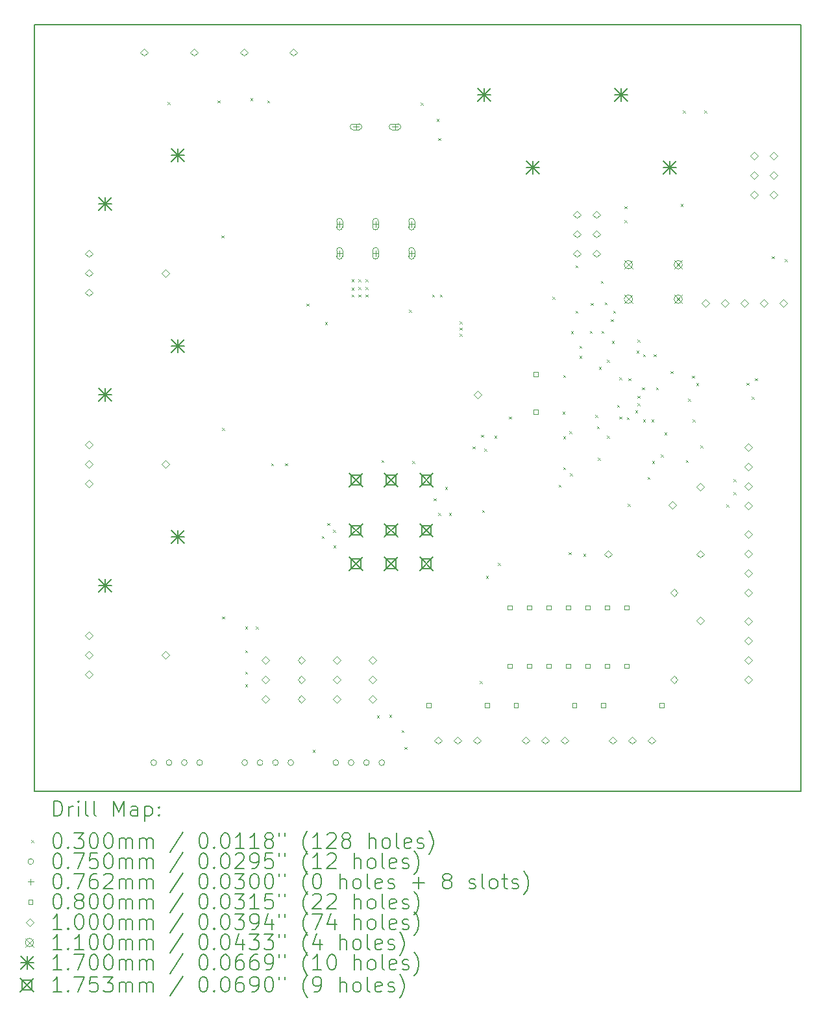
<source format=gbr>
%TF.GenerationSoftware,KiCad,Pcbnew,8.0.0*%
%TF.CreationDate,2024-04-09T16:31:28-05:00*%
%TF.ProjectId,MainBoardv2,4d61696e-426f-4617-9264-76322e6b6963,rev?*%
%TF.SameCoordinates,Original*%
%TF.FileFunction,Drillmap*%
%TF.FilePolarity,Positive*%
%FSLAX45Y45*%
G04 Gerber Fmt 4.5, Leading zero omitted, Abs format (unit mm)*
G04 Created by KiCad (PCBNEW 8.0.0) date 2024-04-09 16:31:28*
%MOMM*%
%LPD*%
G01*
G04 APERTURE LIST*
%ADD10C,0.200000*%
%ADD11C,0.100000*%
%ADD12C,0.110000*%
%ADD13C,0.170000*%
%ADD14C,0.175260*%
G04 APERTURE END LIST*
D10*
X9076500Y-4657000D02*
X19076500Y-4657000D01*
X19076500Y-14657000D01*
X9076500Y-14657000D01*
X9076500Y-4657000D01*
D11*
X10815000Y-5665000D02*
X10845000Y-5695000D01*
X10845000Y-5665000D02*
X10815000Y-5695000D01*
X11465000Y-5645000D02*
X11495000Y-5675000D01*
X11495000Y-5645000D02*
X11465000Y-5675000D01*
X11515000Y-7405000D02*
X11545000Y-7435000D01*
X11545000Y-7405000D02*
X11515000Y-7435000D01*
X11525000Y-9915000D02*
X11555000Y-9945000D01*
X11555000Y-9915000D02*
X11525000Y-9945000D01*
X11525000Y-12375000D02*
X11555000Y-12405000D01*
X11555000Y-12375000D02*
X11525000Y-12405000D01*
X11825000Y-12505000D02*
X11855000Y-12535000D01*
X11855000Y-12505000D02*
X11825000Y-12535000D01*
X11825000Y-12815000D02*
X11855000Y-12845000D01*
X11855000Y-12815000D02*
X11825000Y-12845000D01*
X11825000Y-13095000D02*
X11855000Y-13125000D01*
X11855000Y-13095000D02*
X11825000Y-13125000D01*
X11825000Y-13261000D02*
X11855000Y-13291000D01*
X11855000Y-13261000D02*
X11825000Y-13291000D01*
X11895000Y-5615000D02*
X11925000Y-5645000D01*
X11925000Y-5615000D02*
X11895000Y-5645000D01*
X11965000Y-12505000D02*
X11995000Y-12535000D01*
X11995000Y-12505000D02*
X11965000Y-12535000D01*
X12115000Y-5645000D02*
X12145000Y-5675000D01*
X12145000Y-5645000D02*
X12115000Y-5675000D01*
X12165000Y-10375000D02*
X12195000Y-10405000D01*
X12195000Y-10375000D02*
X12165000Y-10405000D01*
X12345000Y-10375000D02*
X12375000Y-10405000D01*
X12375000Y-10375000D02*
X12345000Y-10405000D01*
X12625000Y-8295000D02*
X12655000Y-8325000D01*
X12655000Y-8295000D02*
X12625000Y-8325000D01*
X12705000Y-14115000D02*
X12735000Y-14145000D01*
X12735000Y-14115000D02*
X12705000Y-14145000D01*
X12825000Y-11325000D02*
X12855000Y-11355000D01*
X12855000Y-11325000D02*
X12825000Y-11355000D01*
X12865000Y-8535000D02*
X12895000Y-8565000D01*
X12895000Y-8535000D02*
X12865000Y-8565000D01*
X12895000Y-11155000D02*
X12925000Y-11185000D01*
X12925000Y-11155000D02*
X12895000Y-11185000D01*
X12974497Y-11245502D02*
X13004497Y-11275502D01*
X13004497Y-11245502D02*
X12974497Y-11275502D01*
X12975000Y-11445000D02*
X13005000Y-11475000D01*
X13005000Y-11445000D02*
X12975000Y-11475000D01*
X13215000Y-7975000D02*
X13245000Y-8005000D01*
X13245000Y-7975000D02*
X13215000Y-8005000D01*
X13215000Y-8085000D02*
X13245000Y-8115000D01*
X13245000Y-8085000D02*
X13215000Y-8115000D01*
X13215000Y-8175000D02*
X13245000Y-8205000D01*
X13245000Y-8175000D02*
X13215000Y-8205000D01*
X13305000Y-7975000D02*
X13335000Y-8005000D01*
X13335000Y-7975000D02*
X13305000Y-8005000D01*
X13305000Y-8075000D02*
X13335000Y-8105000D01*
X13335000Y-8075000D02*
X13305000Y-8105000D01*
X13305000Y-8175000D02*
X13335000Y-8205000D01*
X13335000Y-8175000D02*
X13305000Y-8205000D01*
X13395000Y-7975000D02*
X13425000Y-8005000D01*
X13425000Y-7975000D02*
X13395000Y-8005000D01*
X13395000Y-8075000D02*
X13425000Y-8105000D01*
X13425000Y-8075000D02*
X13395000Y-8105000D01*
X13395000Y-8175000D02*
X13425000Y-8205000D01*
X13425000Y-8175000D02*
X13395000Y-8205000D01*
X13545000Y-13665000D02*
X13575000Y-13695000D01*
X13575000Y-13665000D02*
X13545000Y-13695000D01*
X13605000Y-10335000D02*
X13635000Y-10365000D01*
X13635000Y-10335000D02*
X13605000Y-10365000D01*
X13705000Y-13655000D02*
X13735000Y-13685000D01*
X13735000Y-13655000D02*
X13705000Y-13685000D01*
X13865000Y-13855000D02*
X13895000Y-13885000D01*
X13895000Y-13855000D02*
X13865000Y-13885000D01*
X13905000Y-14075000D02*
X13935000Y-14105000D01*
X13935000Y-14075000D02*
X13905000Y-14105000D01*
X13965000Y-8375000D02*
X13995000Y-8405000D01*
X13995000Y-8375000D02*
X13965000Y-8405000D01*
X14005000Y-10345000D02*
X14035000Y-10375000D01*
X14035000Y-10345000D02*
X14005000Y-10375000D01*
X14115000Y-5675000D02*
X14145000Y-5705000D01*
X14145000Y-5675000D02*
X14115000Y-5705000D01*
X14265000Y-8175000D02*
X14295000Y-8205000D01*
X14295000Y-8175000D02*
X14265000Y-8205000D01*
X14285000Y-10835000D02*
X14315000Y-10865000D01*
X14315000Y-10835000D02*
X14285000Y-10865000D01*
X14325000Y-5885000D02*
X14355000Y-5915000D01*
X14355000Y-5885000D02*
X14325000Y-5915000D01*
X14345000Y-6135000D02*
X14375000Y-6165000D01*
X14375000Y-6135000D02*
X14345000Y-6165000D01*
X14345000Y-11025000D02*
X14375000Y-11055000D01*
X14375000Y-11025000D02*
X14345000Y-11055000D01*
X14365000Y-8175000D02*
X14395000Y-8205000D01*
X14395000Y-8175000D02*
X14365000Y-8205000D01*
X14435000Y-10685000D02*
X14465000Y-10715000D01*
X14465000Y-10685000D02*
X14435000Y-10715000D01*
X14485000Y-11025000D02*
X14515000Y-11055000D01*
X14515000Y-11025000D02*
X14485000Y-11055000D01*
X14625000Y-8525000D02*
X14655000Y-8555000D01*
X14655000Y-8525000D02*
X14625000Y-8555000D01*
X14625000Y-8605000D02*
X14655000Y-8635000D01*
X14655000Y-8605000D02*
X14625000Y-8635000D01*
X14625000Y-8685000D02*
X14655000Y-8715000D01*
X14655000Y-8685000D02*
X14625000Y-8715000D01*
X14795000Y-10155000D02*
X14825000Y-10185000D01*
X14825000Y-10155000D02*
X14795000Y-10185000D01*
X14886500Y-13215000D02*
X14916500Y-13245000D01*
X14916500Y-13215000D02*
X14886500Y-13245000D01*
X14905000Y-10005000D02*
X14935000Y-10035000D01*
X14935000Y-10005000D02*
X14905000Y-10035000D01*
X14915000Y-10985000D02*
X14945000Y-11015000D01*
X14945000Y-10985000D02*
X14915000Y-11015000D01*
X14945000Y-10185000D02*
X14975000Y-10215000D01*
X14975000Y-10185000D02*
X14945000Y-10215000D01*
X14965000Y-11845000D02*
X14995000Y-11875000D01*
X14995000Y-11845000D02*
X14965000Y-11875000D01*
X15075000Y-10015000D02*
X15105000Y-10045000D01*
X15105000Y-10015000D02*
X15075000Y-10045000D01*
X15125000Y-11675000D02*
X15155000Y-11705000D01*
X15155000Y-11675000D02*
X15125000Y-11705000D01*
X15265000Y-9765000D02*
X15295000Y-9795000D01*
X15295000Y-9765000D02*
X15265000Y-9795000D01*
X15835000Y-8205000D02*
X15865000Y-8235000D01*
X15865000Y-8205000D02*
X15835000Y-8235000D01*
X15915000Y-10655000D02*
X15945000Y-10685000D01*
X15945000Y-10655000D02*
X15915000Y-10685000D01*
X15965000Y-9705000D02*
X15995000Y-9735000D01*
X15995000Y-9705000D02*
X15965000Y-9735000D01*
X15975000Y-9225000D02*
X16005000Y-9255000D01*
X16005000Y-9225000D02*
X15975000Y-9255000D01*
X15975000Y-10025000D02*
X16005000Y-10055000D01*
X16005000Y-10025000D02*
X15975000Y-10055000D01*
X15975000Y-10425000D02*
X16005000Y-10455000D01*
X16005000Y-10425000D02*
X15975000Y-10455000D01*
X16045000Y-11535000D02*
X16075000Y-11565000D01*
X16075000Y-11535000D02*
X16045000Y-11565000D01*
X16055000Y-9955000D02*
X16085000Y-9985000D01*
X16085000Y-9955000D02*
X16055000Y-9985000D01*
X16065000Y-10505000D02*
X16095000Y-10535000D01*
X16095000Y-10505000D02*
X16065000Y-10535000D01*
X16075000Y-8655000D02*
X16105000Y-8685000D01*
X16105000Y-8655000D02*
X16075000Y-8685000D01*
X16135000Y-7795000D02*
X16165000Y-7825000D01*
X16165000Y-7795000D02*
X16135000Y-7825000D01*
X16135000Y-8385000D02*
X16165000Y-8415000D01*
X16165000Y-8385000D02*
X16135000Y-8415000D01*
X16185000Y-8845000D02*
X16215000Y-8875000D01*
X16215000Y-8845000D02*
X16185000Y-8875000D01*
X16185000Y-8975000D02*
X16215000Y-9005000D01*
X16215000Y-8975000D02*
X16185000Y-9005000D01*
X16235000Y-11555000D02*
X16265000Y-11585000D01*
X16265000Y-11555000D02*
X16235000Y-11585000D01*
X16319914Y-8650086D02*
X16349914Y-8680086D01*
X16349914Y-8650086D02*
X16319914Y-8680086D01*
X16335000Y-8285000D02*
X16365000Y-8315000D01*
X16365000Y-8285000D02*
X16335000Y-8315000D01*
X16395000Y-9745000D02*
X16425000Y-9775000D01*
X16425000Y-9745000D02*
X16395000Y-9775000D01*
X16415000Y-9895000D02*
X16445000Y-9925000D01*
X16445000Y-9895000D02*
X16415000Y-9925000D01*
X16425000Y-10305000D02*
X16455000Y-10335000D01*
X16455000Y-10305000D02*
X16425000Y-10335000D01*
X16440502Y-9119498D02*
X16470502Y-9149498D01*
X16470502Y-9119498D02*
X16440502Y-9149498D01*
X16465000Y-7995000D02*
X16495000Y-8025000D01*
X16495000Y-7995000D02*
X16465000Y-8025000D01*
X16475000Y-8649666D02*
X16505000Y-8679666D01*
X16505000Y-8649666D02*
X16475000Y-8679666D01*
X16515000Y-8275000D02*
X16545000Y-8305000D01*
X16545000Y-8275000D02*
X16515000Y-8305000D01*
X16545000Y-9025000D02*
X16575000Y-9055000D01*
X16575000Y-9025000D02*
X16545000Y-9055000D01*
X16545000Y-10015000D02*
X16575000Y-10045000D01*
X16575000Y-10015000D02*
X16545000Y-10045000D01*
X16595000Y-8495000D02*
X16625000Y-8525000D01*
X16625000Y-8495000D02*
X16595000Y-8525000D01*
X16607500Y-8782166D02*
X16637500Y-8812166D01*
X16637500Y-8782166D02*
X16607500Y-8812166D01*
X16625000Y-8385000D02*
X16655000Y-8415000D01*
X16655000Y-8385000D02*
X16625000Y-8415000D01*
X16675000Y-9615000D02*
X16705000Y-9645000D01*
X16705000Y-9615000D02*
X16675000Y-9645000D01*
X16705000Y-9255000D02*
X16735000Y-9285000D01*
X16735000Y-9255000D02*
X16705000Y-9285000D01*
X16705000Y-9765000D02*
X16735000Y-9795000D01*
X16735000Y-9765000D02*
X16705000Y-9795000D01*
X16775000Y-7025000D02*
X16805000Y-7055000D01*
X16805000Y-7025000D02*
X16775000Y-7055000D01*
X16775000Y-7205000D02*
X16805000Y-7235000D01*
X16805000Y-7205000D02*
X16775000Y-7235000D01*
X16805000Y-9775000D02*
X16835000Y-9805000D01*
X16835000Y-9775000D02*
X16805000Y-9805000D01*
X16815000Y-10905000D02*
X16845000Y-10935000D01*
X16845000Y-10905000D02*
X16815000Y-10935000D01*
X16825000Y-9265000D02*
X16855000Y-9295000D01*
X16855000Y-9265000D02*
X16825000Y-9295000D01*
X16915000Y-9685000D02*
X16945000Y-9715000D01*
X16945000Y-9685000D02*
X16915000Y-9715000D01*
X16931250Y-8905000D02*
X16961250Y-8935000D01*
X16961250Y-8905000D02*
X16931250Y-8935000D01*
X16945000Y-8765000D02*
X16975000Y-8795000D01*
X16975000Y-8765000D02*
X16945000Y-8795000D01*
X16945000Y-9495000D02*
X16975000Y-9525000D01*
X16975000Y-9495000D02*
X16945000Y-9525000D01*
X16945000Y-9595000D02*
X16975000Y-9625000D01*
X16975000Y-9595000D02*
X16945000Y-9625000D01*
X17005000Y-9385000D02*
X17035000Y-9415000D01*
X17035000Y-9385000D02*
X17005000Y-9415000D01*
X17015000Y-8955000D02*
X17045000Y-8985000D01*
X17045000Y-8955000D02*
X17015000Y-8985000D01*
X17015000Y-9805000D02*
X17045000Y-9835000D01*
X17045000Y-9805000D02*
X17015000Y-9835000D01*
X17075000Y-10555000D02*
X17105000Y-10585000D01*
X17105000Y-10555000D02*
X17075000Y-10585000D01*
X17125000Y-9805000D02*
X17155000Y-9835000D01*
X17155000Y-9805000D02*
X17125000Y-9835000D01*
X17135000Y-10345000D02*
X17165000Y-10375000D01*
X17165000Y-10345000D02*
X17135000Y-10375000D01*
X17155000Y-8955000D02*
X17185000Y-8985000D01*
X17185000Y-8955000D02*
X17155000Y-8985000D01*
X17185000Y-9385000D02*
X17215000Y-9415000D01*
X17215000Y-9385000D02*
X17185000Y-9415000D01*
X17247654Y-10259664D02*
X17277654Y-10289664D01*
X17277654Y-10259664D02*
X17247654Y-10289664D01*
X17295000Y-9975000D02*
X17325000Y-10005000D01*
X17325000Y-9975000D02*
X17295000Y-10005000D01*
X17375000Y-9175000D02*
X17405000Y-9205000D01*
X17405000Y-9175000D02*
X17375000Y-9205000D01*
X17505000Y-6995000D02*
X17535000Y-7025000D01*
X17535000Y-6995000D02*
X17505000Y-7025000D01*
X17535000Y-5775000D02*
X17565000Y-5805000D01*
X17565000Y-5775000D02*
X17535000Y-5805000D01*
X17575000Y-10335000D02*
X17605000Y-10365000D01*
X17605000Y-10335000D02*
X17575000Y-10365000D01*
X17605000Y-9535000D02*
X17635000Y-9565000D01*
X17635000Y-9535000D02*
X17605000Y-9565000D01*
X17653881Y-9232876D02*
X17683881Y-9262876D01*
X17683881Y-9232876D02*
X17653881Y-9262876D01*
X17665000Y-9805000D02*
X17695000Y-9835000D01*
X17695000Y-9805000D02*
X17665000Y-9835000D01*
X17708557Y-9330000D02*
X17738557Y-9360000D01*
X17738557Y-9330000D02*
X17708557Y-9360000D01*
X17765000Y-10145000D02*
X17795000Y-10175000D01*
X17795000Y-10145000D02*
X17765000Y-10175000D01*
X17815000Y-5775000D02*
X17845000Y-5805000D01*
X17845000Y-5775000D02*
X17815000Y-5805000D01*
X18105000Y-10915000D02*
X18135000Y-10945000D01*
X18135000Y-10915000D02*
X18105000Y-10945000D01*
X18195000Y-10585000D02*
X18225000Y-10615000D01*
X18225000Y-10585000D02*
X18195000Y-10615000D01*
X18195000Y-10755000D02*
X18225000Y-10785000D01*
X18225000Y-10755000D02*
X18195000Y-10785000D01*
X18365000Y-9325000D02*
X18395000Y-9355000D01*
X18395000Y-9325000D02*
X18365000Y-9355000D01*
X18434445Y-9506665D02*
X18464445Y-9536665D01*
X18464445Y-9506665D02*
X18434445Y-9536665D01*
X18475000Y-9265000D02*
X18505000Y-9295000D01*
X18505000Y-9265000D02*
X18475000Y-9295000D01*
X18695000Y-7675000D02*
X18725000Y-7705000D01*
X18725000Y-7675000D02*
X18695000Y-7705000D01*
X18865000Y-7715000D02*
X18895000Y-7745000D01*
X18895000Y-7715000D02*
X18865000Y-7745000D01*
X10670000Y-14280000D02*
G75*
G02*
X10595000Y-14280000I-37500J0D01*
G01*
X10595000Y-14280000D02*
G75*
G02*
X10670000Y-14280000I37500J0D01*
G01*
X10870000Y-14280000D02*
G75*
G02*
X10795000Y-14280000I-37500J0D01*
G01*
X10795000Y-14280000D02*
G75*
G02*
X10870000Y-14280000I37500J0D01*
G01*
X11070000Y-14280000D02*
G75*
G02*
X10995000Y-14280000I-37500J0D01*
G01*
X10995000Y-14280000D02*
G75*
G02*
X11070000Y-14280000I37500J0D01*
G01*
X11270000Y-14280000D02*
G75*
G02*
X11195000Y-14280000I-37500J0D01*
G01*
X11195000Y-14280000D02*
G75*
G02*
X11270000Y-14280000I37500J0D01*
G01*
X11857500Y-14280000D02*
G75*
G02*
X11782500Y-14280000I-37500J0D01*
G01*
X11782500Y-14280000D02*
G75*
G02*
X11857500Y-14280000I37500J0D01*
G01*
X12057500Y-14280000D02*
G75*
G02*
X11982500Y-14280000I-37500J0D01*
G01*
X11982500Y-14280000D02*
G75*
G02*
X12057500Y-14280000I37500J0D01*
G01*
X12257500Y-14280000D02*
G75*
G02*
X12182500Y-14280000I-37500J0D01*
G01*
X12182500Y-14280000D02*
G75*
G02*
X12257500Y-14280000I37500J0D01*
G01*
X12457500Y-14280000D02*
G75*
G02*
X12382500Y-14280000I-37500J0D01*
G01*
X12382500Y-14280000D02*
G75*
G02*
X12457500Y-14280000I37500J0D01*
G01*
X13045000Y-14280000D02*
G75*
G02*
X12970000Y-14280000I-37500J0D01*
G01*
X12970000Y-14280000D02*
G75*
G02*
X13045000Y-14280000I37500J0D01*
G01*
X13245000Y-14280000D02*
G75*
G02*
X13170000Y-14280000I-37500J0D01*
G01*
X13170000Y-14280000D02*
G75*
G02*
X13245000Y-14280000I37500J0D01*
G01*
X13445000Y-14280000D02*
G75*
G02*
X13370000Y-14280000I-37500J0D01*
G01*
X13370000Y-14280000D02*
G75*
G02*
X13445000Y-14280000I37500J0D01*
G01*
X13645000Y-14280000D02*
G75*
G02*
X13570000Y-14280000I-37500J0D01*
G01*
X13570000Y-14280000D02*
G75*
G02*
X13645000Y-14280000I37500J0D01*
G01*
X13056100Y-7218400D02*
X13056100Y-7294600D01*
X13018000Y-7256500D02*
X13094200Y-7256500D01*
X13018000Y-7218400D02*
X13018000Y-7294600D01*
X13094200Y-7294600D02*
G75*
G02*
X13018000Y-7294600I-38100J0D01*
G01*
X13094200Y-7294600D02*
X13094200Y-7218400D01*
X13094200Y-7218400D02*
G75*
G03*
X13018000Y-7218400I-38100J0D01*
G01*
X13056100Y-7599400D02*
X13056100Y-7675600D01*
X13018000Y-7637500D02*
X13094200Y-7637500D01*
X13018000Y-7599400D02*
X13018000Y-7675600D01*
X13094200Y-7675600D02*
G75*
G02*
X13018000Y-7675600I-38100J0D01*
G01*
X13094200Y-7675600D02*
X13094200Y-7599400D01*
X13094200Y-7599400D02*
G75*
G03*
X13018000Y-7599400I-38100J0D01*
G01*
X13272000Y-5948400D02*
X13272000Y-6024600D01*
X13233900Y-5986500D02*
X13310100Y-5986500D01*
X13310100Y-5948400D02*
X13233900Y-5948400D01*
X13233900Y-6024600D02*
G75*
G02*
X13233900Y-5948400I0J38100D01*
G01*
X13233900Y-6024600D02*
X13310100Y-6024600D01*
X13310100Y-6024600D02*
G75*
G03*
X13310100Y-5948400I0J38100D01*
G01*
X13526000Y-7218400D02*
X13526000Y-7294600D01*
X13487900Y-7256500D02*
X13564100Y-7256500D01*
X13487900Y-7218400D02*
X13487900Y-7294600D01*
X13564100Y-7294600D02*
G75*
G02*
X13487900Y-7294600I-38100J0D01*
G01*
X13564100Y-7294600D02*
X13564100Y-7218400D01*
X13564100Y-7218400D02*
G75*
G03*
X13487900Y-7218400I-38100J0D01*
G01*
X13526000Y-7599400D02*
X13526000Y-7675600D01*
X13487900Y-7637500D02*
X13564100Y-7637500D01*
X13487900Y-7599400D02*
X13487900Y-7675600D01*
X13564100Y-7675600D02*
G75*
G02*
X13487900Y-7675600I-38100J0D01*
G01*
X13564100Y-7675600D02*
X13564100Y-7599400D01*
X13564100Y-7599400D02*
G75*
G03*
X13487900Y-7599400I-38100J0D01*
G01*
X13780000Y-5948400D02*
X13780000Y-6024600D01*
X13741900Y-5986500D02*
X13818100Y-5986500D01*
X13818100Y-5948400D02*
X13741900Y-5948400D01*
X13741900Y-6024600D02*
G75*
G02*
X13741900Y-5948400I0J38100D01*
G01*
X13741900Y-6024600D02*
X13818100Y-6024600D01*
X13818100Y-6024600D02*
G75*
G03*
X13818100Y-5948400I0J38100D01*
G01*
X13995900Y-7218400D02*
X13995900Y-7294600D01*
X13957800Y-7256500D02*
X14034000Y-7256500D01*
X13957800Y-7218400D02*
X13957800Y-7294600D01*
X14034000Y-7294600D02*
G75*
G02*
X13957800Y-7294600I-38100J0D01*
G01*
X14034000Y-7294600D02*
X14034000Y-7218400D01*
X14034000Y-7218400D02*
G75*
G03*
X13957800Y-7218400I-38100J0D01*
G01*
X13995900Y-7599400D02*
X13995900Y-7675600D01*
X13957800Y-7637500D02*
X14034000Y-7637500D01*
X13957800Y-7599400D02*
X13957800Y-7675600D01*
X14034000Y-7675600D02*
G75*
G02*
X13957800Y-7675600I-38100J0D01*
G01*
X14034000Y-7675600D02*
X14034000Y-7599400D01*
X14034000Y-7599400D02*
G75*
G03*
X13957800Y-7599400I-38100J0D01*
G01*
X14247784Y-13558284D02*
X14247784Y-13501715D01*
X14191215Y-13501715D01*
X14191215Y-13558284D01*
X14247784Y-13558284D01*
X15009784Y-13558284D02*
X15009784Y-13501715D01*
X14953215Y-13501715D01*
X14953215Y-13558284D01*
X15009784Y-13558284D01*
X15308284Y-12286284D02*
X15308284Y-12229715D01*
X15251715Y-12229715D01*
X15251715Y-12286284D01*
X15308284Y-12286284D01*
X15308284Y-13048284D02*
X15308284Y-12991715D01*
X15251715Y-12991715D01*
X15251715Y-13048284D01*
X15308284Y-13048284D01*
X15385284Y-13558284D02*
X15385284Y-13501715D01*
X15328715Y-13501715D01*
X15328715Y-13558284D01*
X15385284Y-13558284D01*
X15562284Y-12286284D02*
X15562284Y-12229715D01*
X15505715Y-12229715D01*
X15505715Y-12286284D01*
X15562284Y-12286284D01*
X15562284Y-13048284D02*
X15562284Y-12991715D01*
X15505715Y-12991715D01*
X15505715Y-13048284D01*
X15562284Y-13048284D01*
X15645784Y-9243285D02*
X15645784Y-9186716D01*
X15589215Y-9186716D01*
X15589215Y-9243285D01*
X15645784Y-9243285D01*
X15645784Y-9731285D02*
X15645784Y-9674716D01*
X15589215Y-9674716D01*
X15589215Y-9731285D01*
X15645784Y-9731285D01*
X15816284Y-12286284D02*
X15816284Y-12229715D01*
X15759715Y-12229715D01*
X15759715Y-12286284D01*
X15816284Y-12286284D01*
X15816284Y-13048284D02*
X15816284Y-12991715D01*
X15759715Y-12991715D01*
X15759715Y-13048284D01*
X15816284Y-13048284D01*
X16070284Y-12286284D02*
X16070284Y-12229715D01*
X16013715Y-12229715D01*
X16013715Y-12286284D01*
X16070284Y-12286284D01*
X16070284Y-13048284D02*
X16070284Y-12991715D01*
X16013715Y-12991715D01*
X16013715Y-13048284D01*
X16070284Y-13048284D01*
X16147284Y-13558284D02*
X16147284Y-13501715D01*
X16090715Y-13501715D01*
X16090715Y-13558284D01*
X16147284Y-13558284D01*
X16324284Y-12286284D02*
X16324284Y-12229715D01*
X16267715Y-12229715D01*
X16267715Y-12286284D01*
X16324284Y-12286284D01*
X16324284Y-13048284D02*
X16324284Y-12991715D01*
X16267715Y-12991715D01*
X16267715Y-13048284D01*
X16324284Y-13048284D01*
X16522784Y-13558284D02*
X16522784Y-13501715D01*
X16466215Y-13501715D01*
X16466215Y-13558284D01*
X16522784Y-13558284D01*
X16578284Y-12286284D02*
X16578284Y-12229715D01*
X16521715Y-12229715D01*
X16521715Y-12286284D01*
X16578284Y-12286284D01*
X16578284Y-13048284D02*
X16578284Y-12991715D01*
X16521715Y-12991715D01*
X16521715Y-13048284D01*
X16578284Y-13048284D01*
X16832285Y-12286284D02*
X16832285Y-12229715D01*
X16775715Y-12229715D01*
X16775715Y-12286284D01*
X16832285Y-12286284D01*
X16832285Y-13048284D02*
X16832285Y-12991715D01*
X16775715Y-12991715D01*
X16775715Y-13048284D01*
X16832285Y-13048284D01*
X17284785Y-13558284D02*
X17284785Y-13501715D01*
X17228216Y-13501715D01*
X17228216Y-13558284D01*
X17284785Y-13558284D01*
X9787500Y-7689500D02*
X9837500Y-7639500D01*
X9787500Y-7589500D01*
X9737500Y-7639500D01*
X9787500Y-7689500D01*
X9787500Y-7943500D02*
X9837500Y-7893500D01*
X9787500Y-7843500D01*
X9737500Y-7893500D01*
X9787500Y-7943500D01*
X9787500Y-8197500D02*
X9837500Y-8147500D01*
X9787500Y-8097500D01*
X9737500Y-8147500D01*
X9787500Y-8197500D01*
X9787500Y-10179500D02*
X9837500Y-10129500D01*
X9787500Y-10079500D01*
X9737500Y-10129500D01*
X9787500Y-10179500D01*
X9787500Y-10433500D02*
X9837500Y-10383500D01*
X9787500Y-10333500D01*
X9737500Y-10383500D01*
X9787500Y-10433500D01*
X9787500Y-10687500D02*
X9837500Y-10637500D01*
X9787500Y-10587500D01*
X9737500Y-10637500D01*
X9787500Y-10687500D01*
X9787500Y-12669500D02*
X9837500Y-12619500D01*
X9787500Y-12569500D01*
X9737500Y-12619500D01*
X9787500Y-12669500D01*
X9787500Y-12923500D02*
X9837500Y-12873500D01*
X9787500Y-12823500D01*
X9737500Y-12873500D01*
X9787500Y-12923500D01*
X9787500Y-13177500D02*
X9837500Y-13127500D01*
X9787500Y-13077500D01*
X9737500Y-13127500D01*
X9787500Y-13177500D01*
X10507500Y-5065000D02*
X10557500Y-5015000D01*
X10507500Y-4965000D01*
X10457500Y-5015000D01*
X10507500Y-5065000D01*
X10787500Y-7945000D02*
X10837500Y-7895000D01*
X10787500Y-7845000D01*
X10737500Y-7895000D01*
X10787500Y-7945000D01*
X10787500Y-10435000D02*
X10837500Y-10385000D01*
X10787500Y-10335000D01*
X10737500Y-10385000D01*
X10787500Y-10435000D01*
X10787500Y-12925000D02*
X10837500Y-12875000D01*
X10787500Y-12825000D01*
X10737500Y-12875000D01*
X10787500Y-12925000D01*
X11157500Y-5065000D02*
X11207500Y-5015000D01*
X11157500Y-4965000D01*
X11107500Y-5015000D01*
X11157500Y-5065000D01*
X11807500Y-5065000D02*
X11857500Y-5015000D01*
X11807500Y-4965000D01*
X11757500Y-5015000D01*
X11807500Y-5065000D01*
X12090000Y-12992000D02*
X12140000Y-12942000D01*
X12090000Y-12892000D01*
X12040000Y-12942000D01*
X12090000Y-12992000D01*
X12090000Y-13246000D02*
X12140000Y-13196000D01*
X12090000Y-13146000D01*
X12040000Y-13196000D01*
X12090000Y-13246000D01*
X12090000Y-13500000D02*
X12140000Y-13450000D01*
X12090000Y-13400000D01*
X12040000Y-13450000D01*
X12090000Y-13500000D01*
X12457500Y-5065000D02*
X12507500Y-5015000D01*
X12457500Y-4965000D01*
X12407500Y-5015000D01*
X12457500Y-5065000D01*
X12560000Y-12992000D02*
X12610000Y-12942000D01*
X12560000Y-12892000D01*
X12510000Y-12942000D01*
X12560000Y-12992000D01*
X12560000Y-13246000D02*
X12610000Y-13196000D01*
X12560000Y-13146000D01*
X12510000Y-13196000D01*
X12560000Y-13246000D01*
X12560000Y-13500000D02*
X12610000Y-13450000D01*
X12560000Y-13400000D01*
X12510000Y-13450000D01*
X12560000Y-13500000D01*
X13023333Y-12992000D02*
X13073333Y-12942000D01*
X13023333Y-12892000D01*
X12973333Y-12942000D01*
X13023333Y-12992000D01*
X13023333Y-13246000D02*
X13073333Y-13196000D01*
X13023333Y-13146000D01*
X12973333Y-13196000D01*
X13023333Y-13246000D01*
X13023333Y-13500000D02*
X13073333Y-13450000D01*
X13023333Y-13400000D01*
X12973333Y-13450000D01*
X13023333Y-13500000D01*
X13490000Y-12992000D02*
X13540000Y-12942000D01*
X13490000Y-12892000D01*
X13440000Y-12942000D01*
X13490000Y-12992000D01*
X13490000Y-13246000D02*
X13540000Y-13196000D01*
X13490000Y-13146000D01*
X13440000Y-13196000D01*
X13490000Y-13246000D01*
X13490000Y-13500000D02*
X13540000Y-13450000D01*
X13490000Y-13400000D01*
X13440000Y-13450000D01*
X13490000Y-13500000D01*
X14345000Y-14040000D02*
X14395000Y-13990000D01*
X14345000Y-13940000D01*
X14295000Y-13990000D01*
X14345000Y-14040000D01*
X14599000Y-14040000D02*
X14649000Y-13990000D01*
X14599000Y-13940000D01*
X14549000Y-13990000D01*
X14599000Y-14040000D01*
X14853000Y-14040000D02*
X14903000Y-13990000D01*
X14853000Y-13940000D01*
X14803000Y-13990000D01*
X14853000Y-14040000D01*
X14860000Y-9530000D02*
X14910000Y-9480000D01*
X14860000Y-9430000D01*
X14810000Y-9480000D01*
X14860000Y-9530000D01*
X15482500Y-14040000D02*
X15532500Y-13990000D01*
X15482500Y-13940000D01*
X15432500Y-13990000D01*
X15482500Y-14040000D01*
X15736500Y-14040000D02*
X15786500Y-13990000D01*
X15736500Y-13940000D01*
X15686500Y-13990000D01*
X15736500Y-14040000D01*
X15990500Y-14040000D02*
X16040500Y-13990000D01*
X15990500Y-13940000D01*
X15940500Y-13990000D01*
X15990500Y-14040000D01*
X16156000Y-7182000D02*
X16206000Y-7132000D01*
X16156000Y-7082000D01*
X16106000Y-7132000D01*
X16156000Y-7182000D01*
X16156000Y-7436000D02*
X16206000Y-7386000D01*
X16156000Y-7336000D01*
X16106000Y-7386000D01*
X16156000Y-7436000D01*
X16156000Y-7690000D02*
X16206000Y-7640000D01*
X16156000Y-7590000D01*
X16106000Y-7640000D01*
X16156000Y-7690000D01*
X16410000Y-7182000D02*
X16460000Y-7132000D01*
X16410000Y-7082000D01*
X16360000Y-7132000D01*
X16410000Y-7182000D01*
X16410000Y-7436000D02*
X16460000Y-7386000D01*
X16410000Y-7336000D01*
X16360000Y-7386000D01*
X16410000Y-7436000D01*
X16410000Y-7690000D02*
X16460000Y-7640000D01*
X16410000Y-7590000D01*
X16360000Y-7640000D01*
X16410000Y-7690000D01*
X16560000Y-11610000D02*
X16610000Y-11560000D01*
X16560000Y-11510000D01*
X16510000Y-11560000D01*
X16560000Y-11610000D01*
X16620000Y-14040000D02*
X16670000Y-13990000D01*
X16620000Y-13940000D01*
X16570000Y-13990000D01*
X16620000Y-14040000D01*
X16874000Y-14040000D02*
X16924000Y-13990000D01*
X16874000Y-13940000D01*
X16824000Y-13990000D01*
X16874000Y-14040000D01*
X17128000Y-14040000D02*
X17178000Y-13990000D01*
X17128000Y-13940000D01*
X17078000Y-13990000D01*
X17128000Y-14040000D01*
X17400000Y-10970000D02*
X17450000Y-10920000D01*
X17400000Y-10870000D01*
X17350000Y-10920000D01*
X17400000Y-10970000D01*
X17420000Y-12110000D02*
X17470000Y-12060000D01*
X17420000Y-12010000D01*
X17370000Y-12060000D01*
X17420000Y-12110000D01*
X17420000Y-13250000D02*
X17470000Y-13200000D01*
X17420000Y-13150000D01*
X17370000Y-13200000D01*
X17420000Y-13250000D01*
X17760000Y-10730000D02*
X17810000Y-10680000D01*
X17760000Y-10630000D01*
X17710000Y-10680000D01*
X17760000Y-10730000D01*
X17760000Y-11610000D02*
X17810000Y-11560000D01*
X17760000Y-11510000D01*
X17710000Y-11560000D01*
X17760000Y-11610000D01*
X17760000Y-12480000D02*
X17810000Y-12430000D01*
X17760000Y-12380000D01*
X17710000Y-12430000D01*
X17760000Y-12480000D01*
X17829000Y-8340000D02*
X17879000Y-8290000D01*
X17829000Y-8240000D01*
X17779000Y-8290000D01*
X17829000Y-8340000D01*
X18083000Y-8340000D02*
X18133000Y-8290000D01*
X18083000Y-8240000D01*
X18033000Y-8290000D01*
X18083000Y-8340000D01*
X18337000Y-8340000D02*
X18387000Y-8290000D01*
X18337000Y-8240000D01*
X18287000Y-8290000D01*
X18337000Y-8340000D01*
X18387500Y-10220000D02*
X18437500Y-10170000D01*
X18387500Y-10120000D01*
X18337500Y-10170000D01*
X18387500Y-10220000D01*
X18387500Y-10474000D02*
X18437500Y-10424000D01*
X18387500Y-10374000D01*
X18337500Y-10424000D01*
X18387500Y-10474000D01*
X18387500Y-10728000D02*
X18437500Y-10678000D01*
X18387500Y-10628000D01*
X18337500Y-10678000D01*
X18387500Y-10728000D01*
X18387500Y-10982000D02*
X18437500Y-10932000D01*
X18387500Y-10882000D01*
X18337500Y-10932000D01*
X18387500Y-10982000D01*
X18387500Y-11354000D02*
X18437500Y-11304000D01*
X18387500Y-11254000D01*
X18337500Y-11304000D01*
X18387500Y-11354000D01*
X18387500Y-11608000D02*
X18437500Y-11558000D01*
X18387500Y-11508000D01*
X18337500Y-11558000D01*
X18387500Y-11608000D01*
X18387500Y-11862000D02*
X18437500Y-11812000D01*
X18387500Y-11762000D01*
X18337500Y-11812000D01*
X18387500Y-11862000D01*
X18387500Y-12116000D02*
X18437500Y-12066000D01*
X18387500Y-12016000D01*
X18337500Y-12066000D01*
X18387500Y-12116000D01*
X18387500Y-12488000D02*
X18437500Y-12438000D01*
X18387500Y-12388000D01*
X18337500Y-12438000D01*
X18387500Y-12488000D01*
X18387500Y-12742000D02*
X18437500Y-12692000D01*
X18387500Y-12642000D01*
X18337500Y-12692000D01*
X18387500Y-12742000D01*
X18387500Y-12996000D02*
X18437500Y-12946000D01*
X18387500Y-12896000D01*
X18337500Y-12946000D01*
X18387500Y-12996000D01*
X18387500Y-13250000D02*
X18437500Y-13200000D01*
X18387500Y-13150000D01*
X18337500Y-13200000D01*
X18387500Y-13250000D01*
X18466000Y-6416000D02*
X18516000Y-6366000D01*
X18466000Y-6316000D01*
X18416000Y-6366000D01*
X18466000Y-6416000D01*
X18466000Y-6670000D02*
X18516000Y-6620000D01*
X18466000Y-6570000D01*
X18416000Y-6620000D01*
X18466000Y-6670000D01*
X18466000Y-6924000D02*
X18516000Y-6874000D01*
X18466000Y-6824000D01*
X18416000Y-6874000D01*
X18466000Y-6924000D01*
X18591000Y-8340000D02*
X18641000Y-8290000D01*
X18591000Y-8240000D01*
X18541000Y-8290000D01*
X18591000Y-8340000D01*
X18720000Y-6416000D02*
X18770000Y-6366000D01*
X18720000Y-6316000D01*
X18670000Y-6366000D01*
X18720000Y-6416000D01*
X18720000Y-6670000D02*
X18770000Y-6620000D01*
X18720000Y-6570000D01*
X18670000Y-6620000D01*
X18720000Y-6670000D01*
X18720000Y-6924000D02*
X18770000Y-6874000D01*
X18720000Y-6824000D01*
X18670000Y-6874000D01*
X18720000Y-6924000D01*
X18845000Y-8340000D02*
X18895000Y-8290000D01*
X18845000Y-8240000D01*
X18795000Y-8290000D01*
X18845000Y-8340000D01*
D12*
X16770000Y-7730000D02*
X16880000Y-7840000D01*
X16880000Y-7730000D02*
X16770000Y-7840000D01*
X16880000Y-7785000D02*
G75*
G02*
X16770000Y-7785000I-55000J0D01*
G01*
X16770000Y-7785000D02*
G75*
G02*
X16880000Y-7785000I55000J0D01*
G01*
X16770000Y-8180000D02*
X16880000Y-8290000D01*
X16880000Y-8180000D02*
X16770000Y-8290000D01*
X16880000Y-8235000D02*
G75*
G02*
X16770000Y-8235000I-55000J0D01*
G01*
X16770000Y-8235000D02*
G75*
G02*
X16880000Y-8235000I55000J0D01*
G01*
X17420000Y-7730000D02*
X17530000Y-7840000D01*
X17530000Y-7730000D02*
X17420000Y-7840000D01*
X17530000Y-7785000D02*
G75*
G02*
X17420000Y-7785000I-55000J0D01*
G01*
X17420000Y-7785000D02*
G75*
G02*
X17530000Y-7785000I55000J0D01*
G01*
X17420000Y-8180000D02*
X17530000Y-8290000D01*
X17530000Y-8180000D02*
X17420000Y-8290000D01*
X17530000Y-8235000D02*
G75*
G02*
X17420000Y-8235000I-55000J0D01*
G01*
X17420000Y-8235000D02*
G75*
G02*
X17530000Y-8235000I55000J0D01*
G01*
D13*
X9911250Y-6907500D02*
X10081250Y-7077500D01*
X10081250Y-6907500D02*
X9911250Y-7077500D01*
X9996250Y-6907500D02*
X9996250Y-7077500D01*
X9911250Y-6992500D02*
X10081250Y-6992500D01*
X9911250Y-9397500D02*
X10081250Y-9567500D01*
X10081250Y-9397500D02*
X9911250Y-9567500D01*
X9996250Y-9397500D02*
X9996250Y-9567500D01*
X9911250Y-9482500D02*
X10081250Y-9482500D01*
X9911250Y-11887500D02*
X10081250Y-12057500D01*
X10081250Y-11887500D02*
X9911250Y-12057500D01*
X9996250Y-11887500D02*
X9996250Y-12057500D01*
X9911250Y-11972500D02*
X10081250Y-11972500D01*
X10861250Y-6272500D02*
X11031250Y-6442500D01*
X11031250Y-6272500D02*
X10861250Y-6442500D01*
X10946250Y-6272500D02*
X10946250Y-6442500D01*
X10861250Y-6357500D02*
X11031250Y-6357500D01*
X10861250Y-8762500D02*
X11031250Y-8932500D01*
X11031250Y-8762500D02*
X10861250Y-8932500D01*
X10946250Y-8762500D02*
X10946250Y-8932500D01*
X10861250Y-8847500D02*
X11031250Y-8847500D01*
X10861250Y-11252500D02*
X11031250Y-11422500D01*
X11031250Y-11252500D02*
X10861250Y-11422500D01*
X10946250Y-11252500D02*
X10946250Y-11422500D01*
X10861250Y-11337500D02*
X11031250Y-11337500D01*
X14860500Y-5485000D02*
X15030500Y-5655000D01*
X15030500Y-5485000D02*
X14860500Y-5655000D01*
X14945500Y-5485000D02*
X14945500Y-5655000D01*
X14860500Y-5570000D02*
X15030500Y-5570000D01*
X15495500Y-6435000D02*
X15665500Y-6605000D01*
X15665500Y-6435000D02*
X15495500Y-6605000D01*
X15580500Y-6435000D02*
X15580500Y-6605000D01*
X15495500Y-6520000D02*
X15665500Y-6520000D01*
X16645000Y-5485000D02*
X16815000Y-5655000D01*
X16815000Y-5485000D02*
X16645000Y-5655000D01*
X16730000Y-5485000D02*
X16730000Y-5655000D01*
X16645000Y-5570000D02*
X16815000Y-5570000D01*
X17280000Y-6435000D02*
X17450000Y-6605000D01*
X17450000Y-6435000D02*
X17280000Y-6605000D01*
X17365000Y-6435000D02*
X17365000Y-6605000D01*
X17280000Y-6520000D02*
X17450000Y-6520000D01*
D14*
X13182890Y-10507050D02*
X13358150Y-10682310D01*
X13358150Y-10507050D02*
X13182890Y-10682310D01*
X13332484Y-10656644D02*
X13332484Y-10532716D01*
X13208556Y-10532716D01*
X13208556Y-10656644D01*
X13332484Y-10656644D01*
X13182890Y-11162370D02*
X13358150Y-11337630D01*
X13358150Y-11162370D02*
X13182890Y-11337630D01*
X13332484Y-11311964D02*
X13332484Y-11188036D01*
X13208556Y-11188036D01*
X13208556Y-11311964D01*
X13332484Y-11311964D01*
X13182890Y-11599250D02*
X13358150Y-11774510D01*
X13358150Y-11599250D02*
X13182890Y-11774510D01*
X13332484Y-11748844D02*
X13332484Y-11624916D01*
X13208556Y-11624916D01*
X13208556Y-11748844D01*
X13332484Y-11748844D01*
X13642630Y-10507050D02*
X13817890Y-10682310D01*
X13817890Y-10507050D02*
X13642630Y-10682310D01*
X13792224Y-10656644D02*
X13792224Y-10532716D01*
X13668296Y-10532716D01*
X13668296Y-10656644D01*
X13792224Y-10656644D01*
X13642630Y-11162370D02*
X13817890Y-11337630D01*
X13817890Y-11162370D02*
X13642630Y-11337630D01*
X13792224Y-11311964D02*
X13792224Y-11188036D01*
X13668296Y-11188036D01*
X13668296Y-11311964D01*
X13792224Y-11311964D01*
X13642630Y-11599250D02*
X13817890Y-11774510D01*
X13817890Y-11599250D02*
X13642630Y-11774510D01*
X13792224Y-11748844D02*
X13792224Y-11624916D01*
X13668296Y-11624916D01*
X13668296Y-11748844D01*
X13792224Y-11748844D01*
X14102370Y-10507050D02*
X14277630Y-10682310D01*
X14277630Y-10507050D02*
X14102370Y-10682310D01*
X14251964Y-10656644D02*
X14251964Y-10532716D01*
X14128036Y-10532716D01*
X14128036Y-10656644D01*
X14251964Y-10656644D01*
X14102370Y-11162370D02*
X14277630Y-11337630D01*
X14277630Y-11162370D02*
X14102370Y-11337630D01*
X14251964Y-11311964D02*
X14251964Y-11188036D01*
X14128036Y-11188036D01*
X14128036Y-11311964D01*
X14251964Y-11311964D01*
X14102370Y-11599250D02*
X14277630Y-11774510D01*
X14277630Y-11599250D02*
X14102370Y-11774510D01*
X14251964Y-11748844D02*
X14251964Y-11624916D01*
X14128036Y-11624916D01*
X14128036Y-11748844D01*
X14251964Y-11748844D01*
D10*
X9327277Y-14978484D02*
X9327277Y-14778484D01*
X9327277Y-14778484D02*
X9374896Y-14778484D01*
X9374896Y-14778484D02*
X9403467Y-14788008D01*
X9403467Y-14788008D02*
X9422515Y-14807055D01*
X9422515Y-14807055D02*
X9432039Y-14826103D01*
X9432039Y-14826103D02*
X9441563Y-14864198D01*
X9441563Y-14864198D02*
X9441563Y-14892769D01*
X9441563Y-14892769D02*
X9432039Y-14930865D01*
X9432039Y-14930865D02*
X9422515Y-14949912D01*
X9422515Y-14949912D02*
X9403467Y-14968960D01*
X9403467Y-14968960D02*
X9374896Y-14978484D01*
X9374896Y-14978484D02*
X9327277Y-14978484D01*
X9527277Y-14978484D02*
X9527277Y-14845150D01*
X9527277Y-14883246D02*
X9536801Y-14864198D01*
X9536801Y-14864198D02*
X9546324Y-14854674D01*
X9546324Y-14854674D02*
X9565372Y-14845150D01*
X9565372Y-14845150D02*
X9584420Y-14845150D01*
X9651086Y-14978484D02*
X9651086Y-14845150D01*
X9651086Y-14778484D02*
X9641563Y-14788008D01*
X9641563Y-14788008D02*
X9651086Y-14797531D01*
X9651086Y-14797531D02*
X9660610Y-14788008D01*
X9660610Y-14788008D02*
X9651086Y-14778484D01*
X9651086Y-14778484D02*
X9651086Y-14797531D01*
X9774896Y-14978484D02*
X9755848Y-14968960D01*
X9755848Y-14968960D02*
X9746324Y-14949912D01*
X9746324Y-14949912D02*
X9746324Y-14778484D01*
X9879658Y-14978484D02*
X9860610Y-14968960D01*
X9860610Y-14968960D02*
X9851086Y-14949912D01*
X9851086Y-14949912D02*
X9851086Y-14778484D01*
X10108229Y-14978484D02*
X10108229Y-14778484D01*
X10108229Y-14778484D02*
X10174896Y-14921341D01*
X10174896Y-14921341D02*
X10241563Y-14778484D01*
X10241563Y-14778484D02*
X10241563Y-14978484D01*
X10422515Y-14978484D02*
X10422515Y-14873722D01*
X10422515Y-14873722D02*
X10412991Y-14854674D01*
X10412991Y-14854674D02*
X10393944Y-14845150D01*
X10393944Y-14845150D02*
X10355848Y-14845150D01*
X10355848Y-14845150D02*
X10336801Y-14854674D01*
X10422515Y-14968960D02*
X10403467Y-14978484D01*
X10403467Y-14978484D02*
X10355848Y-14978484D01*
X10355848Y-14978484D02*
X10336801Y-14968960D01*
X10336801Y-14968960D02*
X10327277Y-14949912D01*
X10327277Y-14949912D02*
X10327277Y-14930865D01*
X10327277Y-14930865D02*
X10336801Y-14911817D01*
X10336801Y-14911817D02*
X10355848Y-14902293D01*
X10355848Y-14902293D02*
X10403467Y-14902293D01*
X10403467Y-14902293D02*
X10422515Y-14892769D01*
X10517753Y-14845150D02*
X10517753Y-15045150D01*
X10517753Y-14854674D02*
X10536801Y-14845150D01*
X10536801Y-14845150D02*
X10574896Y-14845150D01*
X10574896Y-14845150D02*
X10593944Y-14854674D01*
X10593944Y-14854674D02*
X10603467Y-14864198D01*
X10603467Y-14864198D02*
X10612991Y-14883246D01*
X10612991Y-14883246D02*
X10612991Y-14940388D01*
X10612991Y-14940388D02*
X10603467Y-14959436D01*
X10603467Y-14959436D02*
X10593944Y-14968960D01*
X10593944Y-14968960D02*
X10574896Y-14978484D01*
X10574896Y-14978484D02*
X10536801Y-14978484D01*
X10536801Y-14978484D02*
X10517753Y-14968960D01*
X10698705Y-14959436D02*
X10708229Y-14968960D01*
X10708229Y-14968960D02*
X10698705Y-14978484D01*
X10698705Y-14978484D02*
X10689182Y-14968960D01*
X10689182Y-14968960D02*
X10698705Y-14959436D01*
X10698705Y-14959436D02*
X10698705Y-14978484D01*
X10698705Y-14854674D02*
X10708229Y-14864198D01*
X10708229Y-14864198D02*
X10698705Y-14873722D01*
X10698705Y-14873722D02*
X10689182Y-14864198D01*
X10689182Y-14864198D02*
X10698705Y-14854674D01*
X10698705Y-14854674D02*
X10698705Y-14873722D01*
D11*
X9036500Y-15292000D02*
X9066500Y-15322000D01*
X9066500Y-15292000D02*
X9036500Y-15322000D01*
D10*
X9365372Y-15198484D02*
X9384420Y-15198484D01*
X9384420Y-15198484D02*
X9403467Y-15208008D01*
X9403467Y-15208008D02*
X9412991Y-15217531D01*
X9412991Y-15217531D02*
X9422515Y-15236579D01*
X9422515Y-15236579D02*
X9432039Y-15274674D01*
X9432039Y-15274674D02*
X9432039Y-15322293D01*
X9432039Y-15322293D02*
X9422515Y-15360388D01*
X9422515Y-15360388D02*
X9412991Y-15379436D01*
X9412991Y-15379436D02*
X9403467Y-15388960D01*
X9403467Y-15388960D02*
X9384420Y-15398484D01*
X9384420Y-15398484D02*
X9365372Y-15398484D01*
X9365372Y-15398484D02*
X9346324Y-15388960D01*
X9346324Y-15388960D02*
X9336801Y-15379436D01*
X9336801Y-15379436D02*
X9327277Y-15360388D01*
X9327277Y-15360388D02*
X9317753Y-15322293D01*
X9317753Y-15322293D02*
X9317753Y-15274674D01*
X9317753Y-15274674D02*
X9327277Y-15236579D01*
X9327277Y-15236579D02*
X9336801Y-15217531D01*
X9336801Y-15217531D02*
X9346324Y-15208008D01*
X9346324Y-15208008D02*
X9365372Y-15198484D01*
X9517753Y-15379436D02*
X9527277Y-15388960D01*
X9527277Y-15388960D02*
X9517753Y-15398484D01*
X9517753Y-15398484D02*
X9508229Y-15388960D01*
X9508229Y-15388960D02*
X9517753Y-15379436D01*
X9517753Y-15379436D02*
X9517753Y-15398484D01*
X9593944Y-15198484D02*
X9717753Y-15198484D01*
X9717753Y-15198484D02*
X9651086Y-15274674D01*
X9651086Y-15274674D02*
X9679658Y-15274674D01*
X9679658Y-15274674D02*
X9698705Y-15284198D01*
X9698705Y-15284198D02*
X9708229Y-15293722D01*
X9708229Y-15293722D02*
X9717753Y-15312769D01*
X9717753Y-15312769D02*
X9717753Y-15360388D01*
X9717753Y-15360388D02*
X9708229Y-15379436D01*
X9708229Y-15379436D02*
X9698705Y-15388960D01*
X9698705Y-15388960D02*
X9679658Y-15398484D01*
X9679658Y-15398484D02*
X9622515Y-15398484D01*
X9622515Y-15398484D02*
X9603467Y-15388960D01*
X9603467Y-15388960D02*
X9593944Y-15379436D01*
X9841563Y-15198484D02*
X9860610Y-15198484D01*
X9860610Y-15198484D02*
X9879658Y-15208008D01*
X9879658Y-15208008D02*
X9889182Y-15217531D01*
X9889182Y-15217531D02*
X9898705Y-15236579D01*
X9898705Y-15236579D02*
X9908229Y-15274674D01*
X9908229Y-15274674D02*
X9908229Y-15322293D01*
X9908229Y-15322293D02*
X9898705Y-15360388D01*
X9898705Y-15360388D02*
X9889182Y-15379436D01*
X9889182Y-15379436D02*
X9879658Y-15388960D01*
X9879658Y-15388960D02*
X9860610Y-15398484D01*
X9860610Y-15398484D02*
X9841563Y-15398484D01*
X9841563Y-15398484D02*
X9822515Y-15388960D01*
X9822515Y-15388960D02*
X9812991Y-15379436D01*
X9812991Y-15379436D02*
X9803467Y-15360388D01*
X9803467Y-15360388D02*
X9793944Y-15322293D01*
X9793944Y-15322293D02*
X9793944Y-15274674D01*
X9793944Y-15274674D02*
X9803467Y-15236579D01*
X9803467Y-15236579D02*
X9812991Y-15217531D01*
X9812991Y-15217531D02*
X9822515Y-15208008D01*
X9822515Y-15208008D02*
X9841563Y-15198484D01*
X10032039Y-15198484D02*
X10051086Y-15198484D01*
X10051086Y-15198484D02*
X10070134Y-15208008D01*
X10070134Y-15208008D02*
X10079658Y-15217531D01*
X10079658Y-15217531D02*
X10089182Y-15236579D01*
X10089182Y-15236579D02*
X10098705Y-15274674D01*
X10098705Y-15274674D02*
X10098705Y-15322293D01*
X10098705Y-15322293D02*
X10089182Y-15360388D01*
X10089182Y-15360388D02*
X10079658Y-15379436D01*
X10079658Y-15379436D02*
X10070134Y-15388960D01*
X10070134Y-15388960D02*
X10051086Y-15398484D01*
X10051086Y-15398484D02*
X10032039Y-15398484D01*
X10032039Y-15398484D02*
X10012991Y-15388960D01*
X10012991Y-15388960D02*
X10003467Y-15379436D01*
X10003467Y-15379436D02*
X9993944Y-15360388D01*
X9993944Y-15360388D02*
X9984420Y-15322293D01*
X9984420Y-15322293D02*
X9984420Y-15274674D01*
X9984420Y-15274674D02*
X9993944Y-15236579D01*
X9993944Y-15236579D02*
X10003467Y-15217531D01*
X10003467Y-15217531D02*
X10012991Y-15208008D01*
X10012991Y-15208008D02*
X10032039Y-15198484D01*
X10184420Y-15398484D02*
X10184420Y-15265150D01*
X10184420Y-15284198D02*
X10193944Y-15274674D01*
X10193944Y-15274674D02*
X10212991Y-15265150D01*
X10212991Y-15265150D02*
X10241563Y-15265150D01*
X10241563Y-15265150D02*
X10260610Y-15274674D01*
X10260610Y-15274674D02*
X10270134Y-15293722D01*
X10270134Y-15293722D02*
X10270134Y-15398484D01*
X10270134Y-15293722D02*
X10279658Y-15274674D01*
X10279658Y-15274674D02*
X10298705Y-15265150D01*
X10298705Y-15265150D02*
X10327277Y-15265150D01*
X10327277Y-15265150D02*
X10346325Y-15274674D01*
X10346325Y-15274674D02*
X10355848Y-15293722D01*
X10355848Y-15293722D02*
X10355848Y-15398484D01*
X10451086Y-15398484D02*
X10451086Y-15265150D01*
X10451086Y-15284198D02*
X10460610Y-15274674D01*
X10460610Y-15274674D02*
X10479658Y-15265150D01*
X10479658Y-15265150D02*
X10508229Y-15265150D01*
X10508229Y-15265150D02*
X10527277Y-15274674D01*
X10527277Y-15274674D02*
X10536801Y-15293722D01*
X10536801Y-15293722D02*
X10536801Y-15398484D01*
X10536801Y-15293722D02*
X10546325Y-15274674D01*
X10546325Y-15274674D02*
X10565372Y-15265150D01*
X10565372Y-15265150D02*
X10593944Y-15265150D01*
X10593944Y-15265150D02*
X10612991Y-15274674D01*
X10612991Y-15274674D02*
X10622515Y-15293722D01*
X10622515Y-15293722D02*
X10622515Y-15398484D01*
X11012991Y-15188960D02*
X10841563Y-15446103D01*
X11270134Y-15198484D02*
X11289182Y-15198484D01*
X11289182Y-15198484D02*
X11308229Y-15208008D01*
X11308229Y-15208008D02*
X11317753Y-15217531D01*
X11317753Y-15217531D02*
X11327277Y-15236579D01*
X11327277Y-15236579D02*
X11336801Y-15274674D01*
X11336801Y-15274674D02*
X11336801Y-15322293D01*
X11336801Y-15322293D02*
X11327277Y-15360388D01*
X11327277Y-15360388D02*
X11317753Y-15379436D01*
X11317753Y-15379436D02*
X11308229Y-15388960D01*
X11308229Y-15388960D02*
X11289182Y-15398484D01*
X11289182Y-15398484D02*
X11270134Y-15398484D01*
X11270134Y-15398484D02*
X11251086Y-15388960D01*
X11251086Y-15388960D02*
X11241563Y-15379436D01*
X11241563Y-15379436D02*
X11232039Y-15360388D01*
X11232039Y-15360388D02*
X11222515Y-15322293D01*
X11222515Y-15322293D02*
X11222515Y-15274674D01*
X11222515Y-15274674D02*
X11232039Y-15236579D01*
X11232039Y-15236579D02*
X11241563Y-15217531D01*
X11241563Y-15217531D02*
X11251086Y-15208008D01*
X11251086Y-15208008D02*
X11270134Y-15198484D01*
X11422515Y-15379436D02*
X11432039Y-15388960D01*
X11432039Y-15388960D02*
X11422515Y-15398484D01*
X11422515Y-15398484D02*
X11412991Y-15388960D01*
X11412991Y-15388960D02*
X11422515Y-15379436D01*
X11422515Y-15379436D02*
X11422515Y-15398484D01*
X11555848Y-15198484D02*
X11574896Y-15198484D01*
X11574896Y-15198484D02*
X11593944Y-15208008D01*
X11593944Y-15208008D02*
X11603467Y-15217531D01*
X11603467Y-15217531D02*
X11612991Y-15236579D01*
X11612991Y-15236579D02*
X11622515Y-15274674D01*
X11622515Y-15274674D02*
X11622515Y-15322293D01*
X11622515Y-15322293D02*
X11612991Y-15360388D01*
X11612991Y-15360388D02*
X11603467Y-15379436D01*
X11603467Y-15379436D02*
X11593944Y-15388960D01*
X11593944Y-15388960D02*
X11574896Y-15398484D01*
X11574896Y-15398484D02*
X11555848Y-15398484D01*
X11555848Y-15398484D02*
X11536801Y-15388960D01*
X11536801Y-15388960D02*
X11527277Y-15379436D01*
X11527277Y-15379436D02*
X11517753Y-15360388D01*
X11517753Y-15360388D02*
X11508229Y-15322293D01*
X11508229Y-15322293D02*
X11508229Y-15274674D01*
X11508229Y-15274674D02*
X11517753Y-15236579D01*
X11517753Y-15236579D02*
X11527277Y-15217531D01*
X11527277Y-15217531D02*
X11536801Y-15208008D01*
X11536801Y-15208008D02*
X11555848Y-15198484D01*
X11812991Y-15398484D02*
X11698706Y-15398484D01*
X11755848Y-15398484D02*
X11755848Y-15198484D01*
X11755848Y-15198484D02*
X11736801Y-15227055D01*
X11736801Y-15227055D02*
X11717753Y-15246103D01*
X11717753Y-15246103D02*
X11698706Y-15255627D01*
X12003467Y-15398484D02*
X11889182Y-15398484D01*
X11946325Y-15398484D02*
X11946325Y-15198484D01*
X11946325Y-15198484D02*
X11927277Y-15227055D01*
X11927277Y-15227055D02*
X11908229Y-15246103D01*
X11908229Y-15246103D02*
X11889182Y-15255627D01*
X12117753Y-15284198D02*
X12098706Y-15274674D01*
X12098706Y-15274674D02*
X12089182Y-15265150D01*
X12089182Y-15265150D02*
X12079658Y-15246103D01*
X12079658Y-15246103D02*
X12079658Y-15236579D01*
X12079658Y-15236579D02*
X12089182Y-15217531D01*
X12089182Y-15217531D02*
X12098706Y-15208008D01*
X12098706Y-15208008D02*
X12117753Y-15198484D01*
X12117753Y-15198484D02*
X12155848Y-15198484D01*
X12155848Y-15198484D02*
X12174896Y-15208008D01*
X12174896Y-15208008D02*
X12184420Y-15217531D01*
X12184420Y-15217531D02*
X12193944Y-15236579D01*
X12193944Y-15236579D02*
X12193944Y-15246103D01*
X12193944Y-15246103D02*
X12184420Y-15265150D01*
X12184420Y-15265150D02*
X12174896Y-15274674D01*
X12174896Y-15274674D02*
X12155848Y-15284198D01*
X12155848Y-15284198D02*
X12117753Y-15284198D01*
X12117753Y-15284198D02*
X12098706Y-15293722D01*
X12098706Y-15293722D02*
X12089182Y-15303246D01*
X12089182Y-15303246D02*
X12079658Y-15322293D01*
X12079658Y-15322293D02*
X12079658Y-15360388D01*
X12079658Y-15360388D02*
X12089182Y-15379436D01*
X12089182Y-15379436D02*
X12098706Y-15388960D01*
X12098706Y-15388960D02*
X12117753Y-15398484D01*
X12117753Y-15398484D02*
X12155848Y-15398484D01*
X12155848Y-15398484D02*
X12174896Y-15388960D01*
X12174896Y-15388960D02*
X12184420Y-15379436D01*
X12184420Y-15379436D02*
X12193944Y-15360388D01*
X12193944Y-15360388D02*
X12193944Y-15322293D01*
X12193944Y-15322293D02*
X12184420Y-15303246D01*
X12184420Y-15303246D02*
X12174896Y-15293722D01*
X12174896Y-15293722D02*
X12155848Y-15284198D01*
X12270134Y-15198484D02*
X12270134Y-15236579D01*
X12346325Y-15198484D02*
X12346325Y-15236579D01*
X12641563Y-15474674D02*
X12632039Y-15465150D01*
X12632039Y-15465150D02*
X12612991Y-15436579D01*
X12612991Y-15436579D02*
X12603468Y-15417531D01*
X12603468Y-15417531D02*
X12593944Y-15388960D01*
X12593944Y-15388960D02*
X12584420Y-15341341D01*
X12584420Y-15341341D02*
X12584420Y-15303246D01*
X12584420Y-15303246D02*
X12593944Y-15255627D01*
X12593944Y-15255627D02*
X12603468Y-15227055D01*
X12603468Y-15227055D02*
X12612991Y-15208008D01*
X12612991Y-15208008D02*
X12632039Y-15179436D01*
X12632039Y-15179436D02*
X12641563Y-15169912D01*
X12822515Y-15398484D02*
X12708229Y-15398484D01*
X12765372Y-15398484D02*
X12765372Y-15198484D01*
X12765372Y-15198484D02*
X12746325Y-15227055D01*
X12746325Y-15227055D02*
X12727277Y-15246103D01*
X12727277Y-15246103D02*
X12708229Y-15255627D01*
X12898706Y-15217531D02*
X12908229Y-15208008D01*
X12908229Y-15208008D02*
X12927277Y-15198484D01*
X12927277Y-15198484D02*
X12974896Y-15198484D01*
X12974896Y-15198484D02*
X12993944Y-15208008D01*
X12993944Y-15208008D02*
X13003468Y-15217531D01*
X13003468Y-15217531D02*
X13012991Y-15236579D01*
X13012991Y-15236579D02*
X13012991Y-15255627D01*
X13012991Y-15255627D02*
X13003468Y-15284198D01*
X13003468Y-15284198D02*
X12889182Y-15398484D01*
X12889182Y-15398484D02*
X13012991Y-15398484D01*
X13127277Y-15284198D02*
X13108229Y-15274674D01*
X13108229Y-15274674D02*
X13098706Y-15265150D01*
X13098706Y-15265150D02*
X13089182Y-15246103D01*
X13089182Y-15246103D02*
X13089182Y-15236579D01*
X13089182Y-15236579D02*
X13098706Y-15217531D01*
X13098706Y-15217531D02*
X13108229Y-15208008D01*
X13108229Y-15208008D02*
X13127277Y-15198484D01*
X13127277Y-15198484D02*
X13165372Y-15198484D01*
X13165372Y-15198484D02*
X13184420Y-15208008D01*
X13184420Y-15208008D02*
X13193944Y-15217531D01*
X13193944Y-15217531D02*
X13203468Y-15236579D01*
X13203468Y-15236579D02*
X13203468Y-15246103D01*
X13203468Y-15246103D02*
X13193944Y-15265150D01*
X13193944Y-15265150D02*
X13184420Y-15274674D01*
X13184420Y-15274674D02*
X13165372Y-15284198D01*
X13165372Y-15284198D02*
X13127277Y-15284198D01*
X13127277Y-15284198D02*
X13108229Y-15293722D01*
X13108229Y-15293722D02*
X13098706Y-15303246D01*
X13098706Y-15303246D02*
X13089182Y-15322293D01*
X13089182Y-15322293D02*
X13089182Y-15360388D01*
X13089182Y-15360388D02*
X13098706Y-15379436D01*
X13098706Y-15379436D02*
X13108229Y-15388960D01*
X13108229Y-15388960D02*
X13127277Y-15398484D01*
X13127277Y-15398484D02*
X13165372Y-15398484D01*
X13165372Y-15398484D02*
X13184420Y-15388960D01*
X13184420Y-15388960D02*
X13193944Y-15379436D01*
X13193944Y-15379436D02*
X13203468Y-15360388D01*
X13203468Y-15360388D02*
X13203468Y-15322293D01*
X13203468Y-15322293D02*
X13193944Y-15303246D01*
X13193944Y-15303246D02*
X13184420Y-15293722D01*
X13184420Y-15293722D02*
X13165372Y-15284198D01*
X13441563Y-15398484D02*
X13441563Y-15198484D01*
X13527277Y-15398484D02*
X13527277Y-15293722D01*
X13527277Y-15293722D02*
X13517753Y-15274674D01*
X13517753Y-15274674D02*
X13498706Y-15265150D01*
X13498706Y-15265150D02*
X13470134Y-15265150D01*
X13470134Y-15265150D02*
X13451087Y-15274674D01*
X13451087Y-15274674D02*
X13441563Y-15284198D01*
X13651087Y-15398484D02*
X13632039Y-15388960D01*
X13632039Y-15388960D02*
X13622515Y-15379436D01*
X13622515Y-15379436D02*
X13612991Y-15360388D01*
X13612991Y-15360388D02*
X13612991Y-15303246D01*
X13612991Y-15303246D02*
X13622515Y-15284198D01*
X13622515Y-15284198D02*
X13632039Y-15274674D01*
X13632039Y-15274674D02*
X13651087Y-15265150D01*
X13651087Y-15265150D02*
X13679658Y-15265150D01*
X13679658Y-15265150D02*
X13698706Y-15274674D01*
X13698706Y-15274674D02*
X13708230Y-15284198D01*
X13708230Y-15284198D02*
X13717753Y-15303246D01*
X13717753Y-15303246D02*
X13717753Y-15360388D01*
X13717753Y-15360388D02*
X13708230Y-15379436D01*
X13708230Y-15379436D02*
X13698706Y-15388960D01*
X13698706Y-15388960D02*
X13679658Y-15398484D01*
X13679658Y-15398484D02*
X13651087Y-15398484D01*
X13832039Y-15398484D02*
X13812991Y-15388960D01*
X13812991Y-15388960D02*
X13803468Y-15369912D01*
X13803468Y-15369912D02*
X13803468Y-15198484D01*
X13984420Y-15388960D02*
X13965372Y-15398484D01*
X13965372Y-15398484D02*
X13927277Y-15398484D01*
X13927277Y-15398484D02*
X13908230Y-15388960D01*
X13908230Y-15388960D02*
X13898706Y-15369912D01*
X13898706Y-15369912D02*
X13898706Y-15293722D01*
X13898706Y-15293722D02*
X13908230Y-15274674D01*
X13908230Y-15274674D02*
X13927277Y-15265150D01*
X13927277Y-15265150D02*
X13965372Y-15265150D01*
X13965372Y-15265150D02*
X13984420Y-15274674D01*
X13984420Y-15274674D02*
X13993944Y-15293722D01*
X13993944Y-15293722D02*
X13993944Y-15312769D01*
X13993944Y-15312769D02*
X13898706Y-15331817D01*
X14070134Y-15388960D02*
X14089182Y-15398484D01*
X14089182Y-15398484D02*
X14127277Y-15398484D01*
X14127277Y-15398484D02*
X14146325Y-15388960D01*
X14146325Y-15388960D02*
X14155849Y-15369912D01*
X14155849Y-15369912D02*
X14155849Y-15360388D01*
X14155849Y-15360388D02*
X14146325Y-15341341D01*
X14146325Y-15341341D02*
X14127277Y-15331817D01*
X14127277Y-15331817D02*
X14098706Y-15331817D01*
X14098706Y-15331817D02*
X14079658Y-15322293D01*
X14079658Y-15322293D02*
X14070134Y-15303246D01*
X14070134Y-15303246D02*
X14070134Y-15293722D01*
X14070134Y-15293722D02*
X14079658Y-15274674D01*
X14079658Y-15274674D02*
X14098706Y-15265150D01*
X14098706Y-15265150D02*
X14127277Y-15265150D01*
X14127277Y-15265150D02*
X14146325Y-15274674D01*
X14222515Y-15474674D02*
X14232039Y-15465150D01*
X14232039Y-15465150D02*
X14251087Y-15436579D01*
X14251087Y-15436579D02*
X14260611Y-15417531D01*
X14260611Y-15417531D02*
X14270134Y-15388960D01*
X14270134Y-15388960D02*
X14279658Y-15341341D01*
X14279658Y-15341341D02*
X14279658Y-15303246D01*
X14279658Y-15303246D02*
X14270134Y-15255627D01*
X14270134Y-15255627D02*
X14260611Y-15227055D01*
X14260611Y-15227055D02*
X14251087Y-15208008D01*
X14251087Y-15208008D02*
X14232039Y-15179436D01*
X14232039Y-15179436D02*
X14222515Y-15169912D01*
D11*
X9066500Y-15571000D02*
G75*
G02*
X8991500Y-15571000I-37500J0D01*
G01*
X8991500Y-15571000D02*
G75*
G02*
X9066500Y-15571000I37500J0D01*
G01*
D10*
X9365372Y-15462484D02*
X9384420Y-15462484D01*
X9384420Y-15462484D02*
X9403467Y-15472008D01*
X9403467Y-15472008D02*
X9412991Y-15481531D01*
X9412991Y-15481531D02*
X9422515Y-15500579D01*
X9422515Y-15500579D02*
X9432039Y-15538674D01*
X9432039Y-15538674D02*
X9432039Y-15586293D01*
X9432039Y-15586293D02*
X9422515Y-15624388D01*
X9422515Y-15624388D02*
X9412991Y-15643436D01*
X9412991Y-15643436D02*
X9403467Y-15652960D01*
X9403467Y-15652960D02*
X9384420Y-15662484D01*
X9384420Y-15662484D02*
X9365372Y-15662484D01*
X9365372Y-15662484D02*
X9346324Y-15652960D01*
X9346324Y-15652960D02*
X9336801Y-15643436D01*
X9336801Y-15643436D02*
X9327277Y-15624388D01*
X9327277Y-15624388D02*
X9317753Y-15586293D01*
X9317753Y-15586293D02*
X9317753Y-15538674D01*
X9317753Y-15538674D02*
X9327277Y-15500579D01*
X9327277Y-15500579D02*
X9336801Y-15481531D01*
X9336801Y-15481531D02*
X9346324Y-15472008D01*
X9346324Y-15472008D02*
X9365372Y-15462484D01*
X9517753Y-15643436D02*
X9527277Y-15652960D01*
X9527277Y-15652960D02*
X9517753Y-15662484D01*
X9517753Y-15662484D02*
X9508229Y-15652960D01*
X9508229Y-15652960D02*
X9517753Y-15643436D01*
X9517753Y-15643436D02*
X9517753Y-15662484D01*
X9593944Y-15462484D02*
X9727277Y-15462484D01*
X9727277Y-15462484D02*
X9641563Y-15662484D01*
X9898705Y-15462484D02*
X9803467Y-15462484D01*
X9803467Y-15462484D02*
X9793944Y-15557722D01*
X9793944Y-15557722D02*
X9803467Y-15548198D01*
X9803467Y-15548198D02*
X9822515Y-15538674D01*
X9822515Y-15538674D02*
X9870134Y-15538674D01*
X9870134Y-15538674D02*
X9889182Y-15548198D01*
X9889182Y-15548198D02*
X9898705Y-15557722D01*
X9898705Y-15557722D02*
X9908229Y-15576769D01*
X9908229Y-15576769D02*
X9908229Y-15624388D01*
X9908229Y-15624388D02*
X9898705Y-15643436D01*
X9898705Y-15643436D02*
X9889182Y-15652960D01*
X9889182Y-15652960D02*
X9870134Y-15662484D01*
X9870134Y-15662484D02*
X9822515Y-15662484D01*
X9822515Y-15662484D02*
X9803467Y-15652960D01*
X9803467Y-15652960D02*
X9793944Y-15643436D01*
X10032039Y-15462484D02*
X10051086Y-15462484D01*
X10051086Y-15462484D02*
X10070134Y-15472008D01*
X10070134Y-15472008D02*
X10079658Y-15481531D01*
X10079658Y-15481531D02*
X10089182Y-15500579D01*
X10089182Y-15500579D02*
X10098705Y-15538674D01*
X10098705Y-15538674D02*
X10098705Y-15586293D01*
X10098705Y-15586293D02*
X10089182Y-15624388D01*
X10089182Y-15624388D02*
X10079658Y-15643436D01*
X10079658Y-15643436D02*
X10070134Y-15652960D01*
X10070134Y-15652960D02*
X10051086Y-15662484D01*
X10051086Y-15662484D02*
X10032039Y-15662484D01*
X10032039Y-15662484D02*
X10012991Y-15652960D01*
X10012991Y-15652960D02*
X10003467Y-15643436D01*
X10003467Y-15643436D02*
X9993944Y-15624388D01*
X9993944Y-15624388D02*
X9984420Y-15586293D01*
X9984420Y-15586293D02*
X9984420Y-15538674D01*
X9984420Y-15538674D02*
X9993944Y-15500579D01*
X9993944Y-15500579D02*
X10003467Y-15481531D01*
X10003467Y-15481531D02*
X10012991Y-15472008D01*
X10012991Y-15472008D02*
X10032039Y-15462484D01*
X10184420Y-15662484D02*
X10184420Y-15529150D01*
X10184420Y-15548198D02*
X10193944Y-15538674D01*
X10193944Y-15538674D02*
X10212991Y-15529150D01*
X10212991Y-15529150D02*
X10241563Y-15529150D01*
X10241563Y-15529150D02*
X10260610Y-15538674D01*
X10260610Y-15538674D02*
X10270134Y-15557722D01*
X10270134Y-15557722D02*
X10270134Y-15662484D01*
X10270134Y-15557722D02*
X10279658Y-15538674D01*
X10279658Y-15538674D02*
X10298705Y-15529150D01*
X10298705Y-15529150D02*
X10327277Y-15529150D01*
X10327277Y-15529150D02*
X10346325Y-15538674D01*
X10346325Y-15538674D02*
X10355848Y-15557722D01*
X10355848Y-15557722D02*
X10355848Y-15662484D01*
X10451086Y-15662484D02*
X10451086Y-15529150D01*
X10451086Y-15548198D02*
X10460610Y-15538674D01*
X10460610Y-15538674D02*
X10479658Y-15529150D01*
X10479658Y-15529150D02*
X10508229Y-15529150D01*
X10508229Y-15529150D02*
X10527277Y-15538674D01*
X10527277Y-15538674D02*
X10536801Y-15557722D01*
X10536801Y-15557722D02*
X10536801Y-15662484D01*
X10536801Y-15557722D02*
X10546325Y-15538674D01*
X10546325Y-15538674D02*
X10565372Y-15529150D01*
X10565372Y-15529150D02*
X10593944Y-15529150D01*
X10593944Y-15529150D02*
X10612991Y-15538674D01*
X10612991Y-15538674D02*
X10622515Y-15557722D01*
X10622515Y-15557722D02*
X10622515Y-15662484D01*
X11012991Y-15452960D02*
X10841563Y-15710103D01*
X11270134Y-15462484D02*
X11289182Y-15462484D01*
X11289182Y-15462484D02*
X11308229Y-15472008D01*
X11308229Y-15472008D02*
X11317753Y-15481531D01*
X11317753Y-15481531D02*
X11327277Y-15500579D01*
X11327277Y-15500579D02*
X11336801Y-15538674D01*
X11336801Y-15538674D02*
X11336801Y-15586293D01*
X11336801Y-15586293D02*
X11327277Y-15624388D01*
X11327277Y-15624388D02*
X11317753Y-15643436D01*
X11317753Y-15643436D02*
X11308229Y-15652960D01*
X11308229Y-15652960D02*
X11289182Y-15662484D01*
X11289182Y-15662484D02*
X11270134Y-15662484D01*
X11270134Y-15662484D02*
X11251086Y-15652960D01*
X11251086Y-15652960D02*
X11241563Y-15643436D01*
X11241563Y-15643436D02*
X11232039Y-15624388D01*
X11232039Y-15624388D02*
X11222515Y-15586293D01*
X11222515Y-15586293D02*
X11222515Y-15538674D01*
X11222515Y-15538674D02*
X11232039Y-15500579D01*
X11232039Y-15500579D02*
X11241563Y-15481531D01*
X11241563Y-15481531D02*
X11251086Y-15472008D01*
X11251086Y-15472008D02*
X11270134Y-15462484D01*
X11422515Y-15643436D02*
X11432039Y-15652960D01*
X11432039Y-15652960D02*
X11422515Y-15662484D01*
X11422515Y-15662484D02*
X11412991Y-15652960D01*
X11412991Y-15652960D02*
X11422515Y-15643436D01*
X11422515Y-15643436D02*
X11422515Y-15662484D01*
X11555848Y-15462484D02*
X11574896Y-15462484D01*
X11574896Y-15462484D02*
X11593944Y-15472008D01*
X11593944Y-15472008D02*
X11603467Y-15481531D01*
X11603467Y-15481531D02*
X11612991Y-15500579D01*
X11612991Y-15500579D02*
X11622515Y-15538674D01*
X11622515Y-15538674D02*
X11622515Y-15586293D01*
X11622515Y-15586293D02*
X11612991Y-15624388D01*
X11612991Y-15624388D02*
X11603467Y-15643436D01*
X11603467Y-15643436D02*
X11593944Y-15652960D01*
X11593944Y-15652960D02*
X11574896Y-15662484D01*
X11574896Y-15662484D02*
X11555848Y-15662484D01*
X11555848Y-15662484D02*
X11536801Y-15652960D01*
X11536801Y-15652960D02*
X11527277Y-15643436D01*
X11527277Y-15643436D02*
X11517753Y-15624388D01*
X11517753Y-15624388D02*
X11508229Y-15586293D01*
X11508229Y-15586293D02*
X11508229Y-15538674D01*
X11508229Y-15538674D02*
X11517753Y-15500579D01*
X11517753Y-15500579D02*
X11527277Y-15481531D01*
X11527277Y-15481531D02*
X11536801Y-15472008D01*
X11536801Y-15472008D02*
X11555848Y-15462484D01*
X11698706Y-15481531D02*
X11708229Y-15472008D01*
X11708229Y-15472008D02*
X11727277Y-15462484D01*
X11727277Y-15462484D02*
X11774896Y-15462484D01*
X11774896Y-15462484D02*
X11793944Y-15472008D01*
X11793944Y-15472008D02*
X11803467Y-15481531D01*
X11803467Y-15481531D02*
X11812991Y-15500579D01*
X11812991Y-15500579D02*
X11812991Y-15519627D01*
X11812991Y-15519627D02*
X11803467Y-15548198D01*
X11803467Y-15548198D02*
X11689182Y-15662484D01*
X11689182Y-15662484D02*
X11812991Y-15662484D01*
X11908229Y-15662484D02*
X11946325Y-15662484D01*
X11946325Y-15662484D02*
X11965372Y-15652960D01*
X11965372Y-15652960D02*
X11974896Y-15643436D01*
X11974896Y-15643436D02*
X11993944Y-15614865D01*
X11993944Y-15614865D02*
X12003467Y-15576769D01*
X12003467Y-15576769D02*
X12003467Y-15500579D01*
X12003467Y-15500579D02*
X11993944Y-15481531D01*
X11993944Y-15481531D02*
X11984420Y-15472008D01*
X11984420Y-15472008D02*
X11965372Y-15462484D01*
X11965372Y-15462484D02*
X11927277Y-15462484D01*
X11927277Y-15462484D02*
X11908229Y-15472008D01*
X11908229Y-15472008D02*
X11898706Y-15481531D01*
X11898706Y-15481531D02*
X11889182Y-15500579D01*
X11889182Y-15500579D02*
X11889182Y-15548198D01*
X11889182Y-15548198D02*
X11898706Y-15567246D01*
X11898706Y-15567246D02*
X11908229Y-15576769D01*
X11908229Y-15576769D02*
X11927277Y-15586293D01*
X11927277Y-15586293D02*
X11965372Y-15586293D01*
X11965372Y-15586293D02*
X11984420Y-15576769D01*
X11984420Y-15576769D02*
X11993944Y-15567246D01*
X11993944Y-15567246D02*
X12003467Y-15548198D01*
X12184420Y-15462484D02*
X12089182Y-15462484D01*
X12089182Y-15462484D02*
X12079658Y-15557722D01*
X12079658Y-15557722D02*
X12089182Y-15548198D01*
X12089182Y-15548198D02*
X12108229Y-15538674D01*
X12108229Y-15538674D02*
X12155848Y-15538674D01*
X12155848Y-15538674D02*
X12174896Y-15548198D01*
X12174896Y-15548198D02*
X12184420Y-15557722D01*
X12184420Y-15557722D02*
X12193944Y-15576769D01*
X12193944Y-15576769D02*
X12193944Y-15624388D01*
X12193944Y-15624388D02*
X12184420Y-15643436D01*
X12184420Y-15643436D02*
X12174896Y-15652960D01*
X12174896Y-15652960D02*
X12155848Y-15662484D01*
X12155848Y-15662484D02*
X12108229Y-15662484D01*
X12108229Y-15662484D02*
X12089182Y-15652960D01*
X12089182Y-15652960D02*
X12079658Y-15643436D01*
X12270134Y-15462484D02*
X12270134Y-15500579D01*
X12346325Y-15462484D02*
X12346325Y-15500579D01*
X12641563Y-15738674D02*
X12632039Y-15729150D01*
X12632039Y-15729150D02*
X12612991Y-15700579D01*
X12612991Y-15700579D02*
X12603468Y-15681531D01*
X12603468Y-15681531D02*
X12593944Y-15652960D01*
X12593944Y-15652960D02*
X12584420Y-15605341D01*
X12584420Y-15605341D02*
X12584420Y-15567246D01*
X12584420Y-15567246D02*
X12593944Y-15519627D01*
X12593944Y-15519627D02*
X12603468Y-15491055D01*
X12603468Y-15491055D02*
X12612991Y-15472008D01*
X12612991Y-15472008D02*
X12632039Y-15443436D01*
X12632039Y-15443436D02*
X12641563Y-15433912D01*
X12822515Y-15662484D02*
X12708229Y-15662484D01*
X12765372Y-15662484D02*
X12765372Y-15462484D01*
X12765372Y-15462484D02*
X12746325Y-15491055D01*
X12746325Y-15491055D02*
X12727277Y-15510103D01*
X12727277Y-15510103D02*
X12708229Y-15519627D01*
X12898706Y-15481531D02*
X12908229Y-15472008D01*
X12908229Y-15472008D02*
X12927277Y-15462484D01*
X12927277Y-15462484D02*
X12974896Y-15462484D01*
X12974896Y-15462484D02*
X12993944Y-15472008D01*
X12993944Y-15472008D02*
X13003468Y-15481531D01*
X13003468Y-15481531D02*
X13012991Y-15500579D01*
X13012991Y-15500579D02*
X13012991Y-15519627D01*
X13012991Y-15519627D02*
X13003468Y-15548198D01*
X13003468Y-15548198D02*
X12889182Y-15662484D01*
X12889182Y-15662484D02*
X13012991Y-15662484D01*
X13251087Y-15662484D02*
X13251087Y-15462484D01*
X13336801Y-15662484D02*
X13336801Y-15557722D01*
X13336801Y-15557722D02*
X13327277Y-15538674D01*
X13327277Y-15538674D02*
X13308230Y-15529150D01*
X13308230Y-15529150D02*
X13279658Y-15529150D01*
X13279658Y-15529150D02*
X13260610Y-15538674D01*
X13260610Y-15538674D02*
X13251087Y-15548198D01*
X13460610Y-15662484D02*
X13441563Y-15652960D01*
X13441563Y-15652960D02*
X13432039Y-15643436D01*
X13432039Y-15643436D02*
X13422515Y-15624388D01*
X13422515Y-15624388D02*
X13422515Y-15567246D01*
X13422515Y-15567246D02*
X13432039Y-15548198D01*
X13432039Y-15548198D02*
X13441563Y-15538674D01*
X13441563Y-15538674D02*
X13460610Y-15529150D01*
X13460610Y-15529150D02*
X13489182Y-15529150D01*
X13489182Y-15529150D02*
X13508230Y-15538674D01*
X13508230Y-15538674D02*
X13517753Y-15548198D01*
X13517753Y-15548198D02*
X13527277Y-15567246D01*
X13527277Y-15567246D02*
X13527277Y-15624388D01*
X13527277Y-15624388D02*
X13517753Y-15643436D01*
X13517753Y-15643436D02*
X13508230Y-15652960D01*
X13508230Y-15652960D02*
X13489182Y-15662484D01*
X13489182Y-15662484D02*
X13460610Y-15662484D01*
X13641563Y-15662484D02*
X13622515Y-15652960D01*
X13622515Y-15652960D02*
X13612991Y-15633912D01*
X13612991Y-15633912D02*
X13612991Y-15462484D01*
X13793944Y-15652960D02*
X13774896Y-15662484D01*
X13774896Y-15662484D02*
X13736801Y-15662484D01*
X13736801Y-15662484D02*
X13717753Y-15652960D01*
X13717753Y-15652960D02*
X13708230Y-15633912D01*
X13708230Y-15633912D02*
X13708230Y-15557722D01*
X13708230Y-15557722D02*
X13717753Y-15538674D01*
X13717753Y-15538674D02*
X13736801Y-15529150D01*
X13736801Y-15529150D02*
X13774896Y-15529150D01*
X13774896Y-15529150D02*
X13793944Y-15538674D01*
X13793944Y-15538674D02*
X13803468Y-15557722D01*
X13803468Y-15557722D02*
X13803468Y-15576769D01*
X13803468Y-15576769D02*
X13708230Y-15595817D01*
X13879658Y-15652960D02*
X13898706Y-15662484D01*
X13898706Y-15662484D02*
X13936801Y-15662484D01*
X13936801Y-15662484D02*
X13955849Y-15652960D01*
X13955849Y-15652960D02*
X13965372Y-15633912D01*
X13965372Y-15633912D02*
X13965372Y-15624388D01*
X13965372Y-15624388D02*
X13955849Y-15605341D01*
X13955849Y-15605341D02*
X13936801Y-15595817D01*
X13936801Y-15595817D02*
X13908230Y-15595817D01*
X13908230Y-15595817D02*
X13889182Y-15586293D01*
X13889182Y-15586293D02*
X13879658Y-15567246D01*
X13879658Y-15567246D02*
X13879658Y-15557722D01*
X13879658Y-15557722D02*
X13889182Y-15538674D01*
X13889182Y-15538674D02*
X13908230Y-15529150D01*
X13908230Y-15529150D02*
X13936801Y-15529150D01*
X13936801Y-15529150D02*
X13955849Y-15538674D01*
X14032039Y-15738674D02*
X14041563Y-15729150D01*
X14041563Y-15729150D02*
X14060611Y-15700579D01*
X14060611Y-15700579D02*
X14070134Y-15681531D01*
X14070134Y-15681531D02*
X14079658Y-15652960D01*
X14079658Y-15652960D02*
X14089182Y-15605341D01*
X14089182Y-15605341D02*
X14089182Y-15567246D01*
X14089182Y-15567246D02*
X14079658Y-15519627D01*
X14079658Y-15519627D02*
X14070134Y-15491055D01*
X14070134Y-15491055D02*
X14060611Y-15472008D01*
X14060611Y-15472008D02*
X14041563Y-15443436D01*
X14041563Y-15443436D02*
X14032039Y-15433912D01*
D11*
X9028400Y-15796900D02*
X9028400Y-15873100D01*
X8990300Y-15835000D02*
X9066500Y-15835000D01*
D10*
X9365372Y-15726484D02*
X9384420Y-15726484D01*
X9384420Y-15726484D02*
X9403467Y-15736008D01*
X9403467Y-15736008D02*
X9412991Y-15745531D01*
X9412991Y-15745531D02*
X9422515Y-15764579D01*
X9422515Y-15764579D02*
X9432039Y-15802674D01*
X9432039Y-15802674D02*
X9432039Y-15850293D01*
X9432039Y-15850293D02*
X9422515Y-15888388D01*
X9422515Y-15888388D02*
X9412991Y-15907436D01*
X9412991Y-15907436D02*
X9403467Y-15916960D01*
X9403467Y-15916960D02*
X9384420Y-15926484D01*
X9384420Y-15926484D02*
X9365372Y-15926484D01*
X9365372Y-15926484D02*
X9346324Y-15916960D01*
X9346324Y-15916960D02*
X9336801Y-15907436D01*
X9336801Y-15907436D02*
X9327277Y-15888388D01*
X9327277Y-15888388D02*
X9317753Y-15850293D01*
X9317753Y-15850293D02*
X9317753Y-15802674D01*
X9317753Y-15802674D02*
X9327277Y-15764579D01*
X9327277Y-15764579D02*
X9336801Y-15745531D01*
X9336801Y-15745531D02*
X9346324Y-15736008D01*
X9346324Y-15736008D02*
X9365372Y-15726484D01*
X9517753Y-15907436D02*
X9527277Y-15916960D01*
X9527277Y-15916960D02*
X9517753Y-15926484D01*
X9517753Y-15926484D02*
X9508229Y-15916960D01*
X9508229Y-15916960D02*
X9517753Y-15907436D01*
X9517753Y-15907436D02*
X9517753Y-15926484D01*
X9593944Y-15726484D02*
X9727277Y-15726484D01*
X9727277Y-15726484D02*
X9641563Y-15926484D01*
X9889182Y-15726484D02*
X9851086Y-15726484D01*
X9851086Y-15726484D02*
X9832039Y-15736008D01*
X9832039Y-15736008D02*
X9822515Y-15745531D01*
X9822515Y-15745531D02*
X9803467Y-15774103D01*
X9803467Y-15774103D02*
X9793944Y-15812198D01*
X9793944Y-15812198D02*
X9793944Y-15888388D01*
X9793944Y-15888388D02*
X9803467Y-15907436D01*
X9803467Y-15907436D02*
X9812991Y-15916960D01*
X9812991Y-15916960D02*
X9832039Y-15926484D01*
X9832039Y-15926484D02*
X9870134Y-15926484D01*
X9870134Y-15926484D02*
X9889182Y-15916960D01*
X9889182Y-15916960D02*
X9898705Y-15907436D01*
X9898705Y-15907436D02*
X9908229Y-15888388D01*
X9908229Y-15888388D02*
X9908229Y-15840769D01*
X9908229Y-15840769D02*
X9898705Y-15821722D01*
X9898705Y-15821722D02*
X9889182Y-15812198D01*
X9889182Y-15812198D02*
X9870134Y-15802674D01*
X9870134Y-15802674D02*
X9832039Y-15802674D01*
X9832039Y-15802674D02*
X9812991Y-15812198D01*
X9812991Y-15812198D02*
X9803467Y-15821722D01*
X9803467Y-15821722D02*
X9793944Y-15840769D01*
X9984420Y-15745531D02*
X9993944Y-15736008D01*
X9993944Y-15736008D02*
X10012991Y-15726484D01*
X10012991Y-15726484D02*
X10060610Y-15726484D01*
X10060610Y-15726484D02*
X10079658Y-15736008D01*
X10079658Y-15736008D02*
X10089182Y-15745531D01*
X10089182Y-15745531D02*
X10098705Y-15764579D01*
X10098705Y-15764579D02*
X10098705Y-15783627D01*
X10098705Y-15783627D02*
X10089182Y-15812198D01*
X10089182Y-15812198D02*
X9974896Y-15926484D01*
X9974896Y-15926484D02*
X10098705Y-15926484D01*
X10184420Y-15926484D02*
X10184420Y-15793150D01*
X10184420Y-15812198D02*
X10193944Y-15802674D01*
X10193944Y-15802674D02*
X10212991Y-15793150D01*
X10212991Y-15793150D02*
X10241563Y-15793150D01*
X10241563Y-15793150D02*
X10260610Y-15802674D01*
X10260610Y-15802674D02*
X10270134Y-15821722D01*
X10270134Y-15821722D02*
X10270134Y-15926484D01*
X10270134Y-15821722D02*
X10279658Y-15802674D01*
X10279658Y-15802674D02*
X10298705Y-15793150D01*
X10298705Y-15793150D02*
X10327277Y-15793150D01*
X10327277Y-15793150D02*
X10346325Y-15802674D01*
X10346325Y-15802674D02*
X10355848Y-15821722D01*
X10355848Y-15821722D02*
X10355848Y-15926484D01*
X10451086Y-15926484D02*
X10451086Y-15793150D01*
X10451086Y-15812198D02*
X10460610Y-15802674D01*
X10460610Y-15802674D02*
X10479658Y-15793150D01*
X10479658Y-15793150D02*
X10508229Y-15793150D01*
X10508229Y-15793150D02*
X10527277Y-15802674D01*
X10527277Y-15802674D02*
X10536801Y-15821722D01*
X10536801Y-15821722D02*
X10536801Y-15926484D01*
X10536801Y-15821722D02*
X10546325Y-15802674D01*
X10546325Y-15802674D02*
X10565372Y-15793150D01*
X10565372Y-15793150D02*
X10593944Y-15793150D01*
X10593944Y-15793150D02*
X10612991Y-15802674D01*
X10612991Y-15802674D02*
X10622515Y-15821722D01*
X10622515Y-15821722D02*
X10622515Y-15926484D01*
X11012991Y-15716960D02*
X10841563Y-15974103D01*
X11270134Y-15726484D02*
X11289182Y-15726484D01*
X11289182Y-15726484D02*
X11308229Y-15736008D01*
X11308229Y-15736008D02*
X11317753Y-15745531D01*
X11317753Y-15745531D02*
X11327277Y-15764579D01*
X11327277Y-15764579D02*
X11336801Y-15802674D01*
X11336801Y-15802674D02*
X11336801Y-15850293D01*
X11336801Y-15850293D02*
X11327277Y-15888388D01*
X11327277Y-15888388D02*
X11317753Y-15907436D01*
X11317753Y-15907436D02*
X11308229Y-15916960D01*
X11308229Y-15916960D02*
X11289182Y-15926484D01*
X11289182Y-15926484D02*
X11270134Y-15926484D01*
X11270134Y-15926484D02*
X11251086Y-15916960D01*
X11251086Y-15916960D02*
X11241563Y-15907436D01*
X11241563Y-15907436D02*
X11232039Y-15888388D01*
X11232039Y-15888388D02*
X11222515Y-15850293D01*
X11222515Y-15850293D02*
X11222515Y-15802674D01*
X11222515Y-15802674D02*
X11232039Y-15764579D01*
X11232039Y-15764579D02*
X11241563Y-15745531D01*
X11241563Y-15745531D02*
X11251086Y-15736008D01*
X11251086Y-15736008D02*
X11270134Y-15726484D01*
X11422515Y-15907436D02*
X11432039Y-15916960D01*
X11432039Y-15916960D02*
X11422515Y-15926484D01*
X11422515Y-15926484D02*
X11412991Y-15916960D01*
X11412991Y-15916960D02*
X11422515Y-15907436D01*
X11422515Y-15907436D02*
X11422515Y-15926484D01*
X11555848Y-15726484D02*
X11574896Y-15726484D01*
X11574896Y-15726484D02*
X11593944Y-15736008D01*
X11593944Y-15736008D02*
X11603467Y-15745531D01*
X11603467Y-15745531D02*
X11612991Y-15764579D01*
X11612991Y-15764579D02*
X11622515Y-15802674D01*
X11622515Y-15802674D02*
X11622515Y-15850293D01*
X11622515Y-15850293D02*
X11612991Y-15888388D01*
X11612991Y-15888388D02*
X11603467Y-15907436D01*
X11603467Y-15907436D02*
X11593944Y-15916960D01*
X11593944Y-15916960D02*
X11574896Y-15926484D01*
X11574896Y-15926484D02*
X11555848Y-15926484D01*
X11555848Y-15926484D02*
X11536801Y-15916960D01*
X11536801Y-15916960D02*
X11527277Y-15907436D01*
X11527277Y-15907436D02*
X11517753Y-15888388D01*
X11517753Y-15888388D02*
X11508229Y-15850293D01*
X11508229Y-15850293D02*
X11508229Y-15802674D01*
X11508229Y-15802674D02*
X11517753Y-15764579D01*
X11517753Y-15764579D02*
X11527277Y-15745531D01*
X11527277Y-15745531D02*
X11536801Y-15736008D01*
X11536801Y-15736008D02*
X11555848Y-15726484D01*
X11689182Y-15726484D02*
X11812991Y-15726484D01*
X11812991Y-15726484D02*
X11746325Y-15802674D01*
X11746325Y-15802674D02*
X11774896Y-15802674D01*
X11774896Y-15802674D02*
X11793944Y-15812198D01*
X11793944Y-15812198D02*
X11803467Y-15821722D01*
X11803467Y-15821722D02*
X11812991Y-15840769D01*
X11812991Y-15840769D02*
X11812991Y-15888388D01*
X11812991Y-15888388D02*
X11803467Y-15907436D01*
X11803467Y-15907436D02*
X11793944Y-15916960D01*
X11793944Y-15916960D02*
X11774896Y-15926484D01*
X11774896Y-15926484D02*
X11717753Y-15926484D01*
X11717753Y-15926484D02*
X11698706Y-15916960D01*
X11698706Y-15916960D02*
X11689182Y-15907436D01*
X11936801Y-15726484D02*
X11955848Y-15726484D01*
X11955848Y-15726484D02*
X11974896Y-15736008D01*
X11974896Y-15736008D02*
X11984420Y-15745531D01*
X11984420Y-15745531D02*
X11993944Y-15764579D01*
X11993944Y-15764579D02*
X12003467Y-15802674D01*
X12003467Y-15802674D02*
X12003467Y-15850293D01*
X12003467Y-15850293D02*
X11993944Y-15888388D01*
X11993944Y-15888388D02*
X11984420Y-15907436D01*
X11984420Y-15907436D02*
X11974896Y-15916960D01*
X11974896Y-15916960D02*
X11955848Y-15926484D01*
X11955848Y-15926484D02*
X11936801Y-15926484D01*
X11936801Y-15926484D02*
X11917753Y-15916960D01*
X11917753Y-15916960D02*
X11908229Y-15907436D01*
X11908229Y-15907436D02*
X11898706Y-15888388D01*
X11898706Y-15888388D02*
X11889182Y-15850293D01*
X11889182Y-15850293D02*
X11889182Y-15802674D01*
X11889182Y-15802674D02*
X11898706Y-15764579D01*
X11898706Y-15764579D02*
X11908229Y-15745531D01*
X11908229Y-15745531D02*
X11917753Y-15736008D01*
X11917753Y-15736008D02*
X11936801Y-15726484D01*
X12127277Y-15726484D02*
X12146325Y-15726484D01*
X12146325Y-15726484D02*
X12165372Y-15736008D01*
X12165372Y-15736008D02*
X12174896Y-15745531D01*
X12174896Y-15745531D02*
X12184420Y-15764579D01*
X12184420Y-15764579D02*
X12193944Y-15802674D01*
X12193944Y-15802674D02*
X12193944Y-15850293D01*
X12193944Y-15850293D02*
X12184420Y-15888388D01*
X12184420Y-15888388D02*
X12174896Y-15907436D01*
X12174896Y-15907436D02*
X12165372Y-15916960D01*
X12165372Y-15916960D02*
X12146325Y-15926484D01*
X12146325Y-15926484D02*
X12127277Y-15926484D01*
X12127277Y-15926484D02*
X12108229Y-15916960D01*
X12108229Y-15916960D02*
X12098706Y-15907436D01*
X12098706Y-15907436D02*
X12089182Y-15888388D01*
X12089182Y-15888388D02*
X12079658Y-15850293D01*
X12079658Y-15850293D02*
X12079658Y-15802674D01*
X12079658Y-15802674D02*
X12089182Y-15764579D01*
X12089182Y-15764579D02*
X12098706Y-15745531D01*
X12098706Y-15745531D02*
X12108229Y-15736008D01*
X12108229Y-15736008D02*
X12127277Y-15726484D01*
X12270134Y-15726484D02*
X12270134Y-15764579D01*
X12346325Y-15726484D02*
X12346325Y-15764579D01*
X12641563Y-16002674D02*
X12632039Y-15993150D01*
X12632039Y-15993150D02*
X12612991Y-15964579D01*
X12612991Y-15964579D02*
X12603468Y-15945531D01*
X12603468Y-15945531D02*
X12593944Y-15916960D01*
X12593944Y-15916960D02*
X12584420Y-15869341D01*
X12584420Y-15869341D02*
X12584420Y-15831246D01*
X12584420Y-15831246D02*
X12593944Y-15783627D01*
X12593944Y-15783627D02*
X12603468Y-15755055D01*
X12603468Y-15755055D02*
X12612991Y-15736008D01*
X12612991Y-15736008D02*
X12632039Y-15707436D01*
X12632039Y-15707436D02*
X12641563Y-15697912D01*
X12755848Y-15726484D02*
X12774896Y-15726484D01*
X12774896Y-15726484D02*
X12793944Y-15736008D01*
X12793944Y-15736008D02*
X12803468Y-15745531D01*
X12803468Y-15745531D02*
X12812991Y-15764579D01*
X12812991Y-15764579D02*
X12822515Y-15802674D01*
X12822515Y-15802674D02*
X12822515Y-15850293D01*
X12822515Y-15850293D02*
X12812991Y-15888388D01*
X12812991Y-15888388D02*
X12803468Y-15907436D01*
X12803468Y-15907436D02*
X12793944Y-15916960D01*
X12793944Y-15916960D02*
X12774896Y-15926484D01*
X12774896Y-15926484D02*
X12755848Y-15926484D01*
X12755848Y-15926484D02*
X12736801Y-15916960D01*
X12736801Y-15916960D02*
X12727277Y-15907436D01*
X12727277Y-15907436D02*
X12717753Y-15888388D01*
X12717753Y-15888388D02*
X12708229Y-15850293D01*
X12708229Y-15850293D02*
X12708229Y-15802674D01*
X12708229Y-15802674D02*
X12717753Y-15764579D01*
X12717753Y-15764579D02*
X12727277Y-15745531D01*
X12727277Y-15745531D02*
X12736801Y-15736008D01*
X12736801Y-15736008D02*
X12755848Y-15726484D01*
X13060610Y-15926484D02*
X13060610Y-15726484D01*
X13146325Y-15926484D02*
X13146325Y-15821722D01*
X13146325Y-15821722D02*
X13136801Y-15802674D01*
X13136801Y-15802674D02*
X13117753Y-15793150D01*
X13117753Y-15793150D02*
X13089182Y-15793150D01*
X13089182Y-15793150D02*
X13070134Y-15802674D01*
X13070134Y-15802674D02*
X13060610Y-15812198D01*
X13270134Y-15926484D02*
X13251087Y-15916960D01*
X13251087Y-15916960D02*
X13241563Y-15907436D01*
X13241563Y-15907436D02*
X13232039Y-15888388D01*
X13232039Y-15888388D02*
X13232039Y-15831246D01*
X13232039Y-15831246D02*
X13241563Y-15812198D01*
X13241563Y-15812198D02*
X13251087Y-15802674D01*
X13251087Y-15802674D02*
X13270134Y-15793150D01*
X13270134Y-15793150D02*
X13298706Y-15793150D01*
X13298706Y-15793150D02*
X13317753Y-15802674D01*
X13317753Y-15802674D02*
X13327277Y-15812198D01*
X13327277Y-15812198D02*
X13336801Y-15831246D01*
X13336801Y-15831246D02*
X13336801Y-15888388D01*
X13336801Y-15888388D02*
X13327277Y-15907436D01*
X13327277Y-15907436D02*
X13317753Y-15916960D01*
X13317753Y-15916960D02*
X13298706Y-15926484D01*
X13298706Y-15926484D02*
X13270134Y-15926484D01*
X13451087Y-15926484D02*
X13432039Y-15916960D01*
X13432039Y-15916960D02*
X13422515Y-15897912D01*
X13422515Y-15897912D02*
X13422515Y-15726484D01*
X13603468Y-15916960D02*
X13584420Y-15926484D01*
X13584420Y-15926484D02*
X13546325Y-15926484D01*
X13546325Y-15926484D02*
X13527277Y-15916960D01*
X13527277Y-15916960D02*
X13517753Y-15897912D01*
X13517753Y-15897912D02*
X13517753Y-15821722D01*
X13517753Y-15821722D02*
X13527277Y-15802674D01*
X13527277Y-15802674D02*
X13546325Y-15793150D01*
X13546325Y-15793150D02*
X13584420Y-15793150D01*
X13584420Y-15793150D02*
X13603468Y-15802674D01*
X13603468Y-15802674D02*
X13612991Y-15821722D01*
X13612991Y-15821722D02*
X13612991Y-15840769D01*
X13612991Y-15840769D02*
X13517753Y-15859817D01*
X13689182Y-15916960D02*
X13708230Y-15926484D01*
X13708230Y-15926484D02*
X13746325Y-15926484D01*
X13746325Y-15926484D02*
X13765372Y-15916960D01*
X13765372Y-15916960D02*
X13774896Y-15897912D01*
X13774896Y-15897912D02*
X13774896Y-15888388D01*
X13774896Y-15888388D02*
X13765372Y-15869341D01*
X13765372Y-15869341D02*
X13746325Y-15859817D01*
X13746325Y-15859817D02*
X13717753Y-15859817D01*
X13717753Y-15859817D02*
X13698706Y-15850293D01*
X13698706Y-15850293D02*
X13689182Y-15831246D01*
X13689182Y-15831246D02*
X13689182Y-15821722D01*
X13689182Y-15821722D02*
X13698706Y-15802674D01*
X13698706Y-15802674D02*
X13717753Y-15793150D01*
X13717753Y-15793150D02*
X13746325Y-15793150D01*
X13746325Y-15793150D02*
X13765372Y-15802674D01*
X14012992Y-15850293D02*
X14165373Y-15850293D01*
X14089182Y-15926484D02*
X14089182Y-15774103D01*
X14441563Y-15812198D02*
X14422515Y-15802674D01*
X14422515Y-15802674D02*
X14412992Y-15793150D01*
X14412992Y-15793150D02*
X14403468Y-15774103D01*
X14403468Y-15774103D02*
X14403468Y-15764579D01*
X14403468Y-15764579D02*
X14412992Y-15745531D01*
X14412992Y-15745531D02*
X14422515Y-15736008D01*
X14422515Y-15736008D02*
X14441563Y-15726484D01*
X14441563Y-15726484D02*
X14479658Y-15726484D01*
X14479658Y-15726484D02*
X14498706Y-15736008D01*
X14498706Y-15736008D02*
X14508230Y-15745531D01*
X14508230Y-15745531D02*
X14517753Y-15764579D01*
X14517753Y-15764579D02*
X14517753Y-15774103D01*
X14517753Y-15774103D02*
X14508230Y-15793150D01*
X14508230Y-15793150D02*
X14498706Y-15802674D01*
X14498706Y-15802674D02*
X14479658Y-15812198D01*
X14479658Y-15812198D02*
X14441563Y-15812198D01*
X14441563Y-15812198D02*
X14422515Y-15821722D01*
X14422515Y-15821722D02*
X14412992Y-15831246D01*
X14412992Y-15831246D02*
X14403468Y-15850293D01*
X14403468Y-15850293D02*
X14403468Y-15888388D01*
X14403468Y-15888388D02*
X14412992Y-15907436D01*
X14412992Y-15907436D02*
X14422515Y-15916960D01*
X14422515Y-15916960D02*
X14441563Y-15926484D01*
X14441563Y-15926484D02*
X14479658Y-15926484D01*
X14479658Y-15926484D02*
X14498706Y-15916960D01*
X14498706Y-15916960D02*
X14508230Y-15907436D01*
X14508230Y-15907436D02*
X14517753Y-15888388D01*
X14517753Y-15888388D02*
X14517753Y-15850293D01*
X14517753Y-15850293D02*
X14508230Y-15831246D01*
X14508230Y-15831246D02*
X14498706Y-15821722D01*
X14498706Y-15821722D02*
X14479658Y-15812198D01*
X14746325Y-15916960D02*
X14765373Y-15926484D01*
X14765373Y-15926484D02*
X14803468Y-15926484D01*
X14803468Y-15926484D02*
X14822515Y-15916960D01*
X14822515Y-15916960D02*
X14832039Y-15897912D01*
X14832039Y-15897912D02*
X14832039Y-15888388D01*
X14832039Y-15888388D02*
X14822515Y-15869341D01*
X14822515Y-15869341D02*
X14803468Y-15859817D01*
X14803468Y-15859817D02*
X14774896Y-15859817D01*
X14774896Y-15859817D02*
X14755849Y-15850293D01*
X14755849Y-15850293D02*
X14746325Y-15831246D01*
X14746325Y-15831246D02*
X14746325Y-15821722D01*
X14746325Y-15821722D02*
X14755849Y-15802674D01*
X14755849Y-15802674D02*
X14774896Y-15793150D01*
X14774896Y-15793150D02*
X14803468Y-15793150D01*
X14803468Y-15793150D02*
X14822515Y-15802674D01*
X14946325Y-15926484D02*
X14927277Y-15916960D01*
X14927277Y-15916960D02*
X14917754Y-15897912D01*
X14917754Y-15897912D02*
X14917754Y-15726484D01*
X15051087Y-15926484D02*
X15032039Y-15916960D01*
X15032039Y-15916960D02*
X15022515Y-15907436D01*
X15022515Y-15907436D02*
X15012992Y-15888388D01*
X15012992Y-15888388D02*
X15012992Y-15831246D01*
X15012992Y-15831246D02*
X15022515Y-15812198D01*
X15022515Y-15812198D02*
X15032039Y-15802674D01*
X15032039Y-15802674D02*
X15051087Y-15793150D01*
X15051087Y-15793150D02*
X15079658Y-15793150D01*
X15079658Y-15793150D02*
X15098706Y-15802674D01*
X15098706Y-15802674D02*
X15108230Y-15812198D01*
X15108230Y-15812198D02*
X15117754Y-15831246D01*
X15117754Y-15831246D02*
X15117754Y-15888388D01*
X15117754Y-15888388D02*
X15108230Y-15907436D01*
X15108230Y-15907436D02*
X15098706Y-15916960D01*
X15098706Y-15916960D02*
X15079658Y-15926484D01*
X15079658Y-15926484D02*
X15051087Y-15926484D01*
X15174896Y-15793150D02*
X15251087Y-15793150D01*
X15203468Y-15726484D02*
X15203468Y-15897912D01*
X15203468Y-15897912D02*
X15212992Y-15916960D01*
X15212992Y-15916960D02*
X15232039Y-15926484D01*
X15232039Y-15926484D02*
X15251087Y-15926484D01*
X15308230Y-15916960D02*
X15327277Y-15926484D01*
X15327277Y-15926484D02*
X15365373Y-15926484D01*
X15365373Y-15926484D02*
X15384420Y-15916960D01*
X15384420Y-15916960D02*
X15393944Y-15897912D01*
X15393944Y-15897912D02*
X15393944Y-15888388D01*
X15393944Y-15888388D02*
X15384420Y-15869341D01*
X15384420Y-15869341D02*
X15365373Y-15859817D01*
X15365373Y-15859817D02*
X15336801Y-15859817D01*
X15336801Y-15859817D02*
X15317754Y-15850293D01*
X15317754Y-15850293D02*
X15308230Y-15831246D01*
X15308230Y-15831246D02*
X15308230Y-15821722D01*
X15308230Y-15821722D02*
X15317754Y-15802674D01*
X15317754Y-15802674D02*
X15336801Y-15793150D01*
X15336801Y-15793150D02*
X15365373Y-15793150D01*
X15365373Y-15793150D02*
X15384420Y-15802674D01*
X15460611Y-16002674D02*
X15470135Y-15993150D01*
X15470135Y-15993150D02*
X15489182Y-15964579D01*
X15489182Y-15964579D02*
X15498706Y-15945531D01*
X15498706Y-15945531D02*
X15508230Y-15916960D01*
X15508230Y-15916960D02*
X15517754Y-15869341D01*
X15517754Y-15869341D02*
X15517754Y-15831246D01*
X15517754Y-15831246D02*
X15508230Y-15783627D01*
X15508230Y-15783627D02*
X15498706Y-15755055D01*
X15498706Y-15755055D02*
X15489182Y-15736008D01*
X15489182Y-15736008D02*
X15470135Y-15707436D01*
X15470135Y-15707436D02*
X15460611Y-15697912D01*
D11*
X9054785Y-16127284D02*
X9054785Y-16070715D01*
X8998216Y-16070715D01*
X8998216Y-16127284D01*
X9054785Y-16127284D01*
D10*
X9365372Y-15990484D02*
X9384420Y-15990484D01*
X9384420Y-15990484D02*
X9403467Y-16000008D01*
X9403467Y-16000008D02*
X9412991Y-16009531D01*
X9412991Y-16009531D02*
X9422515Y-16028579D01*
X9422515Y-16028579D02*
X9432039Y-16066674D01*
X9432039Y-16066674D02*
X9432039Y-16114293D01*
X9432039Y-16114293D02*
X9422515Y-16152388D01*
X9422515Y-16152388D02*
X9412991Y-16171436D01*
X9412991Y-16171436D02*
X9403467Y-16180960D01*
X9403467Y-16180960D02*
X9384420Y-16190484D01*
X9384420Y-16190484D02*
X9365372Y-16190484D01*
X9365372Y-16190484D02*
X9346324Y-16180960D01*
X9346324Y-16180960D02*
X9336801Y-16171436D01*
X9336801Y-16171436D02*
X9327277Y-16152388D01*
X9327277Y-16152388D02*
X9317753Y-16114293D01*
X9317753Y-16114293D02*
X9317753Y-16066674D01*
X9317753Y-16066674D02*
X9327277Y-16028579D01*
X9327277Y-16028579D02*
X9336801Y-16009531D01*
X9336801Y-16009531D02*
X9346324Y-16000008D01*
X9346324Y-16000008D02*
X9365372Y-15990484D01*
X9517753Y-16171436D02*
X9527277Y-16180960D01*
X9527277Y-16180960D02*
X9517753Y-16190484D01*
X9517753Y-16190484D02*
X9508229Y-16180960D01*
X9508229Y-16180960D02*
X9517753Y-16171436D01*
X9517753Y-16171436D02*
X9517753Y-16190484D01*
X9641563Y-16076198D02*
X9622515Y-16066674D01*
X9622515Y-16066674D02*
X9612991Y-16057150D01*
X9612991Y-16057150D02*
X9603467Y-16038103D01*
X9603467Y-16038103D02*
X9603467Y-16028579D01*
X9603467Y-16028579D02*
X9612991Y-16009531D01*
X9612991Y-16009531D02*
X9622515Y-16000008D01*
X9622515Y-16000008D02*
X9641563Y-15990484D01*
X9641563Y-15990484D02*
X9679658Y-15990484D01*
X9679658Y-15990484D02*
X9698705Y-16000008D01*
X9698705Y-16000008D02*
X9708229Y-16009531D01*
X9708229Y-16009531D02*
X9717753Y-16028579D01*
X9717753Y-16028579D02*
X9717753Y-16038103D01*
X9717753Y-16038103D02*
X9708229Y-16057150D01*
X9708229Y-16057150D02*
X9698705Y-16066674D01*
X9698705Y-16066674D02*
X9679658Y-16076198D01*
X9679658Y-16076198D02*
X9641563Y-16076198D01*
X9641563Y-16076198D02*
X9622515Y-16085722D01*
X9622515Y-16085722D02*
X9612991Y-16095246D01*
X9612991Y-16095246D02*
X9603467Y-16114293D01*
X9603467Y-16114293D02*
X9603467Y-16152388D01*
X9603467Y-16152388D02*
X9612991Y-16171436D01*
X9612991Y-16171436D02*
X9622515Y-16180960D01*
X9622515Y-16180960D02*
X9641563Y-16190484D01*
X9641563Y-16190484D02*
X9679658Y-16190484D01*
X9679658Y-16190484D02*
X9698705Y-16180960D01*
X9698705Y-16180960D02*
X9708229Y-16171436D01*
X9708229Y-16171436D02*
X9717753Y-16152388D01*
X9717753Y-16152388D02*
X9717753Y-16114293D01*
X9717753Y-16114293D02*
X9708229Y-16095246D01*
X9708229Y-16095246D02*
X9698705Y-16085722D01*
X9698705Y-16085722D02*
X9679658Y-16076198D01*
X9841563Y-15990484D02*
X9860610Y-15990484D01*
X9860610Y-15990484D02*
X9879658Y-16000008D01*
X9879658Y-16000008D02*
X9889182Y-16009531D01*
X9889182Y-16009531D02*
X9898705Y-16028579D01*
X9898705Y-16028579D02*
X9908229Y-16066674D01*
X9908229Y-16066674D02*
X9908229Y-16114293D01*
X9908229Y-16114293D02*
X9898705Y-16152388D01*
X9898705Y-16152388D02*
X9889182Y-16171436D01*
X9889182Y-16171436D02*
X9879658Y-16180960D01*
X9879658Y-16180960D02*
X9860610Y-16190484D01*
X9860610Y-16190484D02*
X9841563Y-16190484D01*
X9841563Y-16190484D02*
X9822515Y-16180960D01*
X9822515Y-16180960D02*
X9812991Y-16171436D01*
X9812991Y-16171436D02*
X9803467Y-16152388D01*
X9803467Y-16152388D02*
X9793944Y-16114293D01*
X9793944Y-16114293D02*
X9793944Y-16066674D01*
X9793944Y-16066674D02*
X9803467Y-16028579D01*
X9803467Y-16028579D02*
X9812991Y-16009531D01*
X9812991Y-16009531D02*
X9822515Y-16000008D01*
X9822515Y-16000008D02*
X9841563Y-15990484D01*
X10032039Y-15990484D02*
X10051086Y-15990484D01*
X10051086Y-15990484D02*
X10070134Y-16000008D01*
X10070134Y-16000008D02*
X10079658Y-16009531D01*
X10079658Y-16009531D02*
X10089182Y-16028579D01*
X10089182Y-16028579D02*
X10098705Y-16066674D01*
X10098705Y-16066674D02*
X10098705Y-16114293D01*
X10098705Y-16114293D02*
X10089182Y-16152388D01*
X10089182Y-16152388D02*
X10079658Y-16171436D01*
X10079658Y-16171436D02*
X10070134Y-16180960D01*
X10070134Y-16180960D02*
X10051086Y-16190484D01*
X10051086Y-16190484D02*
X10032039Y-16190484D01*
X10032039Y-16190484D02*
X10012991Y-16180960D01*
X10012991Y-16180960D02*
X10003467Y-16171436D01*
X10003467Y-16171436D02*
X9993944Y-16152388D01*
X9993944Y-16152388D02*
X9984420Y-16114293D01*
X9984420Y-16114293D02*
X9984420Y-16066674D01*
X9984420Y-16066674D02*
X9993944Y-16028579D01*
X9993944Y-16028579D02*
X10003467Y-16009531D01*
X10003467Y-16009531D02*
X10012991Y-16000008D01*
X10012991Y-16000008D02*
X10032039Y-15990484D01*
X10184420Y-16190484D02*
X10184420Y-16057150D01*
X10184420Y-16076198D02*
X10193944Y-16066674D01*
X10193944Y-16066674D02*
X10212991Y-16057150D01*
X10212991Y-16057150D02*
X10241563Y-16057150D01*
X10241563Y-16057150D02*
X10260610Y-16066674D01*
X10260610Y-16066674D02*
X10270134Y-16085722D01*
X10270134Y-16085722D02*
X10270134Y-16190484D01*
X10270134Y-16085722D02*
X10279658Y-16066674D01*
X10279658Y-16066674D02*
X10298705Y-16057150D01*
X10298705Y-16057150D02*
X10327277Y-16057150D01*
X10327277Y-16057150D02*
X10346325Y-16066674D01*
X10346325Y-16066674D02*
X10355848Y-16085722D01*
X10355848Y-16085722D02*
X10355848Y-16190484D01*
X10451086Y-16190484D02*
X10451086Y-16057150D01*
X10451086Y-16076198D02*
X10460610Y-16066674D01*
X10460610Y-16066674D02*
X10479658Y-16057150D01*
X10479658Y-16057150D02*
X10508229Y-16057150D01*
X10508229Y-16057150D02*
X10527277Y-16066674D01*
X10527277Y-16066674D02*
X10536801Y-16085722D01*
X10536801Y-16085722D02*
X10536801Y-16190484D01*
X10536801Y-16085722D02*
X10546325Y-16066674D01*
X10546325Y-16066674D02*
X10565372Y-16057150D01*
X10565372Y-16057150D02*
X10593944Y-16057150D01*
X10593944Y-16057150D02*
X10612991Y-16066674D01*
X10612991Y-16066674D02*
X10622515Y-16085722D01*
X10622515Y-16085722D02*
X10622515Y-16190484D01*
X11012991Y-15980960D02*
X10841563Y-16238103D01*
X11270134Y-15990484D02*
X11289182Y-15990484D01*
X11289182Y-15990484D02*
X11308229Y-16000008D01*
X11308229Y-16000008D02*
X11317753Y-16009531D01*
X11317753Y-16009531D02*
X11327277Y-16028579D01*
X11327277Y-16028579D02*
X11336801Y-16066674D01*
X11336801Y-16066674D02*
X11336801Y-16114293D01*
X11336801Y-16114293D02*
X11327277Y-16152388D01*
X11327277Y-16152388D02*
X11317753Y-16171436D01*
X11317753Y-16171436D02*
X11308229Y-16180960D01*
X11308229Y-16180960D02*
X11289182Y-16190484D01*
X11289182Y-16190484D02*
X11270134Y-16190484D01*
X11270134Y-16190484D02*
X11251086Y-16180960D01*
X11251086Y-16180960D02*
X11241563Y-16171436D01*
X11241563Y-16171436D02*
X11232039Y-16152388D01*
X11232039Y-16152388D02*
X11222515Y-16114293D01*
X11222515Y-16114293D02*
X11222515Y-16066674D01*
X11222515Y-16066674D02*
X11232039Y-16028579D01*
X11232039Y-16028579D02*
X11241563Y-16009531D01*
X11241563Y-16009531D02*
X11251086Y-16000008D01*
X11251086Y-16000008D02*
X11270134Y-15990484D01*
X11422515Y-16171436D02*
X11432039Y-16180960D01*
X11432039Y-16180960D02*
X11422515Y-16190484D01*
X11422515Y-16190484D02*
X11412991Y-16180960D01*
X11412991Y-16180960D02*
X11422515Y-16171436D01*
X11422515Y-16171436D02*
X11422515Y-16190484D01*
X11555848Y-15990484D02*
X11574896Y-15990484D01*
X11574896Y-15990484D02*
X11593944Y-16000008D01*
X11593944Y-16000008D02*
X11603467Y-16009531D01*
X11603467Y-16009531D02*
X11612991Y-16028579D01*
X11612991Y-16028579D02*
X11622515Y-16066674D01*
X11622515Y-16066674D02*
X11622515Y-16114293D01*
X11622515Y-16114293D02*
X11612991Y-16152388D01*
X11612991Y-16152388D02*
X11603467Y-16171436D01*
X11603467Y-16171436D02*
X11593944Y-16180960D01*
X11593944Y-16180960D02*
X11574896Y-16190484D01*
X11574896Y-16190484D02*
X11555848Y-16190484D01*
X11555848Y-16190484D02*
X11536801Y-16180960D01*
X11536801Y-16180960D02*
X11527277Y-16171436D01*
X11527277Y-16171436D02*
X11517753Y-16152388D01*
X11517753Y-16152388D02*
X11508229Y-16114293D01*
X11508229Y-16114293D02*
X11508229Y-16066674D01*
X11508229Y-16066674D02*
X11517753Y-16028579D01*
X11517753Y-16028579D02*
X11527277Y-16009531D01*
X11527277Y-16009531D02*
X11536801Y-16000008D01*
X11536801Y-16000008D02*
X11555848Y-15990484D01*
X11689182Y-15990484D02*
X11812991Y-15990484D01*
X11812991Y-15990484D02*
X11746325Y-16066674D01*
X11746325Y-16066674D02*
X11774896Y-16066674D01*
X11774896Y-16066674D02*
X11793944Y-16076198D01*
X11793944Y-16076198D02*
X11803467Y-16085722D01*
X11803467Y-16085722D02*
X11812991Y-16104769D01*
X11812991Y-16104769D02*
X11812991Y-16152388D01*
X11812991Y-16152388D02*
X11803467Y-16171436D01*
X11803467Y-16171436D02*
X11793944Y-16180960D01*
X11793944Y-16180960D02*
X11774896Y-16190484D01*
X11774896Y-16190484D02*
X11717753Y-16190484D01*
X11717753Y-16190484D02*
X11698706Y-16180960D01*
X11698706Y-16180960D02*
X11689182Y-16171436D01*
X12003467Y-16190484D02*
X11889182Y-16190484D01*
X11946325Y-16190484D02*
X11946325Y-15990484D01*
X11946325Y-15990484D02*
X11927277Y-16019055D01*
X11927277Y-16019055D02*
X11908229Y-16038103D01*
X11908229Y-16038103D02*
X11889182Y-16047627D01*
X12184420Y-15990484D02*
X12089182Y-15990484D01*
X12089182Y-15990484D02*
X12079658Y-16085722D01*
X12079658Y-16085722D02*
X12089182Y-16076198D01*
X12089182Y-16076198D02*
X12108229Y-16066674D01*
X12108229Y-16066674D02*
X12155848Y-16066674D01*
X12155848Y-16066674D02*
X12174896Y-16076198D01*
X12174896Y-16076198D02*
X12184420Y-16085722D01*
X12184420Y-16085722D02*
X12193944Y-16104769D01*
X12193944Y-16104769D02*
X12193944Y-16152388D01*
X12193944Y-16152388D02*
X12184420Y-16171436D01*
X12184420Y-16171436D02*
X12174896Y-16180960D01*
X12174896Y-16180960D02*
X12155848Y-16190484D01*
X12155848Y-16190484D02*
X12108229Y-16190484D01*
X12108229Y-16190484D02*
X12089182Y-16180960D01*
X12089182Y-16180960D02*
X12079658Y-16171436D01*
X12270134Y-15990484D02*
X12270134Y-16028579D01*
X12346325Y-15990484D02*
X12346325Y-16028579D01*
X12641563Y-16266674D02*
X12632039Y-16257150D01*
X12632039Y-16257150D02*
X12612991Y-16228579D01*
X12612991Y-16228579D02*
X12603468Y-16209531D01*
X12603468Y-16209531D02*
X12593944Y-16180960D01*
X12593944Y-16180960D02*
X12584420Y-16133341D01*
X12584420Y-16133341D02*
X12584420Y-16095246D01*
X12584420Y-16095246D02*
X12593944Y-16047627D01*
X12593944Y-16047627D02*
X12603468Y-16019055D01*
X12603468Y-16019055D02*
X12612991Y-16000008D01*
X12612991Y-16000008D02*
X12632039Y-15971436D01*
X12632039Y-15971436D02*
X12641563Y-15961912D01*
X12708229Y-16009531D02*
X12717753Y-16000008D01*
X12717753Y-16000008D02*
X12736801Y-15990484D01*
X12736801Y-15990484D02*
X12784420Y-15990484D01*
X12784420Y-15990484D02*
X12803468Y-16000008D01*
X12803468Y-16000008D02*
X12812991Y-16009531D01*
X12812991Y-16009531D02*
X12822515Y-16028579D01*
X12822515Y-16028579D02*
X12822515Y-16047627D01*
X12822515Y-16047627D02*
X12812991Y-16076198D01*
X12812991Y-16076198D02*
X12698706Y-16190484D01*
X12698706Y-16190484D02*
X12822515Y-16190484D01*
X12898706Y-16009531D02*
X12908229Y-16000008D01*
X12908229Y-16000008D02*
X12927277Y-15990484D01*
X12927277Y-15990484D02*
X12974896Y-15990484D01*
X12974896Y-15990484D02*
X12993944Y-16000008D01*
X12993944Y-16000008D02*
X13003468Y-16009531D01*
X13003468Y-16009531D02*
X13012991Y-16028579D01*
X13012991Y-16028579D02*
X13012991Y-16047627D01*
X13012991Y-16047627D02*
X13003468Y-16076198D01*
X13003468Y-16076198D02*
X12889182Y-16190484D01*
X12889182Y-16190484D02*
X13012991Y-16190484D01*
X13251087Y-16190484D02*
X13251087Y-15990484D01*
X13336801Y-16190484D02*
X13336801Y-16085722D01*
X13336801Y-16085722D02*
X13327277Y-16066674D01*
X13327277Y-16066674D02*
X13308230Y-16057150D01*
X13308230Y-16057150D02*
X13279658Y-16057150D01*
X13279658Y-16057150D02*
X13260610Y-16066674D01*
X13260610Y-16066674D02*
X13251087Y-16076198D01*
X13460610Y-16190484D02*
X13441563Y-16180960D01*
X13441563Y-16180960D02*
X13432039Y-16171436D01*
X13432039Y-16171436D02*
X13422515Y-16152388D01*
X13422515Y-16152388D02*
X13422515Y-16095246D01*
X13422515Y-16095246D02*
X13432039Y-16076198D01*
X13432039Y-16076198D02*
X13441563Y-16066674D01*
X13441563Y-16066674D02*
X13460610Y-16057150D01*
X13460610Y-16057150D02*
X13489182Y-16057150D01*
X13489182Y-16057150D02*
X13508230Y-16066674D01*
X13508230Y-16066674D02*
X13517753Y-16076198D01*
X13517753Y-16076198D02*
X13527277Y-16095246D01*
X13527277Y-16095246D02*
X13527277Y-16152388D01*
X13527277Y-16152388D02*
X13517753Y-16171436D01*
X13517753Y-16171436D02*
X13508230Y-16180960D01*
X13508230Y-16180960D02*
X13489182Y-16190484D01*
X13489182Y-16190484D02*
X13460610Y-16190484D01*
X13641563Y-16190484D02*
X13622515Y-16180960D01*
X13622515Y-16180960D02*
X13612991Y-16161912D01*
X13612991Y-16161912D02*
X13612991Y-15990484D01*
X13793944Y-16180960D02*
X13774896Y-16190484D01*
X13774896Y-16190484D02*
X13736801Y-16190484D01*
X13736801Y-16190484D02*
X13717753Y-16180960D01*
X13717753Y-16180960D02*
X13708230Y-16161912D01*
X13708230Y-16161912D02*
X13708230Y-16085722D01*
X13708230Y-16085722D02*
X13717753Y-16066674D01*
X13717753Y-16066674D02*
X13736801Y-16057150D01*
X13736801Y-16057150D02*
X13774896Y-16057150D01*
X13774896Y-16057150D02*
X13793944Y-16066674D01*
X13793944Y-16066674D02*
X13803468Y-16085722D01*
X13803468Y-16085722D02*
X13803468Y-16104769D01*
X13803468Y-16104769D02*
X13708230Y-16123817D01*
X13879658Y-16180960D02*
X13898706Y-16190484D01*
X13898706Y-16190484D02*
X13936801Y-16190484D01*
X13936801Y-16190484D02*
X13955849Y-16180960D01*
X13955849Y-16180960D02*
X13965372Y-16161912D01*
X13965372Y-16161912D02*
X13965372Y-16152388D01*
X13965372Y-16152388D02*
X13955849Y-16133341D01*
X13955849Y-16133341D02*
X13936801Y-16123817D01*
X13936801Y-16123817D02*
X13908230Y-16123817D01*
X13908230Y-16123817D02*
X13889182Y-16114293D01*
X13889182Y-16114293D02*
X13879658Y-16095246D01*
X13879658Y-16095246D02*
X13879658Y-16085722D01*
X13879658Y-16085722D02*
X13889182Y-16066674D01*
X13889182Y-16066674D02*
X13908230Y-16057150D01*
X13908230Y-16057150D02*
X13936801Y-16057150D01*
X13936801Y-16057150D02*
X13955849Y-16066674D01*
X14032039Y-16266674D02*
X14041563Y-16257150D01*
X14041563Y-16257150D02*
X14060611Y-16228579D01*
X14060611Y-16228579D02*
X14070134Y-16209531D01*
X14070134Y-16209531D02*
X14079658Y-16180960D01*
X14079658Y-16180960D02*
X14089182Y-16133341D01*
X14089182Y-16133341D02*
X14089182Y-16095246D01*
X14089182Y-16095246D02*
X14079658Y-16047627D01*
X14079658Y-16047627D02*
X14070134Y-16019055D01*
X14070134Y-16019055D02*
X14060611Y-16000008D01*
X14060611Y-16000008D02*
X14041563Y-15971436D01*
X14041563Y-15971436D02*
X14032039Y-15961912D01*
D11*
X9016500Y-16413000D02*
X9066500Y-16363000D01*
X9016500Y-16313000D01*
X8966500Y-16363000D01*
X9016500Y-16413000D01*
D10*
X9432039Y-16454484D02*
X9317753Y-16454484D01*
X9374896Y-16454484D02*
X9374896Y-16254484D01*
X9374896Y-16254484D02*
X9355848Y-16283055D01*
X9355848Y-16283055D02*
X9336801Y-16302103D01*
X9336801Y-16302103D02*
X9317753Y-16311627D01*
X9517753Y-16435436D02*
X9527277Y-16444960D01*
X9527277Y-16444960D02*
X9517753Y-16454484D01*
X9517753Y-16454484D02*
X9508229Y-16444960D01*
X9508229Y-16444960D02*
X9517753Y-16435436D01*
X9517753Y-16435436D02*
X9517753Y-16454484D01*
X9651086Y-16254484D02*
X9670134Y-16254484D01*
X9670134Y-16254484D02*
X9689182Y-16264008D01*
X9689182Y-16264008D02*
X9698705Y-16273531D01*
X9698705Y-16273531D02*
X9708229Y-16292579D01*
X9708229Y-16292579D02*
X9717753Y-16330674D01*
X9717753Y-16330674D02*
X9717753Y-16378293D01*
X9717753Y-16378293D02*
X9708229Y-16416388D01*
X9708229Y-16416388D02*
X9698705Y-16435436D01*
X9698705Y-16435436D02*
X9689182Y-16444960D01*
X9689182Y-16444960D02*
X9670134Y-16454484D01*
X9670134Y-16454484D02*
X9651086Y-16454484D01*
X9651086Y-16454484D02*
X9632039Y-16444960D01*
X9632039Y-16444960D02*
X9622515Y-16435436D01*
X9622515Y-16435436D02*
X9612991Y-16416388D01*
X9612991Y-16416388D02*
X9603467Y-16378293D01*
X9603467Y-16378293D02*
X9603467Y-16330674D01*
X9603467Y-16330674D02*
X9612991Y-16292579D01*
X9612991Y-16292579D02*
X9622515Y-16273531D01*
X9622515Y-16273531D02*
X9632039Y-16264008D01*
X9632039Y-16264008D02*
X9651086Y-16254484D01*
X9841563Y-16254484D02*
X9860610Y-16254484D01*
X9860610Y-16254484D02*
X9879658Y-16264008D01*
X9879658Y-16264008D02*
X9889182Y-16273531D01*
X9889182Y-16273531D02*
X9898705Y-16292579D01*
X9898705Y-16292579D02*
X9908229Y-16330674D01*
X9908229Y-16330674D02*
X9908229Y-16378293D01*
X9908229Y-16378293D02*
X9898705Y-16416388D01*
X9898705Y-16416388D02*
X9889182Y-16435436D01*
X9889182Y-16435436D02*
X9879658Y-16444960D01*
X9879658Y-16444960D02*
X9860610Y-16454484D01*
X9860610Y-16454484D02*
X9841563Y-16454484D01*
X9841563Y-16454484D02*
X9822515Y-16444960D01*
X9822515Y-16444960D02*
X9812991Y-16435436D01*
X9812991Y-16435436D02*
X9803467Y-16416388D01*
X9803467Y-16416388D02*
X9793944Y-16378293D01*
X9793944Y-16378293D02*
X9793944Y-16330674D01*
X9793944Y-16330674D02*
X9803467Y-16292579D01*
X9803467Y-16292579D02*
X9812991Y-16273531D01*
X9812991Y-16273531D02*
X9822515Y-16264008D01*
X9822515Y-16264008D02*
X9841563Y-16254484D01*
X10032039Y-16254484D02*
X10051086Y-16254484D01*
X10051086Y-16254484D02*
X10070134Y-16264008D01*
X10070134Y-16264008D02*
X10079658Y-16273531D01*
X10079658Y-16273531D02*
X10089182Y-16292579D01*
X10089182Y-16292579D02*
X10098705Y-16330674D01*
X10098705Y-16330674D02*
X10098705Y-16378293D01*
X10098705Y-16378293D02*
X10089182Y-16416388D01*
X10089182Y-16416388D02*
X10079658Y-16435436D01*
X10079658Y-16435436D02*
X10070134Y-16444960D01*
X10070134Y-16444960D02*
X10051086Y-16454484D01*
X10051086Y-16454484D02*
X10032039Y-16454484D01*
X10032039Y-16454484D02*
X10012991Y-16444960D01*
X10012991Y-16444960D02*
X10003467Y-16435436D01*
X10003467Y-16435436D02*
X9993944Y-16416388D01*
X9993944Y-16416388D02*
X9984420Y-16378293D01*
X9984420Y-16378293D02*
X9984420Y-16330674D01*
X9984420Y-16330674D02*
X9993944Y-16292579D01*
X9993944Y-16292579D02*
X10003467Y-16273531D01*
X10003467Y-16273531D02*
X10012991Y-16264008D01*
X10012991Y-16264008D02*
X10032039Y-16254484D01*
X10184420Y-16454484D02*
X10184420Y-16321150D01*
X10184420Y-16340198D02*
X10193944Y-16330674D01*
X10193944Y-16330674D02*
X10212991Y-16321150D01*
X10212991Y-16321150D02*
X10241563Y-16321150D01*
X10241563Y-16321150D02*
X10260610Y-16330674D01*
X10260610Y-16330674D02*
X10270134Y-16349722D01*
X10270134Y-16349722D02*
X10270134Y-16454484D01*
X10270134Y-16349722D02*
X10279658Y-16330674D01*
X10279658Y-16330674D02*
X10298705Y-16321150D01*
X10298705Y-16321150D02*
X10327277Y-16321150D01*
X10327277Y-16321150D02*
X10346325Y-16330674D01*
X10346325Y-16330674D02*
X10355848Y-16349722D01*
X10355848Y-16349722D02*
X10355848Y-16454484D01*
X10451086Y-16454484D02*
X10451086Y-16321150D01*
X10451086Y-16340198D02*
X10460610Y-16330674D01*
X10460610Y-16330674D02*
X10479658Y-16321150D01*
X10479658Y-16321150D02*
X10508229Y-16321150D01*
X10508229Y-16321150D02*
X10527277Y-16330674D01*
X10527277Y-16330674D02*
X10536801Y-16349722D01*
X10536801Y-16349722D02*
X10536801Y-16454484D01*
X10536801Y-16349722D02*
X10546325Y-16330674D01*
X10546325Y-16330674D02*
X10565372Y-16321150D01*
X10565372Y-16321150D02*
X10593944Y-16321150D01*
X10593944Y-16321150D02*
X10612991Y-16330674D01*
X10612991Y-16330674D02*
X10622515Y-16349722D01*
X10622515Y-16349722D02*
X10622515Y-16454484D01*
X11012991Y-16244960D02*
X10841563Y-16502103D01*
X11270134Y-16254484D02*
X11289182Y-16254484D01*
X11289182Y-16254484D02*
X11308229Y-16264008D01*
X11308229Y-16264008D02*
X11317753Y-16273531D01*
X11317753Y-16273531D02*
X11327277Y-16292579D01*
X11327277Y-16292579D02*
X11336801Y-16330674D01*
X11336801Y-16330674D02*
X11336801Y-16378293D01*
X11336801Y-16378293D02*
X11327277Y-16416388D01*
X11327277Y-16416388D02*
X11317753Y-16435436D01*
X11317753Y-16435436D02*
X11308229Y-16444960D01*
X11308229Y-16444960D02*
X11289182Y-16454484D01*
X11289182Y-16454484D02*
X11270134Y-16454484D01*
X11270134Y-16454484D02*
X11251086Y-16444960D01*
X11251086Y-16444960D02*
X11241563Y-16435436D01*
X11241563Y-16435436D02*
X11232039Y-16416388D01*
X11232039Y-16416388D02*
X11222515Y-16378293D01*
X11222515Y-16378293D02*
X11222515Y-16330674D01*
X11222515Y-16330674D02*
X11232039Y-16292579D01*
X11232039Y-16292579D02*
X11241563Y-16273531D01*
X11241563Y-16273531D02*
X11251086Y-16264008D01*
X11251086Y-16264008D02*
X11270134Y-16254484D01*
X11422515Y-16435436D02*
X11432039Y-16444960D01*
X11432039Y-16444960D02*
X11422515Y-16454484D01*
X11422515Y-16454484D02*
X11412991Y-16444960D01*
X11412991Y-16444960D02*
X11422515Y-16435436D01*
X11422515Y-16435436D02*
X11422515Y-16454484D01*
X11555848Y-16254484D02*
X11574896Y-16254484D01*
X11574896Y-16254484D02*
X11593944Y-16264008D01*
X11593944Y-16264008D02*
X11603467Y-16273531D01*
X11603467Y-16273531D02*
X11612991Y-16292579D01*
X11612991Y-16292579D02*
X11622515Y-16330674D01*
X11622515Y-16330674D02*
X11622515Y-16378293D01*
X11622515Y-16378293D02*
X11612991Y-16416388D01*
X11612991Y-16416388D02*
X11603467Y-16435436D01*
X11603467Y-16435436D02*
X11593944Y-16444960D01*
X11593944Y-16444960D02*
X11574896Y-16454484D01*
X11574896Y-16454484D02*
X11555848Y-16454484D01*
X11555848Y-16454484D02*
X11536801Y-16444960D01*
X11536801Y-16444960D02*
X11527277Y-16435436D01*
X11527277Y-16435436D02*
X11517753Y-16416388D01*
X11517753Y-16416388D02*
X11508229Y-16378293D01*
X11508229Y-16378293D02*
X11508229Y-16330674D01*
X11508229Y-16330674D02*
X11517753Y-16292579D01*
X11517753Y-16292579D02*
X11527277Y-16273531D01*
X11527277Y-16273531D02*
X11536801Y-16264008D01*
X11536801Y-16264008D02*
X11555848Y-16254484D01*
X11689182Y-16254484D02*
X11812991Y-16254484D01*
X11812991Y-16254484D02*
X11746325Y-16330674D01*
X11746325Y-16330674D02*
X11774896Y-16330674D01*
X11774896Y-16330674D02*
X11793944Y-16340198D01*
X11793944Y-16340198D02*
X11803467Y-16349722D01*
X11803467Y-16349722D02*
X11812991Y-16368769D01*
X11812991Y-16368769D02*
X11812991Y-16416388D01*
X11812991Y-16416388D02*
X11803467Y-16435436D01*
X11803467Y-16435436D02*
X11793944Y-16444960D01*
X11793944Y-16444960D02*
X11774896Y-16454484D01*
X11774896Y-16454484D02*
X11717753Y-16454484D01*
X11717753Y-16454484D02*
X11698706Y-16444960D01*
X11698706Y-16444960D02*
X11689182Y-16435436D01*
X11908229Y-16454484D02*
X11946325Y-16454484D01*
X11946325Y-16454484D02*
X11965372Y-16444960D01*
X11965372Y-16444960D02*
X11974896Y-16435436D01*
X11974896Y-16435436D02*
X11993944Y-16406865D01*
X11993944Y-16406865D02*
X12003467Y-16368769D01*
X12003467Y-16368769D02*
X12003467Y-16292579D01*
X12003467Y-16292579D02*
X11993944Y-16273531D01*
X11993944Y-16273531D02*
X11984420Y-16264008D01*
X11984420Y-16264008D02*
X11965372Y-16254484D01*
X11965372Y-16254484D02*
X11927277Y-16254484D01*
X11927277Y-16254484D02*
X11908229Y-16264008D01*
X11908229Y-16264008D02*
X11898706Y-16273531D01*
X11898706Y-16273531D02*
X11889182Y-16292579D01*
X11889182Y-16292579D02*
X11889182Y-16340198D01*
X11889182Y-16340198D02*
X11898706Y-16359246D01*
X11898706Y-16359246D02*
X11908229Y-16368769D01*
X11908229Y-16368769D02*
X11927277Y-16378293D01*
X11927277Y-16378293D02*
X11965372Y-16378293D01*
X11965372Y-16378293D02*
X11984420Y-16368769D01*
X11984420Y-16368769D02*
X11993944Y-16359246D01*
X11993944Y-16359246D02*
X12003467Y-16340198D01*
X12174896Y-16321150D02*
X12174896Y-16454484D01*
X12127277Y-16244960D02*
X12079658Y-16387817D01*
X12079658Y-16387817D02*
X12203467Y-16387817D01*
X12270134Y-16254484D02*
X12270134Y-16292579D01*
X12346325Y-16254484D02*
X12346325Y-16292579D01*
X12641563Y-16530674D02*
X12632039Y-16521150D01*
X12632039Y-16521150D02*
X12612991Y-16492579D01*
X12612991Y-16492579D02*
X12603468Y-16473531D01*
X12603468Y-16473531D02*
X12593944Y-16444960D01*
X12593944Y-16444960D02*
X12584420Y-16397341D01*
X12584420Y-16397341D02*
X12584420Y-16359246D01*
X12584420Y-16359246D02*
X12593944Y-16311627D01*
X12593944Y-16311627D02*
X12603468Y-16283055D01*
X12603468Y-16283055D02*
X12612991Y-16264008D01*
X12612991Y-16264008D02*
X12632039Y-16235436D01*
X12632039Y-16235436D02*
X12641563Y-16225912D01*
X12698706Y-16254484D02*
X12832039Y-16254484D01*
X12832039Y-16254484D02*
X12746325Y-16454484D01*
X12993944Y-16321150D02*
X12993944Y-16454484D01*
X12946325Y-16244960D02*
X12898706Y-16387817D01*
X12898706Y-16387817D02*
X13022515Y-16387817D01*
X13251087Y-16454484D02*
X13251087Y-16254484D01*
X13336801Y-16454484D02*
X13336801Y-16349722D01*
X13336801Y-16349722D02*
X13327277Y-16330674D01*
X13327277Y-16330674D02*
X13308230Y-16321150D01*
X13308230Y-16321150D02*
X13279658Y-16321150D01*
X13279658Y-16321150D02*
X13260610Y-16330674D01*
X13260610Y-16330674D02*
X13251087Y-16340198D01*
X13460610Y-16454484D02*
X13441563Y-16444960D01*
X13441563Y-16444960D02*
X13432039Y-16435436D01*
X13432039Y-16435436D02*
X13422515Y-16416388D01*
X13422515Y-16416388D02*
X13422515Y-16359246D01*
X13422515Y-16359246D02*
X13432039Y-16340198D01*
X13432039Y-16340198D02*
X13441563Y-16330674D01*
X13441563Y-16330674D02*
X13460610Y-16321150D01*
X13460610Y-16321150D02*
X13489182Y-16321150D01*
X13489182Y-16321150D02*
X13508230Y-16330674D01*
X13508230Y-16330674D02*
X13517753Y-16340198D01*
X13517753Y-16340198D02*
X13527277Y-16359246D01*
X13527277Y-16359246D02*
X13527277Y-16416388D01*
X13527277Y-16416388D02*
X13517753Y-16435436D01*
X13517753Y-16435436D02*
X13508230Y-16444960D01*
X13508230Y-16444960D02*
X13489182Y-16454484D01*
X13489182Y-16454484D02*
X13460610Y-16454484D01*
X13641563Y-16454484D02*
X13622515Y-16444960D01*
X13622515Y-16444960D02*
X13612991Y-16425912D01*
X13612991Y-16425912D02*
X13612991Y-16254484D01*
X13793944Y-16444960D02*
X13774896Y-16454484D01*
X13774896Y-16454484D02*
X13736801Y-16454484D01*
X13736801Y-16454484D02*
X13717753Y-16444960D01*
X13717753Y-16444960D02*
X13708230Y-16425912D01*
X13708230Y-16425912D02*
X13708230Y-16349722D01*
X13708230Y-16349722D02*
X13717753Y-16330674D01*
X13717753Y-16330674D02*
X13736801Y-16321150D01*
X13736801Y-16321150D02*
X13774896Y-16321150D01*
X13774896Y-16321150D02*
X13793944Y-16330674D01*
X13793944Y-16330674D02*
X13803468Y-16349722D01*
X13803468Y-16349722D02*
X13803468Y-16368769D01*
X13803468Y-16368769D02*
X13708230Y-16387817D01*
X13879658Y-16444960D02*
X13898706Y-16454484D01*
X13898706Y-16454484D02*
X13936801Y-16454484D01*
X13936801Y-16454484D02*
X13955849Y-16444960D01*
X13955849Y-16444960D02*
X13965372Y-16425912D01*
X13965372Y-16425912D02*
X13965372Y-16416388D01*
X13965372Y-16416388D02*
X13955849Y-16397341D01*
X13955849Y-16397341D02*
X13936801Y-16387817D01*
X13936801Y-16387817D02*
X13908230Y-16387817D01*
X13908230Y-16387817D02*
X13889182Y-16378293D01*
X13889182Y-16378293D02*
X13879658Y-16359246D01*
X13879658Y-16359246D02*
X13879658Y-16349722D01*
X13879658Y-16349722D02*
X13889182Y-16330674D01*
X13889182Y-16330674D02*
X13908230Y-16321150D01*
X13908230Y-16321150D02*
X13936801Y-16321150D01*
X13936801Y-16321150D02*
X13955849Y-16330674D01*
X14032039Y-16530674D02*
X14041563Y-16521150D01*
X14041563Y-16521150D02*
X14060611Y-16492579D01*
X14060611Y-16492579D02*
X14070134Y-16473531D01*
X14070134Y-16473531D02*
X14079658Y-16444960D01*
X14079658Y-16444960D02*
X14089182Y-16397341D01*
X14089182Y-16397341D02*
X14089182Y-16359246D01*
X14089182Y-16359246D02*
X14079658Y-16311627D01*
X14079658Y-16311627D02*
X14070134Y-16283055D01*
X14070134Y-16283055D02*
X14060611Y-16264008D01*
X14060611Y-16264008D02*
X14041563Y-16235436D01*
X14041563Y-16235436D02*
X14032039Y-16225912D01*
D12*
X8956500Y-16572000D02*
X9066500Y-16682000D01*
X9066500Y-16572000D02*
X8956500Y-16682000D01*
X9066500Y-16627000D02*
G75*
G02*
X8956500Y-16627000I-55000J0D01*
G01*
X8956500Y-16627000D02*
G75*
G02*
X9066500Y-16627000I55000J0D01*
G01*
D10*
X9432039Y-16718484D02*
X9317753Y-16718484D01*
X9374896Y-16718484D02*
X9374896Y-16518484D01*
X9374896Y-16518484D02*
X9355848Y-16547055D01*
X9355848Y-16547055D02*
X9336801Y-16566103D01*
X9336801Y-16566103D02*
X9317753Y-16575627D01*
X9517753Y-16699436D02*
X9527277Y-16708960D01*
X9527277Y-16708960D02*
X9517753Y-16718484D01*
X9517753Y-16718484D02*
X9508229Y-16708960D01*
X9508229Y-16708960D02*
X9517753Y-16699436D01*
X9517753Y-16699436D02*
X9517753Y-16718484D01*
X9717753Y-16718484D02*
X9603467Y-16718484D01*
X9660610Y-16718484D02*
X9660610Y-16518484D01*
X9660610Y-16518484D02*
X9641563Y-16547055D01*
X9641563Y-16547055D02*
X9622515Y-16566103D01*
X9622515Y-16566103D02*
X9603467Y-16575627D01*
X9841563Y-16518484D02*
X9860610Y-16518484D01*
X9860610Y-16518484D02*
X9879658Y-16528008D01*
X9879658Y-16528008D02*
X9889182Y-16537531D01*
X9889182Y-16537531D02*
X9898705Y-16556579D01*
X9898705Y-16556579D02*
X9908229Y-16594674D01*
X9908229Y-16594674D02*
X9908229Y-16642293D01*
X9908229Y-16642293D02*
X9898705Y-16680388D01*
X9898705Y-16680388D02*
X9889182Y-16699436D01*
X9889182Y-16699436D02*
X9879658Y-16708960D01*
X9879658Y-16708960D02*
X9860610Y-16718484D01*
X9860610Y-16718484D02*
X9841563Y-16718484D01*
X9841563Y-16718484D02*
X9822515Y-16708960D01*
X9822515Y-16708960D02*
X9812991Y-16699436D01*
X9812991Y-16699436D02*
X9803467Y-16680388D01*
X9803467Y-16680388D02*
X9793944Y-16642293D01*
X9793944Y-16642293D02*
X9793944Y-16594674D01*
X9793944Y-16594674D02*
X9803467Y-16556579D01*
X9803467Y-16556579D02*
X9812991Y-16537531D01*
X9812991Y-16537531D02*
X9822515Y-16528008D01*
X9822515Y-16528008D02*
X9841563Y-16518484D01*
X10032039Y-16518484D02*
X10051086Y-16518484D01*
X10051086Y-16518484D02*
X10070134Y-16528008D01*
X10070134Y-16528008D02*
X10079658Y-16537531D01*
X10079658Y-16537531D02*
X10089182Y-16556579D01*
X10089182Y-16556579D02*
X10098705Y-16594674D01*
X10098705Y-16594674D02*
X10098705Y-16642293D01*
X10098705Y-16642293D02*
X10089182Y-16680388D01*
X10089182Y-16680388D02*
X10079658Y-16699436D01*
X10079658Y-16699436D02*
X10070134Y-16708960D01*
X10070134Y-16708960D02*
X10051086Y-16718484D01*
X10051086Y-16718484D02*
X10032039Y-16718484D01*
X10032039Y-16718484D02*
X10012991Y-16708960D01*
X10012991Y-16708960D02*
X10003467Y-16699436D01*
X10003467Y-16699436D02*
X9993944Y-16680388D01*
X9993944Y-16680388D02*
X9984420Y-16642293D01*
X9984420Y-16642293D02*
X9984420Y-16594674D01*
X9984420Y-16594674D02*
X9993944Y-16556579D01*
X9993944Y-16556579D02*
X10003467Y-16537531D01*
X10003467Y-16537531D02*
X10012991Y-16528008D01*
X10012991Y-16528008D02*
X10032039Y-16518484D01*
X10184420Y-16718484D02*
X10184420Y-16585150D01*
X10184420Y-16604198D02*
X10193944Y-16594674D01*
X10193944Y-16594674D02*
X10212991Y-16585150D01*
X10212991Y-16585150D02*
X10241563Y-16585150D01*
X10241563Y-16585150D02*
X10260610Y-16594674D01*
X10260610Y-16594674D02*
X10270134Y-16613722D01*
X10270134Y-16613722D02*
X10270134Y-16718484D01*
X10270134Y-16613722D02*
X10279658Y-16594674D01*
X10279658Y-16594674D02*
X10298705Y-16585150D01*
X10298705Y-16585150D02*
X10327277Y-16585150D01*
X10327277Y-16585150D02*
X10346325Y-16594674D01*
X10346325Y-16594674D02*
X10355848Y-16613722D01*
X10355848Y-16613722D02*
X10355848Y-16718484D01*
X10451086Y-16718484D02*
X10451086Y-16585150D01*
X10451086Y-16604198D02*
X10460610Y-16594674D01*
X10460610Y-16594674D02*
X10479658Y-16585150D01*
X10479658Y-16585150D02*
X10508229Y-16585150D01*
X10508229Y-16585150D02*
X10527277Y-16594674D01*
X10527277Y-16594674D02*
X10536801Y-16613722D01*
X10536801Y-16613722D02*
X10536801Y-16718484D01*
X10536801Y-16613722D02*
X10546325Y-16594674D01*
X10546325Y-16594674D02*
X10565372Y-16585150D01*
X10565372Y-16585150D02*
X10593944Y-16585150D01*
X10593944Y-16585150D02*
X10612991Y-16594674D01*
X10612991Y-16594674D02*
X10622515Y-16613722D01*
X10622515Y-16613722D02*
X10622515Y-16718484D01*
X11012991Y-16508960D02*
X10841563Y-16766103D01*
X11270134Y-16518484D02*
X11289182Y-16518484D01*
X11289182Y-16518484D02*
X11308229Y-16528008D01*
X11308229Y-16528008D02*
X11317753Y-16537531D01*
X11317753Y-16537531D02*
X11327277Y-16556579D01*
X11327277Y-16556579D02*
X11336801Y-16594674D01*
X11336801Y-16594674D02*
X11336801Y-16642293D01*
X11336801Y-16642293D02*
X11327277Y-16680388D01*
X11327277Y-16680388D02*
X11317753Y-16699436D01*
X11317753Y-16699436D02*
X11308229Y-16708960D01*
X11308229Y-16708960D02*
X11289182Y-16718484D01*
X11289182Y-16718484D02*
X11270134Y-16718484D01*
X11270134Y-16718484D02*
X11251086Y-16708960D01*
X11251086Y-16708960D02*
X11241563Y-16699436D01*
X11241563Y-16699436D02*
X11232039Y-16680388D01*
X11232039Y-16680388D02*
X11222515Y-16642293D01*
X11222515Y-16642293D02*
X11222515Y-16594674D01*
X11222515Y-16594674D02*
X11232039Y-16556579D01*
X11232039Y-16556579D02*
X11241563Y-16537531D01*
X11241563Y-16537531D02*
X11251086Y-16528008D01*
X11251086Y-16528008D02*
X11270134Y-16518484D01*
X11422515Y-16699436D02*
X11432039Y-16708960D01*
X11432039Y-16708960D02*
X11422515Y-16718484D01*
X11422515Y-16718484D02*
X11412991Y-16708960D01*
X11412991Y-16708960D02*
X11422515Y-16699436D01*
X11422515Y-16699436D02*
X11422515Y-16718484D01*
X11555848Y-16518484D02*
X11574896Y-16518484D01*
X11574896Y-16518484D02*
X11593944Y-16528008D01*
X11593944Y-16528008D02*
X11603467Y-16537531D01*
X11603467Y-16537531D02*
X11612991Y-16556579D01*
X11612991Y-16556579D02*
X11622515Y-16594674D01*
X11622515Y-16594674D02*
X11622515Y-16642293D01*
X11622515Y-16642293D02*
X11612991Y-16680388D01*
X11612991Y-16680388D02*
X11603467Y-16699436D01*
X11603467Y-16699436D02*
X11593944Y-16708960D01*
X11593944Y-16708960D02*
X11574896Y-16718484D01*
X11574896Y-16718484D02*
X11555848Y-16718484D01*
X11555848Y-16718484D02*
X11536801Y-16708960D01*
X11536801Y-16708960D02*
X11527277Y-16699436D01*
X11527277Y-16699436D02*
X11517753Y-16680388D01*
X11517753Y-16680388D02*
X11508229Y-16642293D01*
X11508229Y-16642293D02*
X11508229Y-16594674D01*
X11508229Y-16594674D02*
X11517753Y-16556579D01*
X11517753Y-16556579D02*
X11527277Y-16537531D01*
X11527277Y-16537531D02*
X11536801Y-16528008D01*
X11536801Y-16528008D02*
X11555848Y-16518484D01*
X11793944Y-16585150D02*
X11793944Y-16718484D01*
X11746325Y-16508960D02*
X11698706Y-16651817D01*
X11698706Y-16651817D02*
X11822515Y-16651817D01*
X11879658Y-16518484D02*
X12003467Y-16518484D01*
X12003467Y-16518484D02*
X11936801Y-16594674D01*
X11936801Y-16594674D02*
X11965372Y-16594674D01*
X11965372Y-16594674D02*
X11984420Y-16604198D01*
X11984420Y-16604198D02*
X11993944Y-16613722D01*
X11993944Y-16613722D02*
X12003467Y-16632769D01*
X12003467Y-16632769D02*
X12003467Y-16680388D01*
X12003467Y-16680388D02*
X11993944Y-16699436D01*
X11993944Y-16699436D02*
X11984420Y-16708960D01*
X11984420Y-16708960D02*
X11965372Y-16718484D01*
X11965372Y-16718484D02*
X11908229Y-16718484D01*
X11908229Y-16718484D02*
X11889182Y-16708960D01*
X11889182Y-16708960D02*
X11879658Y-16699436D01*
X12070134Y-16518484D02*
X12193944Y-16518484D01*
X12193944Y-16518484D02*
X12127277Y-16594674D01*
X12127277Y-16594674D02*
X12155848Y-16594674D01*
X12155848Y-16594674D02*
X12174896Y-16604198D01*
X12174896Y-16604198D02*
X12184420Y-16613722D01*
X12184420Y-16613722D02*
X12193944Y-16632769D01*
X12193944Y-16632769D02*
X12193944Y-16680388D01*
X12193944Y-16680388D02*
X12184420Y-16699436D01*
X12184420Y-16699436D02*
X12174896Y-16708960D01*
X12174896Y-16708960D02*
X12155848Y-16718484D01*
X12155848Y-16718484D02*
X12098706Y-16718484D01*
X12098706Y-16718484D02*
X12079658Y-16708960D01*
X12079658Y-16708960D02*
X12070134Y-16699436D01*
X12270134Y-16518484D02*
X12270134Y-16556579D01*
X12346325Y-16518484D02*
X12346325Y-16556579D01*
X12641563Y-16794674D02*
X12632039Y-16785150D01*
X12632039Y-16785150D02*
X12612991Y-16756579D01*
X12612991Y-16756579D02*
X12603468Y-16737531D01*
X12603468Y-16737531D02*
X12593944Y-16708960D01*
X12593944Y-16708960D02*
X12584420Y-16661341D01*
X12584420Y-16661341D02*
X12584420Y-16623246D01*
X12584420Y-16623246D02*
X12593944Y-16575627D01*
X12593944Y-16575627D02*
X12603468Y-16547055D01*
X12603468Y-16547055D02*
X12612991Y-16528008D01*
X12612991Y-16528008D02*
X12632039Y-16499436D01*
X12632039Y-16499436D02*
X12641563Y-16489912D01*
X12803468Y-16585150D02*
X12803468Y-16718484D01*
X12755848Y-16508960D02*
X12708229Y-16651817D01*
X12708229Y-16651817D02*
X12832039Y-16651817D01*
X13060610Y-16718484D02*
X13060610Y-16518484D01*
X13146325Y-16718484D02*
X13146325Y-16613722D01*
X13146325Y-16613722D02*
X13136801Y-16594674D01*
X13136801Y-16594674D02*
X13117753Y-16585150D01*
X13117753Y-16585150D02*
X13089182Y-16585150D01*
X13089182Y-16585150D02*
X13070134Y-16594674D01*
X13070134Y-16594674D02*
X13060610Y-16604198D01*
X13270134Y-16718484D02*
X13251087Y-16708960D01*
X13251087Y-16708960D02*
X13241563Y-16699436D01*
X13241563Y-16699436D02*
X13232039Y-16680388D01*
X13232039Y-16680388D02*
X13232039Y-16623246D01*
X13232039Y-16623246D02*
X13241563Y-16604198D01*
X13241563Y-16604198D02*
X13251087Y-16594674D01*
X13251087Y-16594674D02*
X13270134Y-16585150D01*
X13270134Y-16585150D02*
X13298706Y-16585150D01*
X13298706Y-16585150D02*
X13317753Y-16594674D01*
X13317753Y-16594674D02*
X13327277Y-16604198D01*
X13327277Y-16604198D02*
X13336801Y-16623246D01*
X13336801Y-16623246D02*
X13336801Y-16680388D01*
X13336801Y-16680388D02*
X13327277Y-16699436D01*
X13327277Y-16699436D02*
X13317753Y-16708960D01*
X13317753Y-16708960D02*
X13298706Y-16718484D01*
X13298706Y-16718484D02*
X13270134Y-16718484D01*
X13451087Y-16718484D02*
X13432039Y-16708960D01*
X13432039Y-16708960D02*
X13422515Y-16689912D01*
X13422515Y-16689912D02*
X13422515Y-16518484D01*
X13603468Y-16708960D02*
X13584420Y-16718484D01*
X13584420Y-16718484D02*
X13546325Y-16718484D01*
X13546325Y-16718484D02*
X13527277Y-16708960D01*
X13527277Y-16708960D02*
X13517753Y-16689912D01*
X13517753Y-16689912D02*
X13517753Y-16613722D01*
X13517753Y-16613722D02*
X13527277Y-16594674D01*
X13527277Y-16594674D02*
X13546325Y-16585150D01*
X13546325Y-16585150D02*
X13584420Y-16585150D01*
X13584420Y-16585150D02*
X13603468Y-16594674D01*
X13603468Y-16594674D02*
X13612991Y-16613722D01*
X13612991Y-16613722D02*
X13612991Y-16632769D01*
X13612991Y-16632769D02*
X13517753Y-16651817D01*
X13689182Y-16708960D02*
X13708230Y-16718484D01*
X13708230Y-16718484D02*
X13746325Y-16718484D01*
X13746325Y-16718484D02*
X13765372Y-16708960D01*
X13765372Y-16708960D02*
X13774896Y-16689912D01*
X13774896Y-16689912D02*
X13774896Y-16680388D01*
X13774896Y-16680388D02*
X13765372Y-16661341D01*
X13765372Y-16661341D02*
X13746325Y-16651817D01*
X13746325Y-16651817D02*
X13717753Y-16651817D01*
X13717753Y-16651817D02*
X13698706Y-16642293D01*
X13698706Y-16642293D02*
X13689182Y-16623246D01*
X13689182Y-16623246D02*
X13689182Y-16613722D01*
X13689182Y-16613722D02*
X13698706Y-16594674D01*
X13698706Y-16594674D02*
X13717753Y-16585150D01*
X13717753Y-16585150D02*
X13746325Y-16585150D01*
X13746325Y-16585150D02*
X13765372Y-16594674D01*
X13841563Y-16794674D02*
X13851087Y-16785150D01*
X13851087Y-16785150D02*
X13870134Y-16756579D01*
X13870134Y-16756579D02*
X13879658Y-16737531D01*
X13879658Y-16737531D02*
X13889182Y-16708960D01*
X13889182Y-16708960D02*
X13898706Y-16661341D01*
X13898706Y-16661341D02*
X13898706Y-16623246D01*
X13898706Y-16623246D02*
X13889182Y-16575627D01*
X13889182Y-16575627D02*
X13879658Y-16547055D01*
X13879658Y-16547055D02*
X13870134Y-16528008D01*
X13870134Y-16528008D02*
X13851087Y-16499436D01*
X13851087Y-16499436D02*
X13841563Y-16489912D01*
D13*
X8896500Y-16806000D02*
X9066500Y-16976000D01*
X9066500Y-16806000D02*
X8896500Y-16976000D01*
X8981500Y-16806000D02*
X8981500Y-16976000D01*
X8896500Y-16891000D02*
X9066500Y-16891000D01*
D10*
X9432039Y-16982484D02*
X9317753Y-16982484D01*
X9374896Y-16982484D02*
X9374896Y-16782484D01*
X9374896Y-16782484D02*
X9355848Y-16811055D01*
X9355848Y-16811055D02*
X9336801Y-16830103D01*
X9336801Y-16830103D02*
X9317753Y-16839627D01*
X9517753Y-16963436D02*
X9527277Y-16972960D01*
X9527277Y-16972960D02*
X9517753Y-16982484D01*
X9517753Y-16982484D02*
X9508229Y-16972960D01*
X9508229Y-16972960D02*
X9517753Y-16963436D01*
X9517753Y-16963436D02*
X9517753Y-16982484D01*
X9593944Y-16782484D02*
X9727277Y-16782484D01*
X9727277Y-16782484D02*
X9641563Y-16982484D01*
X9841563Y-16782484D02*
X9860610Y-16782484D01*
X9860610Y-16782484D02*
X9879658Y-16792008D01*
X9879658Y-16792008D02*
X9889182Y-16801531D01*
X9889182Y-16801531D02*
X9898705Y-16820579D01*
X9898705Y-16820579D02*
X9908229Y-16858674D01*
X9908229Y-16858674D02*
X9908229Y-16906293D01*
X9908229Y-16906293D02*
X9898705Y-16944389D01*
X9898705Y-16944389D02*
X9889182Y-16963436D01*
X9889182Y-16963436D02*
X9879658Y-16972960D01*
X9879658Y-16972960D02*
X9860610Y-16982484D01*
X9860610Y-16982484D02*
X9841563Y-16982484D01*
X9841563Y-16982484D02*
X9822515Y-16972960D01*
X9822515Y-16972960D02*
X9812991Y-16963436D01*
X9812991Y-16963436D02*
X9803467Y-16944389D01*
X9803467Y-16944389D02*
X9793944Y-16906293D01*
X9793944Y-16906293D02*
X9793944Y-16858674D01*
X9793944Y-16858674D02*
X9803467Y-16820579D01*
X9803467Y-16820579D02*
X9812991Y-16801531D01*
X9812991Y-16801531D02*
X9822515Y-16792008D01*
X9822515Y-16792008D02*
X9841563Y-16782484D01*
X10032039Y-16782484D02*
X10051086Y-16782484D01*
X10051086Y-16782484D02*
X10070134Y-16792008D01*
X10070134Y-16792008D02*
X10079658Y-16801531D01*
X10079658Y-16801531D02*
X10089182Y-16820579D01*
X10089182Y-16820579D02*
X10098705Y-16858674D01*
X10098705Y-16858674D02*
X10098705Y-16906293D01*
X10098705Y-16906293D02*
X10089182Y-16944389D01*
X10089182Y-16944389D02*
X10079658Y-16963436D01*
X10079658Y-16963436D02*
X10070134Y-16972960D01*
X10070134Y-16972960D02*
X10051086Y-16982484D01*
X10051086Y-16982484D02*
X10032039Y-16982484D01*
X10032039Y-16982484D02*
X10012991Y-16972960D01*
X10012991Y-16972960D02*
X10003467Y-16963436D01*
X10003467Y-16963436D02*
X9993944Y-16944389D01*
X9993944Y-16944389D02*
X9984420Y-16906293D01*
X9984420Y-16906293D02*
X9984420Y-16858674D01*
X9984420Y-16858674D02*
X9993944Y-16820579D01*
X9993944Y-16820579D02*
X10003467Y-16801531D01*
X10003467Y-16801531D02*
X10012991Y-16792008D01*
X10012991Y-16792008D02*
X10032039Y-16782484D01*
X10184420Y-16982484D02*
X10184420Y-16849150D01*
X10184420Y-16868198D02*
X10193944Y-16858674D01*
X10193944Y-16858674D02*
X10212991Y-16849150D01*
X10212991Y-16849150D02*
X10241563Y-16849150D01*
X10241563Y-16849150D02*
X10260610Y-16858674D01*
X10260610Y-16858674D02*
X10270134Y-16877722D01*
X10270134Y-16877722D02*
X10270134Y-16982484D01*
X10270134Y-16877722D02*
X10279658Y-16858674D01*
X10279658Y-16858674D02*
X10298705Y-16849150D01*
X10298705Y-16849150D02*
X10327277Y-16849150D01*
X10327277Y-16849150D02*
X10346325Y-16858674D01*
X10346325Y-16858674D02*
X10355848Y-16877722D01*
X10355848Y-16877722D02*
X10355848Y-16982484D01*
X10451086Y-16982484D02*
X10451086Y-16849150D01*
X10451086Y-16868198D02*
X10460610Y-16858674D01*
X10460610Y-16858674D02*
X10479658Y-16849150D01*
X10479658Y-16849150D02*
X10508229Y-16849150D01*
X10508229Y-16849150D02*
X10527277Y-16858674D01*
X10527277Y-16858674D02*
X10536801Y-16877722D01*
X10536801Y-16877722D02*
X10536801Y-16982484D01*
X10536801Y-16877722D02*
X10546325Y-16858674D01*
X10546325Y-16858674D02*
X10565372Y-16849150D01*
X10565372Y-16849150D02*
X10593944Y-16849150D01*
X10593944Y-16849150D02*
X10612991Y-16858674D01*
X10612991Y-16858674D02*
X10622515Y-16877722D01*
X10622515Y-16877722D02*
X10622515Y-16982484D01*
X11012991Y-16772960D02*
X10841563Y-17030103D01*
X11270134Y-16782484D02*
X11289182Y-16782484D01*
X11289182Y-16782484D02*
X11308229Y-16792008D01*
X11308229Y-16792008D02*
X11317753Y-16801531D01*
X11317753Y-16801531D02*
X11327277Y-16820579D01*
X11327277Y-16820579D02*
X11336801Y-16858674D01*
X11336801Y-16858674D02*
X11336801Y-16906293D01*
X11336801Y-16906293D02*
X11327277Y-16944389D01*
X11327277Y-16944389D02*
X11317753Y-16963436D01*
X11317753Y-16963436D02*
X11308229Y-16972960D01*
X11308229Y-16972960D02*
X11289182Y-16982484D01*
X11289182Y-16982484D02*
X11270134Y-16982484D01*
X11270134Y-16982484D02*
X11251086Y-16972960D01*
X11251086Y-16972960D02*
X11241563Y-16963436D01*
X11241563Y-16963436D02*
X11232039Y-16944389D01*
X11232039Y-16944389D02*
X11222515Y-16906293D01*
X11222515Y-16906293D02*
X11222515Y-16858674D01*
X11222515Y-16858674D02*
X11232039Y-16820579D01*
X11232039Y-16820579D02*
X11241563Y-16801531D01*
X11241563Y-16801531D02*
X11251086Y-16792008D01*
X11251086Y-16792008D02*
X11270134Y-16782484D01*
X11422515Y-16963436D02*
X11432039Y-16972960D01*
X11432039Y-16972960D02*
X11422515Y-16982484D01*
X11422515Y-16982484D02*
X11412991Y-16972960D01*
X11412991Y-16972960D02*
X11422515Y-16963436D01*
X11422515Y-16963436D02*
X11422515Y-16982484D01*
X11555848Y-16782484D02*
X11574896Y-16782484D01*
X11574896Y-16782484D02*
X11593944Y-16792008D01*
X11593944Y-16792008D02*
X11603467Y-16801531D01*
X11603467Y-16801531D02*
X11612991Y-16820579D01*
X11612991Y-16820579D02*
X11622515Y-16858674D01*
X11622515Y-16858674D02*
X11622515Y-16906293D01*
X11622515Y-16906293D02*
X11612991Y-16944389D01*
X11612991Y-16944389D02*
X11603467Y-16963436D01*
X11603467Y-16963436D02*
X11593944Y-16972960D01*
X11593944Y-16972960D02*
X11574896Y-16982484D01*
X11574896Y-16982484D02*
X11555848Y-16982484D01*
X11555848Y-16982484D02*
X11536801Y-16972960D01*
X11536801Y-16972960D02*
X11527277Y-16963436D01*
X11527277Y-16963436D02*
X11517753Y-16944389D01*
X11517753Y-16944389D02*
X11508229Y-16906293D01*
X11508229Y-16906293D02*
X11508229Y-16858674D01*
X11508229Y-16858674D02*
X11517753Y-16820579D01*
X11517753Y-16820579D02*
X11527277Y-16801531D01*
X11527277Y-16801531D02*
X11536801Y-16792008D01*
X11536801Y-16792008D02*
X11555848Y-16782484D01*
X11793944Y-16782484D02*
X11755848Y-16782484D01*
X11755848Y-16782484D02*
X11736801Y-16792008D01*
X11736801Y-16792008D02*
X11727277Y-16801531D01*
X11727277Y-16801531D02*
X11708229Y-16830103D01*
X11708229Y-16830103D02*
X11698706Y-16868198D01*
X11698706Y-16868198D02*
X11698706Y-16944389D01*
X11698706Y-16944389D02*
X11708229Y-16963436D01*
X11708229Y-16963436D02*
X11717753Y-16972960D01*
X11717753Y-16972960D02*
X11736801Y-16982484D01*
X11736801Y-16982484D02*
X11774896Y-16982484D01*
X11774896Y-16982484D02*
X11793944Y-16972960D01*
X11793944Y-16972960D02*
X11803467Y-16963436D01*
X11803467Y-16963436D02*
X11812991Y-16944389D01*
X11812991Y-16944389D02*
X11812991Y-16896770D01*
X11812991Y-16896770D02*
X11803467Y-16877722D01*
X11803467Y-16877722D02*
X11793944Y-16868198D01*
X11793944Y-16868198D02*
X11774896Y-16858674D01*
X11774896Y-16858674D02*
X11736801Y-16858674D01*
X11736801Y-16858674D02*
X11717753Y-16868198D01*
X11717753Y-16868198D02*
X11708229Y-16877722D01*
X11708229Y-16877722D02*
X11698706Y-16896770D01*
X11984420Y-16782484D02*
X11946325Y-16782484D01*
X11946325Y-16782484D02*
X11927277Y-16792008D01*
X11927277Y-16792008D02*
X11917753Y-16801531D01*
X11917753Y-16801531D02*
X11898706Y-16830103D01*
X11898706Y-16830103D02*
X11889182Y-16868198D01*
X11889182Y-16868198D02*
X11889182Y-16944389D01*
X11889182Y-16944389D02*
X11898706Y-16963436D01*
X11898706Y-16963436D02*
X11908229Y-16972960D01*
X11908229Y-16972960D02*
X11927277Y-16982484D01*
X11927277Y-16982484D02*
X11965372Y-16982484D01*
X11965372Y-16982484D02*
X11984420Y-16972960D01*
X11984420Y-16972960D02*
X11993944Y-16963436D01*
X11993944Y-16963436D02*
X12003467Y-16944389D01*
X12003467Y-16944389D02*
X12003467Y-16896770D01*
X12003467Y-16896770D02*
X11993944Y-16877722D01*
X11993944Y-16877722D02*
X11984420Y-16868198D01*
X11984420Y-16868198D02*
X11965372Y-16858674D01*
X11965372Y-16858674D02*
X11927277Y-16858674D01*
X11927277Y-16858674D02*
X11908229Y-16868198D01*
X11908229Y-16868198D02*
X11898706Y-16877722D01*
X11898706Y-16877722D02*
X11889182Y-16896770D01*
X12098706Y-16982484D02*
X12136801Y-16982484D01*
X12136801Y-16982484D02*
X12155848Y-16972960D01*
X12155848Y-16972960D02*
X12165372Y-16963436D01*
X12165372Y-16963436D02*
X12184420Y-16934865D01*
X12184420Y-16934865D02*
X12193944Y-16896770D01*
X12193944Y-16896770D02*
X12193944Y-16820579D01*
X12193944Y-16820579D02*
X12184420Y-16801531D01*
X12184420Y-16801531D02*
X12174896Y-16792008D01*
X12174896Y-16792008D02*
X12155848Y-16782484D01*
X12155848Y-16782484D02*
X12117753Y-16782484D01*
X12117753Y-16782484D02*
X12098706Y-16792008D01*
X12098706Y-16792008D02*
X12089182Y-16801531D01*
X12089182Y-16801531D02*
X12079658Y-16820579D01*
X12079658Y-16820579D02*
X12079658Y-16868198D01*
X12079658Y-16868198D02*
X12089182Y-16887246D01*
X12089182Y-16887246D02*
X12098706Y-16896770D01*
X12098706Y-16896770D02*
X12117753Y-16906293D01*
X12117753Y-16906293D02*
X12155848Y-16906293D01*
X12155848Y-16906293D02*
X12174896Y-16896770D01*
X12174896Y-16896770D02*
X12184420Y-16887246D01*
X12184420Y-16887246D02*
X12193944Y-16868198D01*
X12270134Y-16782484D02*
X12270134Y-16820579D01*
X12346325Y-16782484D02*
X12346325Y-16820579D01*
X12641563Y-17058674D02*
X12632039Y-17049150D01*
X12632039Y-17049150D02*
X12612991Y-17020579D01*
X12612991Y-17020579D02*
X12603468Y-17001531D01*
X12603468Y-17001531D02*
X12593944Y-16972960D01*
X12593944Y-16972960D02*
X12584420Y-16925341D01*
X12584420Y-16925341D02*
X12584420Y-16887246D01*
X12584420Y-16887246D02*
X12593944Y-16839627D01*
X12593944Y-16839627D02*
X12603468Y-16811055D01*
X12603468Y-16811055D02*
X12612991Y-16792008D01*
X12612991Y-16792008D02*
X12632039Y-16763436D01*
X12632039Y-16763436D02*
X12641563Y-16753912D01*
X12822515Y-16982484D02*
X12708229Y-16982484D01*
X12765372Y-16982484D02*
X12765372Y-16782484D01*
X12765372Y-16782484D02*
X12746325Y-16811055D01*
X12746325Y-16811055D02*
X12727277Y-16830103D01*
X12727277Y-16830103D02*
X12708229Y-16839627D01*
X12946325Y-16782484D02*
X12965372Y-16782484D01*
X12965372Y-16782484D02*
X12984420Y-16792008D01*
X12984420Y-16792008D02*
X12993944Y-16801531D01*
X12993944Y-16801531D02*
X13003468Y-16820579D01*
X13003468Y-16820579D02*
X13012991Y-16858674D01*
X13012991Y-16858674D02*
X13012991Y-16906293D01*
X13012991Y-16906293D02*
X13003468Y-16944389D01*
X13003468Y-16944389D02*
X12993944Y-16963436D01*
X12993944Y-16963436D02*
X12984420Y-16972960D01*
X12984420Y-16972960D02*
X12965372Y-16982484D01*
X12965372Y-16982484D02*
X12946325Y-16982484D01*
X12946325Y-16982484D02*
X12927277Y-16972960D01*
X12927277Y-16972960D02*
X12917753Y-16963436D01*
X12917753Y-16963436D02*
X12908229Y-16944389D01*
X12908229Y-16944389D02*
X12898706Y-16906293D01*
X12898706Y-16906293D02*
X12898706Y-16858674D01*
X12898706Y-16858674D02*
X12908229Y-16820579D01*
X12908229Y-16820579D02*
X12917753Y-16801531D01*
X12917753Y-16801531D02*
X12927277Y-16792008D01*
X12927277Y-16792008D02*
X12946325Y-16782484D01*
X13251087Y-16982484D02*
X13251087Y-16782484D01*
X13336801Y-16982484D02*
X13336801Y-16877722D01*
X13336801Y-16877722D02*
X13327277Y-16858674D01*
X13327277Y-16858674D02*
X13308230Y-16849150D01*
X13308230Y-16849150D02*
X13279658Y-16849150D01*
X13279658Y-16849150D02*
X13260610Y-16858674D01*
X13260610Y-16858674D02*
X13251087Y-16868198D01*
X13460610Y-16982484D02*
X13441563Y-16972960D01*
X13441563Y-16972960D02*
X13432039Y-16963436D01*
X13432039Y-16963436D02*
X13422515Y-16944389D01*
X13422515Y-16944389D02*
X13422515Y-16887246D01*
X13422515Y-16887246D02*
X13432039Y-16868198D01*
X13432039Y-16868198D02*
X13441563Y-16858674D01*
X13441563Y-16858674D02*
X13460610Y-16849150D01*
X13460610Y-16849150D02*
X13489182Y-16849150D01*
X13489182Y-16849150D02*
X13508230Y-16858674D01*
X13508230Y-16858674D02*
X13517753Y-16868198D01*
X13517753Y-16868198D02*
X13527277Y-16887246D01*
X13527277Y-16887246D02*
X13527277Y-16944389D01*
X13527277Y-16944389D02*
X13517753Y-16963436D01*
X13517753Y-16963436D02*
X13508230Y-16972960D01*
X13508230Y-16972960D02*
X13489182Y-16982484D01*
X13489182Y-16982484D02*
X13460610Y-16982484D01*
X13641563Y-16982484D02*
X13622515Y-16972960D01*
X13622515Y-16972960D02*
X13612991Y-16953912D01*
X13612991Y-16953912D02*
X13612991Y-16782484D01*
X13793944Y-16972960D02*
X13774896Y-16982484D01*
X13774896Y-16982484D02*
X13736801Y-16982484D01*
X13736801Y-16982484D02*
X13717753Y-16972960D01*
X13717753Y-16972960D02*
X13708230Y-16953912D01*
X13708230Y-16953912D02*
X13708230Y-16877722D01*
X13708230Y-16877722D02*
X13717753Y-16858674D01*
X13717753Y-16858674D02*
X13736801Y-16849150D01*
X13736801Y-16849150D02*
X13774896Y-16849150D01*
X13774896Y-16849150D02*
X13793944Y-16858674D01*
X13793944Y-16858674D02*
X13803468Y-16877722D01*
X13803468Y-16877722D02*
X13803468Y-16896770D01*
X13803468Y-16896770D02*
X13708230Y-16915817D01*
X13879658Y-16972960D02*
X13898706Y-16982484D01*
X13898706Y-16982484D02*
X13936801Y-16982484D01*
X13936801Y-16982484D02*
X13955849Y-16972960D01*
X13955849Y-16972960D02*
X13965372Y-16953912D01*
X13965372Y-16953912D02*
X13965372Y-16944389D01*
X13965372Y-16944389D02*
X13955849Y-16925341D01*
X13955849Y-16925341D02*
X13936801Y-16915817D01*
X13936801Y-16915817D02*
X13908230Y-16915817D01*
X13908230Y-16915817D02*
X13889182Y-16906293D01*
X13889182Y-16906293D02*
X13879658Y-16887246D01*
X13879658Y-16887246D02*
X13879658Y-16877722D01*
X13879658Y-16877722D02*
X13889182Y-16858674D01*
X13889182Y-16858674D02*
X13908230Y-16849150D01*
X13908230Y-16849150D02*
X13936801Y-16849150D01*
X13936801Y-16849150D02*
X13955849Y-16858674D01*
X14032039Y-17058674D02*
X14041563Y-17049150D01*
X14041563Y-17049150D02*
X14060611Y-17020579D01*
X14060611Y-17020579D02*
X14070134Y-17001531D01*
X14070134Y-17001531D02*
X14079658Y-16972960D01*
X14079658Y-16972960D02*
X14089182Y-16925341D01*
X14089182Y-16925341D02*
X14089182Y-16887246D01*
X14089182Y-16887246D02*
X14079658Y-16839627D01*
X14079658Y-16839627D02*
X14070134Y-16811055D01*
X14070134Y-16811055D02*
X14060611Y-16792008D01*
X14060611Y-16792008D02*
X14041563Y-16763436D01*
X14041563Y-16763436D02*
X14032039Y-16753912D01*
D14*
X8891240Y-17093370D02*
X9066500Y-17268630D01*
X9066500Y-17093370D02*
X8891240Y-17268630D01*
X9040834Y-17242964D02*
X9040834Y-17119036D01*
X8916906Y-17119036D01*
X8916906Y-17242964D01*
X9040834Y-17242964D01*
D10*
X9432039Y-17272484D02*
X9317753Y-17272484D01*
X9374896Y-17272484D02*
X9374896Y-17072484D01*
X9374896Y-17072484D02*
X9355848Y-17101055D01*
X9355848Y-17101055D02*
X9336801Y-17120103D01*
X9336801Y-17120103D02*
X9317753Y-17129627D01*
X9517753Y-17253436D02*
X9527277Y-17262960D01*
X9527277Y-17262960D02*
X9517753Y-17272484D01*
X9517753Y-17272484D02*
X9508229Y-17262960D01*
X9508229Y-17262960D02*
X9517753Y-17253436D01*
X9517753Y-17253436D02*
X9517753Y-17272484D01*
X9593944Y-17072484D02*
X9727277Y-17072484D01*
X9727277Y-17072484D02*
X9641563Y-17272484D01*
X9898705Y-17072484D02*
X9803467Y-17072484D01*
X9803467Y-17072484D02*
X9793944Y-17167722D01*
X9793944Y-17167722D02*
X9803467Y-17158198D01*
X9803467Y-17158198D02*
X9822515Y-17148674D01*
X9822515Y-17148674D02*
X9870134Y-17148674D01*
X9870134Y-17148674D02*
X9889182Y-17158198D01*
X9889182Y-17158198D02*
X9898705Y-17167722D01*
X9898705Y-17167722D02*
X9908229Y-17186770D01*
X9908229Y-17186770D02*
X9908229Y-17234389D01*
X9908229Y-17234389D02*
X9898705Y-17253436D01*
X9898705Y-17253436D02*
X9889182Y-17262960D01*
X9889182Y-17262960D02*
X9870134Y-17272484D01*
X9870134Y-17272484D02*
X9822515Y-17272484D01*
X9822515Y-17272484D02*
X9803467Y-17262960D01*
X9803467Y-17262960D02*
X9793944Y-17253436D01*
X9974896Y-17072484D02*
X10098705Y-17072484D01*
X10098705Y-17072484D02*
X10032039Y-17148674D01*
X10032039Y-17148674D02*
X10060610Y-17148674D01*
X10060610Y-17148674D02*
X10079658Y-17158198D01*
X10079658Y-17158198D02*
X10089182Y-17167722D01*
X10089182Y-17167722D02*
X10098705Y-17186770D01*
X10098705Y-17186770D02*
X10098705Y-17234389D01*
X10098705Y-17234389D02*
X10089182Y-17253436D01*
X10089182Y-17253436D02*
X10079658Y-17262960D01*
X10079658Y-17262960D02*
X10060610Y-17272484D01*
X10060610Y-17272484D02*
X10003467Y-17272484D01*
X10003467Y-17272484D02*
X9984420Y-17262960D01*
X9984420Y-17262960D02*
X9974896Y-17253436D01*
X10184420Y-17272484D02*
X10184420Y-17139150D01*
X10184420Y-17158198D02*
X10193944Y-17148674D01*
X10193944Y-17148674D02*
X10212991Y-17139150D01*
X10212991Y-17139150D02*
X10241563Y-17139150D01*
X10241563Y-17139150D02*
X10260610Y-17148674D01*
X10260610Y-17148674D02*
X10270134Y-17167722D01*
X10270134Y-17167722D02*
X10270134Y-17272484D01*
X10270134Y-17167722D02*
X10279658Y-17148674D01*
X10279658Y-17148674D02*
X10298705Y-17139150D01*
X10298705Y-17139150D02*
X10327277Y-17139150D01*
X10327277Y-17139150D02*
X10346325Y-17148674D01*
X10346325Y-17148674D02*
X10355848Y-17167722D01*
X10355848Y-17167722D02*
X10355848Y-17272484D01*
X10451086Y-17272484D02*
X10451086Y-17139150D01*
X10451086Y-17158198D02*
X10460610Y-17148674D01*
X10460610Y-17148674D02*
X10479658Y-17139150D01*
X10479658Y-17139150D02*
X10508229Y-17139150D01*
X10508229Y-17139150D02*
X10527277Y-17148674D01*
X10527277Y-17148674D02*
X10536801Y-17167722D01*
X10536801Y-17167722D02*
X10536801Y-17272484D01*
X10536801Y-17167722D02*
X10546325Y-17148674D01*
X10546325Y-17148674D02*
X10565372Y-17139150D01*
X10565372Y-17139150D02*
X10593944Y-17139150D01*
X10593944Y-17139150D02*
X10612991Y-17148674D01*
X10612991Y-17148674D02*
X10622515Y-17167722D01*
X10622515Y-17167722D02*
X10622515Y-17272484D01*
X11012991Y-17062960D02*
X10841563Y-17320103D01*
X11270134Y-17072484D02*
X11289182Y-17072484D01*
X11289182Y-17072484D02*
X11308229Y-17082008D01*
X11308229Y-17082008D02*
X11317753Y-17091531D01*
X11317753Y-17091531D02*
X11327277Y-17110579D01*
X11327277Y-17110579D02*
X11336801Y-17148674D01*
X11336801Y-17148674D02*
X11336801Y-17196293D01*
X11336801Y-17196293D02*
X11327277Y-17234389D01*
X11327277Y-17234389D02*
X11317753Y-17253436D01*
X11317753Y-17253436D02*
X11308229Y-17262960D01*
X11308229Y-17262960D02*
X11289182Y-17272484D01*
X11289182Y-17272484D02*
X11270134Y-17272484D01*
X11270134Y-17272484D02*
X11251086Y-17262960D01*
X11251086Y-17262960D02*
X11241563Y-17253436D01*
X11241563Y-17253436D02*
X11232039Y-17234389D01*
X11232039Y-17234389D02*
X11222515Y-17196293D01*
X11222515Y-17196293D02*
X11222515Y-17148674D01*
X11222515Y-17148674D02*
X11232039Y-17110579D01*
X11232039Y-17110579D02*
X11241563Y-17091531D01*
X11241563Y-17091531D02*
X11251086Y-17082008D01*
X11251086Y-17082008D02*
X11270134Y-17072484D01*
X11422515Y-17253436D02*
X11432039Y-17262960D01*
X11432039Y-17262960D02*
X11422515Y-17272484D01*
X11422515Y-17272484D02*
X11412991Y-17262960D01*
X11412991Y-17262960D02*
X11422515Y-17253436D01*
X11422515Y-17253436D02*
X11422515Y-17272484D01*
X11555848Y-17072484D02*
X11574896Y-17072484D01*
X11574896Y-17072484D02*
X11593944Y-17082008D01*
X11593944Y-17082008D02*
X11603467Y-17091531D01*
X11603467Y-17091531D02*
X11612991Y-17110579D01*
X11612991Y-17110579D02*
X11622515Y-17148674D01*
X11622515Y-17148674D02*
X11622515Y-17196293D01*
X11622515Y-17196293D02*
X11612991Y-17234389D01*
X11612991Y-17234389D02*
X11603467Y-17253436D01*
X11603467Y-17253436D02*
X11593944Y-17262960D01*
X11593944Y-17262960D02*
X11574896Y-17272484D01*
X11574896Y-17272484D02*
X11555848Y-17272484D01*
X11555848Y-17272484D02*
X11536801Y-17262960D01*
X11536801Y-17262960D02*
X11527277Y-17253436D01*
X11527277Y-17253436D02*
X11517753Y-17234389D01*
X11517753Y-17234389D02*
X11508229Y-17196293D01*
X11508229Y-17196293D02*
X11508229Y-17148674D01*
X11508229Y-17148674D02*
X11517753Y-17110579D01*
X11517753Y-17110579D02*
X11527277Y-17091531D01*
X11527277Y-17091531D02*
X11536801Y-17082008D01*
X11536801Y-17082008D02*
X11555848Y-17072484D01*
X11793944Y-17072484D02*
X11755848Y-17072484D01*
X11755848Y-17072484D02*
X11736801Y-17082008D01*
X11736801Y-17082008D02*
X11727277Y-17091531D01*
X11727277Y-17091531D02*
X11708229Y-17120103D01*
X11708229Y-17120103D02*
X11698706Y-17158198D01*
X11698706Y-17158198D02*
X11698706Y-17234389D01*
X11698706Y-17234389D02*
X11708229Y-17253436D01*
X11708229Y-17253436D02*
X11717753Y-17262960D01*
X11717753Y-17262960D02*
X11736801Y-17272484D01*
X11736801Y-17272484D02*
X11774896Y-17272484D01*
X11774896Y-17272484D02*
X11793944Y-17262960D01*
X11793944Y-17262960D02*
X11803467Y-17253436D01*
X11803467Y-17253436D02*
X11812991Y-17234389D01*
X11812991Y-17234389D02*
X11812991Y-17186770D01*
X11812991Y-17186770D02*
X11803467Y-17167722D01*
X11803467Y-17167722D02*
X11793944Y-17158198D01*
X11793944Y-17158198D02*
X11774896Y-17148674D01*
X11774896Y-17148674D02*
X11736801Y-17148674D01*
X11736801Y-17148674D02*
X11717753Y-17158198D01*
X11717753Y-17158198D02*
X11708229Y-17167722D01*
X11708229Y-17167722D02*
X11698706Y-17186770D01*
X11908229Y-17272484D02*
X11946325Y-17272484D01*
X11946325Y-17272484D02*
X11965372Y-17262960D01*
X11965372Y-17262960D02*
X11974896Y-17253436D01*
X11974896Y-17253436D02*
X11993944Y-17224865D01*
X11993944Y-17224865D02*
X12003467Y-17186770D01*
X12003467Y-17186770D02*
X12003467Y-17110579D01*
X12003467Y-17110579D02*
X11993944Y-17091531D01*
X11993944Y-17091531D02*
X11984420Y-17082008D01*
X11984420Y-17082008D02*
X11965372Y-17072484D01*
X11965372Y-17072484D02*
X11927277Y-17072484D01*
X11927277Y-17072484D02*
X11908229Y-17082008D01*
X11908229Y-17082008D02*
X11898706Y-17091531D01*
X11898706Y-17091531D02*
X11889182Y-17110579D01*
X11889182Y-17110579D02*
X11889182Y-17158198D01*
X11889182Y-17158198D02*
X11898706Y-17177246D01*
X11898706Y-17177246D02*
X11908229Y-17186770D01*
X11908229Y-17186770D02*
X11927277Y-17196293D01*
X11927277Y-17196293D02*
X11965372Y-17196293D01*
X11965372Y-17196293D02*
X11984420Y-17186770D01*
X11984420Y-17186770D02*
X11993944Y-17177246D01*
X11993944Y-17177246D02*
X12003467Y-17158198D01*
X12127277Y-17072484D02*
X12146325Y-17072484D01*
X12146325Y-17072484D02*
X12165372Y-17082008D01*
X12165372Y-17082008D02*
X12174896Y-17091531D01*
X12174896Y-17091531D02*
X12184420Y-17110579D01*
X12184420Y-17110579D02*
X12193944Y-17148674D01*
X12193944Y-17148674D02*
X12193944Y-17196293D01*
X12193944Y-17196293D02*
X12184420Y-17234389D01*
X12184420Y-17234389D02*
X12174896Y-17253436D01*
X12174896Y-17253436D02*
X12165372Y-17262960D01*
X12165372Y-17262960D02*
X12146325Y-17272484D01*
X12146325Y-17272484D02*
X12127277Y-17272484D01*
X12127277Y-17272484D02*
X12108229Y-17262960D01*
X12108229Y-17262960D02*
X12098706Y-17253436D01*
X12098706Y-17253436D02*
X12089182Y-17234389D01*
X12089182Y-17234389D02*
X12079658Y-17196293D01*
X12079658Y-17196293D02*
X12079658Y-17148674D01*
X12079658Y-17148674D02*
X12089182Y-17110579D01*
X12089182Y-17110579D02*
X12098706Y-17091531D01*
X12098706Y-17091531D02*
X12108229Y-17082008D01*
X12108229Y-17082008D02*
X12127277Y-17072484D01*
X12270134Y-17072484D02*
X12270134Y-17110579D01*
X12346325Y-17072484D02*
X12346325Y-17110579D01*
X12641563Y-17348674D02*
X12632039Y-17339150D01*
X12632039Y-17339150D02*
X12612991Y-17310579D01*
X12612991Y-17310579D02*
X12603468Y-17291531D01*
X12603468Y-17291531D02*
X12593944Y-17262960D01*
X12593944Y-17262960D02*
X12584420Y-17215341D01*
X12584420Y-17215341D02*
X12584420Y-17177246D01*
X12584420Y-17177246D02*
X12593944Y-17129627D01*
X12593944Y-17129627D02*
X12603468Y-17101055D01*
X12603468Y-17101055D02*
X12612991Y-17082008D01*
X12612991Y-17082008D02*
X12632039Y-17053436D01*
X12632039Y-17053436D02*
X12641563Y-17043912D01*
X12727277Y-17272484D02*
X12765372Y-17272484D01*
X12765372Y-17272484D02*
X12784420Y-17262960D01*
X12784420Y-17262960D02*
X12793944Y-17253436D01*
X12793944Y-17253436D02*
X12812991Y-17224865D01*
X12812991Y-17224865D02*
X12822515Y-17186770D01*
X12822515Y-17186770D02*
X12822515Y-17110579D01*
X12822515Y-17110579D02*
X12812991Y-17091531D01*
X12812991Y-17091531D02*
X12803468Y-17082008D01*
X12803468Y-17082008D02*
X12784420Y-17072484D01*
X12784420Y-17072484D02*
X12746325Y-17072484D01*
X12746325Y-17072484D02*
X12727277Y-17082008D01*
X12727277Y-17082008D02*
X12717753Y-17091531D01*
X12717753Y-17091531D02*
X12708229Y-17110579D01*
X12708229Y-17110579D02*
X12708229Y-17158198D01*
X12708229Y-17158198D02*
X12717753Y-17177246D01*
X12717753Y-17177246D02*
X12727277Y-17186770D01*
X12727277Y-17186770D02*
X12746325Y-17196293D01*
X12746325Y-17196293D02*
X12784420Y-17196293D01*
X12784420Y-17196293D02*
X12803468Y-17186770D01*
X12803468Y-17186770D02*
X12812991Y-17177246D01*
X12812991Y-17177246D02*
X12822515Y-17158198D01*
X13060610Y-17272484D02*
X13060610Y-17072484D01*
X13146325Y-17272484D02*
X13146325Y-17167722D01*
X13146325Y-17167722D02*
X13136801Y-17148674D01*
X13136801Y-17148674D02*
X13117753Y-17139150D01*
X13117753Y-17139150D02*
X13089182Y-17139150D01*
X13089182Y-17139150D02*
X13070134Y-17148674D01*
X13070134Y-17148674D02*
X13060610Y-17158198D01*
X13270134Y-17272484D02*
X13251087Y-17262960D01*
X13251087Y-17262960D02*
X13241563Y-17253436D01*
X13241563Y-17253436D02*
X13232039Y-17234389D01*
X13232039Y-17234389D02*
X13232039Y-17177246D01*
X13232039Y-17177246D02*
X13241563Y-17158198D01*
X13241563Y-17158198D02*
X13251087Y-17148674D01*
X13251087Y-17148674D02*
X13270134Y-17139150D01*
X13270134Y-17139150D02*
X13298706Y-17139150D01*
X13298706Y-17139150D02*
X13317753Y-17148674D01*
X13317753Y-17148674D02*
X13327277Y-17158198D01*
X13327277Y-17158198D02*
X13336801Y-17177246D01*
X13336801Y-17177246D02*
X13336801Y-17234389D01*
X13336801Y-17234389D02*
X13327277Y-17253436D01*
X13327277Y-17253436D02*
X13317753Y-17262960D01*
X13317753Y-17262960D02*
X13298706Y-17272484D01*
X13298706Y-17272484D02*
X13270134Y-17272484D01*
X13451087Y-17272484D02*
X13432039Y-17262960D01*
X13432039Y-17262960D02*
X13422515Y-17243912D01*
X13422515Y-17243912D02*
X13422515Y-17072484D01*
X13603468Y-17262960D02*
X13584420Y-17272484D01*
X13584420Y-17272484D02*
X13546325Y-17272484D01*
X13546325Y-17272484D02*
X13527277Y-17262960D01*
X13527277Y-17262960D02*
X13517753Y-17243912D01*
X13517753Y-17243912D02*
X13517753Y-17167722D01*
X13517753Y-17167722D02*
X13527277Y-17148674D01*
X13527277Y-17148674D02*
X13546325Y-17139150D01*
X13546325Y-17139150D02*
X13584420Y-17139150D01*
X13584420Y-17139150D02*
X13603468Y-17148674D01*
X13603468Y-17148674D02*
X13612991Y-17167722D01*
X13612991Y-17167722D02*
X13612991Y-17186770D01*
X13612991Y-17186770D02*
X13517753Y-17205817D01*
X13689182Y-17262960D02*
X13708230Y-17272484D01*
X13708230Y-17272484D02*
X13746325Y-17272484D01*
X13746325Y-17272484D02*
X13765372Y-17262960D01*
X13765372Y-17262960D02*
X13774896Y-17243912D01*
X13774896Y-17243912D02*
X13774896Y-17234389D01*
X13774896Y-17234389D02*
X13765372Y-17215341D01*
X13765372Y-17215341D02*
X13746325Y-17205817D01*
X13746325Y-17205817D02*
X13717753Y-17205817D01*
X13717753Y-17205817D02*
X13698706Y-17196293D01*
X13698706Y-17196293D02*
X13689182Y-17177246D01*
X13689182Y-17177246D02*
X13689182Y-17167722D01*
X13689182Y-17167722D02*
X13698706Y-17148674D01*
X13698706Y-17148674D02*
X13717753Y-17139150D01*
X13717753Y-17139150D02*
X13746325Y-17139150D01*
X13746325Y-17139150D02*
X13765372Y-17148674D01*
X13841563Y-17348674D02*
X13851087Y-17339150D01*
X13851087Y-17339150D02*
X13870134Y-17310579D01*
X13870134Y-17310579D02*
X13879658Y-17291531D01*
X13879658Y-17291531D02*
X13889182Y-17262960D01*
X13889182Y-17262960D02*
X13898706Y-17215341D01*
X13898706Y-17215341D02*
X13898706Y-17177246D01*
X13898706Y-17177246D02*
X13889182Y-17129627D01*
X13889182Y-17129627D02*
X13879658Y-17101055D01*
X13879658Y-17101055D02*
X13870134Y-17082008D01*
X13870134Y-17082008D02*
X13851087Y-17053436D01*
X13851087Y-17053436D02*
X13841563Y-17043912D01*
M02*

</source>
